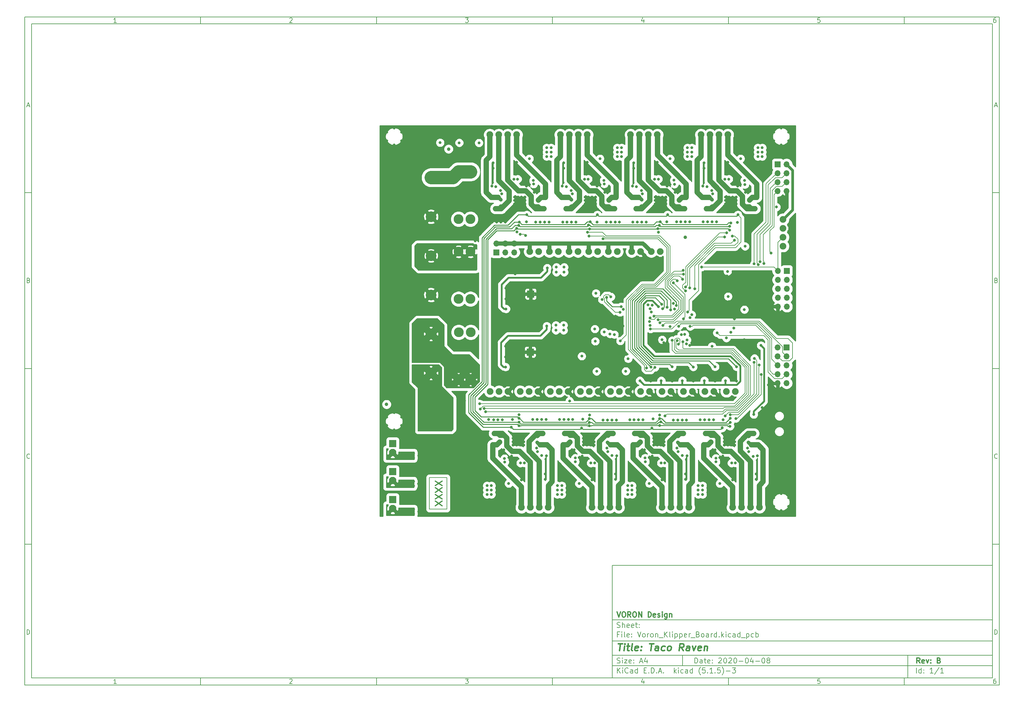
<source format=gbl>
G04 #@! TF.GenerationSoftware,KiCad,Pcbnew,(5.1.5)-3*
G04 #@! TF.CreationDate,2020-04-08T23:35:01-04:00*
G04 #@! TF.ProjectId,Voron_Klipper_Board,566f726f-6e5f-44b6-9c69-707065725f42,B*
G04 #@! TF.SameCoordinates,Original*
G04 #@! TF.FileFunction,Copper,L4,Bot*
G04 #@! TF.FilePolarity,Positive*
%FSLAX46Y46*%
G04 Gerber Fmt 4.6, Leading zero omitted, Abs format (unit mm)*
G04 Created by KiCad (PCBNEW (5.1.5)-3) date 2020-04-08 23:35:01*
%MOMM*%
%LPD*%
G04 APERTURE LIST*
%ADD10C,0.100000*%
%ADD11C,0.150000*%
%ADD12C,0.300000*%
%ADD13C,0.400000*%
%ADD14C,1.905000*%
%ADD15C,1.000000*%
%ADD16C,3.048000*%
%ADD17C,2.780000*%
%ADD18O,1.700000X1.700000*%
%ADD19R,1.700000X1.700000*%
%ADD20R,2.100000X2.100000*%
%ADD21C,0.600000*%
%ADD22C,2.100000*%
%ADD23C,0.800000*%
%ADD24C,0.203200*%
%ADD25C,0.508000*%
%ADD26C,0.762000*%
%ADD27C,1.100000*%
%ADD28C,0.250000*%
%ADD29C,1.524000*%
%ADD30C,0.800000*%
%ADD31C,1.000000*%
%ADD32C,1.016000*%
%ADD33C,0.254000*%
%ADD34C,0.177800*%
%ADD35C,1.143000*%
%ADD36C,3.810000*%
G04 APERTURE END LIST*
D10*
D11*
X177002200Y-166007200D02*
X177002200Y-198007200D01*
X285002200Y-198007200D01*
X285002200Y-166007200D01*
X177002200Y-166007200D01*
D10*
D11*
X10000000Y-10000000D02*
X10000000Y-200007200D01*
X287002200Y-200007200D01*
X287002200Y-10000000D01*
X10000000Y-10000000D01*
D10*
D11*
X12000000Y-12000000D02*
X12000000Y-198007200D01*
X285002200Y-198007200D01*
X285002200Y-12000000D01*
X12000000Y-12000000D01*
D10*
D11*
X60000000Y-12000000D02*
X60000000Y-10000000D01*
D10*
D11*
X110000000Y-12000000D02*
X110000000Y-10000000D01*
D10*
D11*
X160000000Y-12000000D02*
X160000000Y-10000000D01*
D10*
D11*
X210000000Y-12000000D02*
X210000000Y-10000000D01*
D10*
D11*
X260000000Y-12000000D02*
X260000000Y-10000000D01*
D10*
D11*
X36065476Y-11588095D02*
X35322619Y-11588095D01*
X35694047Y-11588095D02*
X35694047Y-10288095D01*
X35570238Y-10473809D01*
X35446428Y-10597619D01*
X35322619Y-10659523D01*
D10*
D11*
X85322619Y-10411904D02*
X85384523Y-10350000D01*
X85508333Y-10288095D01*
X85817857Y-10288095D01*
X85941666Y-10350000D01*
X86003571Y-10411904D01*
X86065476Y-10535714D01*
X86065476Y-10659523D01*
X86003571Y-10845238D01*
X85260714Y-11588095D01*
X86065476Y-11588095D01*
D10*
D11*
X135260714Y-10288095D02*
X136065476Y-10288095D01*
X135632142Y-10783333D01*
X135817857Y-10783333D01*
X135941666Y-10845238D01*
X136003571Y-10907142D01*
X136065476Y-11030952D01*
X136065476Y-11340476D01*
X136003571Y-11464285D01*
X135941666Y-11526190D01*
X135817857Y-11588095D01*
X135446428Y-11588095D01*
X135322619Y-11526190D01*
X135260714Y-11464285D01*
D10*
D11*
X185941666Y-10721428D02*
X185941666Y-11588095D01*
X185632142Y-10226190D02*
X185322619Y-11154761D01*
X186127380Y-11154761D01*
D10*
D11*
X236003571Y-10288095D02*
X235384523Y-10288095D01*
X235322619Y-10907142D01*
X235384523Y-10845238D01*
X235508333Y-10783333D01*
X235817857Y-10783333D01*
X235941666Y-10845238D01*
X236003571Y-10907142D01*
X236065476Y-11030952D01*
X236065476Y-11340476D01*
X236003571Y-11464285D01*
X235941666Y-11526190D01*
X235817857Y-11588095D01*
X235508333Y-11588095D01*
X235384523Y-11526190D01*
X235322619Y-11464285D01*
D10*
D11*
X285941666Y-10288095D02*
X285694047Y-10288095D01*
X285570238Y-10350000D01*
X285508333Y-10411904D01*
X285384523Y-10597619D01*
X285322619Y-10845238D01*
X285322619Y-11340476D01*
X285384523Y-11464285D01*
X285446428Y-11526190D01*
X285570238Y-11588095D01*
X285817857Y-11588095D01*
X285941666Y-11526190D01*
X286003571Y-11464285D01*
X286065476Y-11340476D01*
X286065476Y-11030952D01*
X286003571Y-10907142D01*
X285941666Y-10845238D01*
X285817857Y-10783333D01*
X285570238Y-10783333D01*
X285446428Y-10845238D01*
X285384523Y-10907142D01*
X285322619Y-11030952D01*
D10*
D11*
X60000000Y-198007200D02*
X60000000Y-200007200D01*
D10*
D11*
X110000000Y-198007200D02*
X110000000Y-200007200D01*
D10*
D11*
X160000000Y-198007200D02*
X160000000Y-200007200D01*
D10*
D11*
X210000000Y-198007200D02*
X210000000Y-200007200D01*
D10*
D11*
X260000000Y-198007200D02*
X260000000Y-200007200D01*
D10*
D11*
X36065476Y-199595295D02*
X35322619Y-199595295D01*
X35694047Y-199595295D02*
X35694047Y-198295295D01*
X35570238Y-198481009D01*
X35446428Y-198604819D01*
X35322619Y-198666723D01*
D10*
D11*
X85322619Y-198419104D02*
X85384523Y-198357200D01*
X85508333Y-198295295D01*
X85817857Y-198295295D01*
X85941666Y-198357200D01*
X86003571Y-198419104D01*
X86065476Y-198542914D01*
X86065476Y-198666723D01*
X86003571Y-198852438D01*
X85260714Y-199595295D01*
X86065476Y-199595295D01*
D10*
D11*
X135260714Y-198295295D02*
X136065476Y-198295295D01*
X135632142Y-198790533D01*
X135817857Y-198790533D01*
X135941666Y-198852438D01*
X136003571Y-198914342D01*
X136065476Y-199038152D01*
X136065476Y-199347676D01*
X136003571Y-199471485D01*
X135941666Y-199533390D01*
X135817857Y-199595295D01*
X135446428Y-199595295D01*
X135322619Y-199533390D01*
X135260714Y-199471485D01*
D10*
D11*
X185941666Y-198728628D02*
X185941666Y-199595295D01*
X185632142Y-198233390D02*
X185322619Y-199161961D01*
X186127380Y-199161961D01*
D10*
D11*
X236003571Y-198295295D02*
X235384523Y-198295295D01*
X235322619Y-198914342D01*
X235384523Y-198852438D01*
X235508333Y-198790533D01*
X235817857Y-198790533D01*
X235941666Y-198852438D01*
X236003571Y-198914342D01*
X236065476Y-199038152D01*
X236065476Y-199347676D01*
X236003571Y-199471485D01*
X235941666Y-199533390D01*
X235817857Y-199595295D01*
X235508333Y-199595295D01*
X235384523Y-199533390D01*
X235322619Y-199471485D01*
D10*
D11*
X285941666Y-198295295D02*
X285694047Y-198295295D01*
X285570238Y-198357200D01*
X285508333Y-198419104D01*
X285384523Y-198604819D01*
X285322619Y-198852438D01*
X285322619Y-199347676D01*
X285384523Y-199471485D01*
X285446428Y-199533390D01*
X285570238Y-199595295D01*
X285817857Y-199595295D01*
X285941666Y-199533390D01*
X286003571Y-199471485D01*
X286065476Y-199347676D01*
X286065476Y-199038152D01*
X286003571Y-198914342D01*
X285941666Y-198852438D01*
X285817857Y-198790533D01*
X285570238Y-198790533D01*
X285446428Y-198852438D01*
X285384523Y-198914342D01*
X285322619Y-199038152D01*
D10*
D11*
X10000000Y-60000000D02*
X12000000Y-60000000D01*
D10*
D11*
X10000000Y-110000000D02*
X12000000Y-110000000D01*
D10*
D11*
X10000000Y-160000000D02*
X12000000Y-160000000D01*
D10*
D11*
X10690476Y-35216666D02*
X11309523Y-35216666D01*
X10566666Y-35588095D02*
X11000000Y-34288095D01*
X11433333Y-35588095D01*
D10*
D11*
X11092857Y-84907142D02*
X11278571Y-84969047D01*
X11340476Y-85030952D01*
X11402380Y-85154761D01*
X11402380Y-85340476D01*
X11340476Y-85464285D01*
X11278571Y-85526190D01*
X11154761Y-85588095D01*
X10659523Y-85588095D01*
X10659523Y-84288095D01*
X11092857Y-84288095D01*
X11216666Y-84350000D01*
X11278571Y-84411904D01*
X11340476Y-84535714D01*
X11340476Y-84659523D01*
X11278571Y-84783333D01*
X11216666Y-84845238D01*
X11092857Y-84907142D01*
X10659523Y-84907142D01*
D10*
D11*
X11402380Y-135464285D02*
X11340476Y-135526190D01*
X11154761Y-135588095D01*
X11030952Y-135588095D01*
X10845238Y-135526190D01*
X10721428Y-135402380D01*
X10659523Y-135278571D01*
X10597619Y-135030952D01*
X10597619Y-134845238D01*
X10659523Y-134597619D01*
X10721428Y-134473809D01*
X10845238Y-134350000D01*
X11030952Y-134288095D01*
X11154761Y-134288095D01*
X11340476Y-134350000D01*
X11402380Y-134411904D01*
D10*
D11*
X10659523Y-185588095D02*
X10659523Y-184288095D01*
X10969047Y-184288095D01*
X11154761Y-184350000D01*
X11278571Y-184473809D01*
X11340476Y-184597619D01*
X11402380Y-184845238D01*
X11402380Y-185030952D01*
X11340476Y-185278571D01*
X11278571Y-185402380D01*
X11154761Y-185526190D01*
X10969047Y-185588095D01*
X10659523Y-185588095D01*
D10*
D11*
X287002200Y-60000000D02*
X285002200Y-60000000D01*
D10*
D11*
X287002200Y-110000000D02*
X285002200Y-110000000D01*
D10*
D11*
X287002200Y-160000000D02*
X285002200Y-160000000D01*
D10*
D11*
X285692676Y-35216666D02*
X286311723Y-35216666D01*
X285568866Y-35588095D02*
X286002200Y-34288095D01*
X286435533Y-35588095D01*
D10*
D11*
X286095057Y-84907142D02*
X286280771Y-84969047D01*
X286342676Y-85030952D01*
X286404580Y-85154761D01*
X286404580Y-85340476D01*
X286342676Y-85464285D01*
X286280771Y-85526190D01*
X286156961Y-85588095D01*
X285661723Y-85588095D01*
X285661723Y-84288095D01*
X286095057Y-84288095D01*
X286218866Y-84350000D01*
X286280771Y-84411904D01*
X286342676Y-84535714D01*
X286342676Y-84659523D01*
X286280771Y-84783333D01*
X286218866Y-84845238D01*
X286095057Y-84907142D01*
X285661723Y-84907142D01*
D10*
D11*
X286404580Y-135464285D02*
X286342676Y-135526190D01*
X286156961Y-135588095D01*
X286033152Y-135588095D01*
X285847438Y-135526190D01*
X285723628Y-135402380D01*
X285661723Y-135278571D01*
X285599819Y-135030952D01*
X285599819Y-134845238D01*
X285661723Y-134597619D01*
X285723628Y-134473809D01*
X285847438Y-134350000D01*
X286033152Y-134288095D01*
X286156961Y-134288095D01*
X286342676Y-134350000D01*
X286404580Y-134411904D01*
D10*
D11*
X285661723Y-185588095D02*
X285661723Y-184288095D01*
X285971247Y-184288095D01*
X286156961Y-184350000D01*
X286280771Y-184473809D01*
X286342676Y-184597619D01*
X286404580Y-184845238D01*
X286404580Y-185030952D01*
X286342676Y-185278571D01*
X286280771Y-185402380D01*
X286156961Y-185526190D01*
X285971247Y-185588095D01*
X285661723Y-185588095D01*
D10*
D11*
X200434342Y-193785771D02*
X200434342Y-192285771D01*
X200791485Y-192285771D01*
X201005771Y-192357200D01*
X201148628Y-192500057D01*
X201220057Y-192642914D01*
X201291485Y-192928628D01*
X201291485Y-193142914D01*
X201220057Y-193428628D01*
X201148628Y-193571485D01*
X201005771Y-193714342D01*
X200791485Y-193785771D01*
X200434342Y-193785771D01*
X202577200Y-193785771D02*
X202577200Y-193000057D01*
X202505771Y-192857200D01*
X202362914Y-192785771D01*
X202077200Y-192785771D01*
X201934342Y-192857200D01*
X202577200Y-193714342D02*
X202434342Y-193785771D01*
X202077200Y-193785771D01*
X201934342Y-193714342D01*
X201862914Y-193571485D01*
X201862914Y-193428628D01*
X201934342Y-193285771D01*
X202077200Y-193214342D01*
X202434342Y-193214342D01*
X202577200Y-193142914D01*
X203077200Y-192785771D02*
X203648628Y-192785771D01*
X203291485Y-192285771D02*
X203291485Y-193571485D01*
X203362914Y-193714342D01*
X203505771Y-193785771D01*
X203648628Y-193785771D01*
X204720057Y-193714342D02*
X204577200Y-193785771D01*
X204291485Y-193785771D01*
X204148628Y-193714342D01*
X204077200Y-193571485D01*
X204077200Y-193000057D01*
X204148628Y-192857200D01*
X204291485Y-192785771D01*
X204577200Y-192785771D01*
X204720057Y-192857200D01*
X204791485Y-193000057D01*
X204791485Y-193142914D01*
X204077200Y-193285771D01*
X205434342Y-193642914D02*
X205505771Y-193714342D01*
X205434342Y-193785771D01*
X205362914Y-193714342D01*
X205434342Y-193642914D01*
X205434342Y-193785771D01*
X205434342Y-192857200D02*
X205505771Y-192928628D01*
X205434342Y-193000057D01*
X205362914Y-192928628D01*
X205434342Y-192857200D01*
X205434342Y-193000057D01*
X207220057Y-192428628D02*
X207291485Y-192357200D01*
X207434342Y-192285771D01*
X207791485Y-192285771D01*
X207934342Y-192357200D01*
X208005771Y-192428628D01*
X208077200Y-192571485D01*
X208077200Y-192714342D01*
X208005771Y-192928628D01*
X207148628Y-193785771D01*
X208077200Y-193785771D01*
X209005771Y-192285771D02*
X209148628Y-192285771D01*
X209291485Y-192357200D01*
X209362914Y-192428628D01*
X209434342Y-192571485D01*
X209505771Y-192857200D01*
X209505771Y-193214342D01*
X209434342Y-193500057D01*
X209362914Y-193642914D01*
X209291485Y-193714342D01*
X209148628Y-193785771D01*
X209005771Y-193785771D01*
X208862914Y-193714342D01*
X208791485Y-193642914D01*
X208720057Y-193500057D01*
X208648628Y-193214342D01*
X208648628Y-192857200D01*
X208720057Y-192571485D01*
X208791485Y-192428628D01*
X208862914Y-192357200D01*
X209005771Y-192285771D01*
X210077200Y-192428628D02*
X210148628Y-192357200D01*
X210291485Y-192285771D01*
X210648628Y-192285771D01*
X210791485Y-192357200D01*
X210862914Y-192428628D01*
X210934342Y-192571485D01*
X210934342Y-192714342D01*
X210862914Y-192928628D01*
X210005771Y-193785771D01*
X210934342Y-193785771D01*
X211862914Y-192285771D02*
X212005771Y-192285771D01*
X212148628Y-192357200D01*
X212220057Y-192428628D01*
X212291485Y-192571485D01*
X212362914Y-192857200D01*
X212362914Y-193214342D01*
X212291485Y-193500057D01*
X212220057Y-193642914D01*
X212148628Y-193714342D01*
X212005771Y-193785771D01*
X211862914Y-193785771D01*
X211720057Y-193714342D01*
X211648628Y-193642914D01*
X211577200Y-193500057D01*
X211505771Y-193214342D01*
X211505771Y-192857200D01*
X211577200Y-192571485D01*
X211648628Y-192428628D01*
X211720057Y-192357200D01*
X211862914Y-192285771D01*
X213005771Y-193214342D02*
X214148628Y-193214342D01*
X215148628Y-192285771D02*
X215291485Y-192285771D01*
X215434342Y-192357200D01*
X215505771Y-192428628D01*
X215577200Y-192571485D01*
X215648628Y-192857200D01*
X215648628Y-193214342D01*
X215577200Y-193500057D01*
X215505771Y-193642914D01*
X215434342Y-193714342D01*
X215291485Y-193785771D01*
X215148628Y-193785771D01*
X215005771Y-193714342D01*
X214934342Y-193642914D01*
X214862914Y-193500057D01*
X214791485Y-193214342D01*
X214791485Y-192857200D01*
X214862914Y-192571485D01*
X214934342Y-192428628D01*
X215005771Y-192357200D01*
X215148628Y-192285771D01*
X216934342Y-192785771D02*
X216934342Y-193785771D01*
X216577200Y-192214342D02*
X216220057Y-193285771D01*
X217148628Y-193285771D01*
X217720057Y-193214342D02*
X218862914Y-193214342D01*
X219862914Y-192285771D02*
X220005771Y-192285771D01*
X220148628Y-192357200D01*
X220220057Y-192428628D01*
X220291485Y-192571485D01*
X220362914Y-192857200D01*
X220362914Y-193214342D01*
X220291485Y-193500057D01*
X220220057Y-193642914D01*
X220148628Y-193714342D01*
X220005771Y-193785771D01*
X219862914Y-193785771D01*
X219720057Y-193714342D01*
X219648628Y-193642914D01*
X219577200Y-193500057D01*
X219505771Y-193214342D01*
X219505771Y-192857200D01*
X219577200Y-192571485D01*
X219648628Y-192428628D01*
X219720057Y-192357200D01*
X219862914Y-192285771D01*
X221220057Y-192928628D02*
X221077200Y-192857200D01*
X221005771Y-192785771D01*
X220934342Y-192642914D01*
X220934342Y-192571485D01*
X221005771Y-192428628D01*
X221077200Y-192357200D01*
X221220057Y-192285771D01*
X221505771Y-192285771D01*
X221648628Y-192357200D01*
X221720057Y-192428628D01*
X221791485Y-192571485D01*
X221791485Y-192642914D01*
X221720057Y-192785771D01*
X221648628Y-192857200D01*
X221505771Y-192928628D01*
X221220057Y-192928628D01*
X221077200Y-193000057D01*
X221005771Y-193071485D01*
X220934342Y-193214342D01*
X220934342Y-193500057D01*
X221005771Y-193642914D01*
X221077200Y-193714342D01*
X221220057Y-193785771D01*
X221505771Y-193785771D01*
X221648628Y-193714342D01*
X221720057Y-193642914D01*
X221791485Y-193500057D01*
X221791485Y-193214342D01*
X221720057Y-193071485D01*
X221648628Y-193000057D01*
X221505771Y-192928628D01*
D10*
D11*
X177002200Y-194507200D02*
X285002200Y-194507200D01*
D10*
D11*
X178434342Y-196585771D02*
X178434342Y-195085771D01*
X179291485Y-196585771D02*
X178648628Y-195728628D01*
X179291485Y-195085771D02*
X178434342Y-195942914D01*
X179934342Y-196585771D02*
X179934342Y-195585771D01*
X179934342Y-195085771D02*
X179862914Y-195157200D01*
X179934342Y-195228628D01*
X180005771Y-195157200D01*
X179934342Y-195085771D01*
X179934342Y-195228628D01*
X181505771Y-196442914D02*
X181434342Y-196514342D01*
X181220057Y-196585771D01*
X181077200Y-196585771D01*
X180862914Y-196514342D01*
X180720057Y-196371485D01*
X180648628Y-196228628D01*
X180577200Y-195942914D01*
X180577200Y-195728628D01*
X180648628Y-195442914D01*
X180720057Y-195300057D01*
X180862914Y-195157200D01*
X181077200Y-195085771D01*
X181220057Y-195085771D01*
X181434342Y-195157200D01*
X181505771Y-195228628D01*
X182791485Y-196585771D02*
X182791485Y-195800057D01*
X182720057Y-195657200D01*
X182577200Y-195585771D01*
X182291485Y-195585771D01*
X182148628Y-195657200D01*
X182791485Y-196514342D02*
X182648628Y-196585771D01*
X182291485Y-196585771D01*
X182148628Y-196514342D01*
X182077200Y-196371485D01*
X182077200Y-196228628D01*
X182148628Y-196085771D01*
X182291485Y-196014342D01*
X182648628Y-196014342D01*
X182791485Y-195942914D01*
X184148628Y-196585771D02*
X184148628Y-195085771D01*
X184148628Y-196514342D02*
X184005771Y-196585771D01*
X183720057Y-196585771D01*
X183577200Y-196514342D01*
X183505771Y-196442914D01*
X183434342Y-196300057D01*
X183434342Y-195871485D01*
X183505771Y-195728628D01*
X183577200Y-195657200D01*
X183720057Y-195585771D01*
X184005771Y-195585771D01*
X184148628Y-195657200D01*
X186005771Y-195800057D02*
X186505771Y-195800057D01*
X186720057Y-196585771D02*
X186005771Y-196585771D01*
X186005771Y-195085771D01*
X186720057Y-195085771D01*
X187362914Y-196442914D02*
X187434342Y-196514342D01*
X187362914Y-196585771D01*
X187291485Y-196514342D01*
X187362914Y-196442914D01*
X187362914Y-196585771D01*
X188077200Y-196585771D02*
X188077200Y-195085771D01*
X188434342Y-195085771D01*
X188648628Y-195157200D01*
X188791485Y-195300057D01*
X188862914Y-195442914D01*
X188934342Y-195728628D01*
X188934342Y-195942914D01*
X188862914Y-196228628D01*
X188791485Y-196371485D01*
X188648628Y-196514342D01*
X188434342Y-196585771D01*
X188077200Y-196585771D01*
X189577200Y-196442914D02*
X189648628Y-196514342D01*
X189577200Y-196585771D01*
X189505771Y-196514342D01*
X189577200Y-196442914D01*
X189577200Y-196585771D01*
X190220057Y-196157200D02*
X190934342Y-196157200D01*
X190077200Y-196585771D02*
X190577200Y-195085771D01*
X191077200Y-196585771D01*
X191577200Y-196442914D02*
X191648628Y-196514342D01*
X191577200Y-196585771D01*
X191505771Y-196514342D01*
X191577200Y-196442914D01*
X191577200Y-196585771D01*
X194577200Y-196585771D02*
X194577200Y-195085771D01*
X194720057Y-196014342D02*
X195148628Y-196585771D01*
X195148628Y-195585771D02*
X194577200Y-196157200D01*
X195791485Y-196585771D02*
X195791485Y-195585771D01*
X195791485Y-195085771D02*
X195720057Y-195157200D01*
X195791485Y-195228628D01*
X195862914Y-195157200D01*
X195791485Y-195085771D01*
X195791485Y-195228628D01*
X197148628Y-196514342D02*
X197005771Y-196585771D01*
X196720057Y-196585771D01*
X196577200Y-196514342D01*
X196505771Y-196442914D01*
X196434342Y-196300057D01*
X196434342Y-195871485D01*
X196505771Y-195728628D01*
X196577200Y-195657200D01*
X196720057Y-195585771D01*
X197005771Y-195585771D01*
X197148628Y-195657200D01*
X198434342Y-196585771D02*
X198434342Y-195800057D01*
X198362914Y-195657200D01*
X198220057Y-195585771D01*
X197934342Y-195585771D01*
X197791485Y-195657200D01*
X198434342Y-196514342D02*
X198291485Y-196585771D01*
X197934342Y-196585771D01*
X197791485Y-196514342D01*
X197720057Y-196371485D01*
X197720057Y-196228628D01*
X197791485Y-196085771D01*
X197934342Y-196014342D01*
X198291485Y-196014342D01*
X198434342Y-195942914D01*
X199791485Y-196585771D02*
X199791485Y-195085771D01*
X199791485Y-196514342D02*
X199648628Y-196585771D01*
X199362914Y-196585771D01*
X199220057Y-196514342D01*
X199148628Y-196442914D01*
X199077200Y-196300057D01*
X199077200Y-195871485D01*
X199148628Y-195728628D01*
X199220057Y-195657200D01*
X199362914Y-195585771D01*
X199648628Y-195585771D01*
X199791485Y-195657200D01*
X202077200Y-197157200D02*
X202005771Y-197085771D01*
X201862914Y-196871485D01*
X201791485Y-196728628D01*
X201720057Y-196514342D01*
X201648628Y-196157200D01*
X201648628Y-195871485D01*
X201720057Y-195514342D01*
X201791485Y-195300057D01*
X201862914Y-195157200D01*
X202005771Y-194942914D01*
X202077200Y-194871485D01*
X203362914Y-195085771D02*
X202648628Y-195085771D01*
X202577200Y-195800057D01*
X202648628Y-195728628D01*
X202791485Y-195657200D01*
X203148628Y-195657200D01*
X203291485Y-195728628D01*
X203362914Y-195800057D01*
X203434342Y-195942914D01*
X203434342Y-196300057D01*
X203362914Y-196442914D01*
X203291485Y-196514342D01*
X203148628Y-196585771D01*
X202791485Y-196585771D01*
X202648628Y-196514342D01*
X202577200Y-196442914D01*
X204077200Y-196442914D02*
X204148628Y-196514342D01*
X204077200Y-196585771D01*
X204005771Y-196514342D01*
X204077200Y-196442914D01*
X204077200Y-196585771D01*
X205577200Y-196585771D02*
X204720057Y-196585771D01*
X205148628Y-196585771D02*
X205148628Y-195085771D01*
X205005771Y-195300057D01*
X204862914Y-195442914D01*
X204720057Y-195514342D01*
X206220057Y-196442914D02*
X206291485Y-196514342D01*
X206220057Y-196585771D01*
X206148628Y-196514342D01*
X206220057Y-196442914D01*
X206220057Y-196585771D01*
X207648628Y-195085771D02*
X206934342Y-195085771D01*
X206862914Y-195800057D01*
X206934342Y-195728628D01*
X207077200Y-195657200D01*
X207434342Y-195657200D01*
X207577200Y-195728628D01*
X207648628Y-195800057D01*
X207720057Y-195942914D01*
X207720057Y-196300057D01*
X207648628Y-196442914D01*
X207577200Y-196514342D01*
X207434342Y-196585771D01*
X207077200Y-196585771D01*
X206934342Y-196514342D01*
X206862914Y-196442914D01*
X208220057Y-197157200D02*
X208291485Y-197085771D01*
X208434342Y-196871485D01*
X208505771Y-196728628D01*
X208577200Y-196514342D01*
X208648628Y-196157200D01*
X208648628Y-195871485D01*
X208577200Y-195514342D01*
X208505771Y-195300057D01*
X208434342Y-195157200D01*
X208291485Y-194942914D01*
X208220057Y-194871485D01*
X209362914Y-196014342D02*
X210505771Y-196014342D01*
X211077200Y-195085771D02*
X212005771Y-195085771D01*
X211505771Y-195657200D01*
X211720057Y-195657200D01*
X211862914Y-195728628D01*
X211934342Y-195800057D01*
X212005771Y-195942914D01*
X212005771Y-196300057D01*
X211934342Y-196442914D01*
X211862914Y-196514342D01*
X211720057Y-196585771D01*
X211291485Y-196585771D01*
X211148628Y-196514342D01*
X211077200Y-196442914D01*
D10*
D11*
X177002200Y-191507200D02*
X285002200Y-191507200D01*
D10*
D12*
X264411485Y-193785771D02*
X263911485Y-193071485D01*
X263554342Y-193785771D02*
X263554342Y-192285771D01*
X264125771Y-192285771D01*
X264268628Y-192357200D01*
X264340057Y-192428628D01*
X264411485Y-192571485D01*
X264411485Y-192785771D01*
X264340057Y-192928628D01*
X264268628Y-193000057D01*
X264125771Y-193071485D01*
X263554342Y-193071485D01*
X265625771Y-193714342D02*
X265482914Y-193785771D01*
X265197200Y-193785771D01*
X265054342Y-193714342D01*
X264982914Y-193571485D01*
X264982914Y-193000057D01*
X265054342Y-192857200D01*
X265197200Y-192785771D01*
X265482914Y-192785771D01*
X265625771Y-192857200D01*
X265697200Y-193000057D01*
X265697200Y-193142914D01*
X264982914Y-193285771D01*
X266197200Y-192785771D02*
X266554342Y-193785771D01*
X266911485Y-192785771D01*
X267482914Y-193642914D02*
X267554342Y-193714342D01*
X267482914Y-193785771D01*
X267411485Y-193714342D01*
X267482914Y-193642914D01*
X267482914Y-193785771D01*
X267482914Y-192857200D02*
X267554342Y-192928628D01*
X267482914Y-193000057D01*
X267411485Y-192928628D01*
X267482914Y-192857200D01*
X267482914Y-193000057D01*
X269840057Y-193000057D02*
X270054342Y-193071485D01*
X270125771Y-193142914D01*
X270197200Y-193285771D01*
X270197200Y-193500057D01*
X270125771Y-193642914D01*
X270054342Y-193714342D01*
X269911485Y-193785771D01*
X269340057Y-193785771D01*
X269340057Y-192285771D01*
X269840057Y-192285771D01*
X269982914Y-192357200D01*
X270054342Y-192428628D01*
X270125771Y-192571485D01*
X270125771Y-192714342D01*
X270054342Y-192857200D01*
X269982914Y-192928628D01*
X269840057Y-193000057D01*
X269340057Y-193000057D01*
D10*
D11*
X178362914Y-193714342D02*
X178577200Y-193785771D01*
X178934342Y-193785771D01*
X179077200Y-193714342D01*
X179148628Y-193642914D01*
X179220057Y-193500057D01*
X179220057Y-193357200D01*
X179148628Y-193214342D01*
X179077200Y-193142914D01*
X178934342Y-193071485D01*
X178648628Y-193000057D01*
X178505771Y-192928628D01*
X178434342Y-192857200D01*
X178362914Y-192714342D01*
X178362914Y-192571485D01*
X178434342Y-192428628D01*
X178505771Y-192357200D01*
X178648628Y-192285771D01*
X179005771Y-192285771D01*
X179220057Y-192357200D01*
X179862914Y-193785771D02*
X179862914Y-192785771D01*
X179862914Y-192285771D02*
X179791485Y-192357200D01*
X179862914Y-192428628D01*
X179934342Y-192357200D01*
X179862914Y-192285771D01*
X179862914Y-192428628D01*
X180434342Y-192785771D02*
X181220057Y-192785771D01*
X180434342Y-193785771D01*
X181220057Y-193785771D01*
X182362914Y-193714342D02*
X182220057Y-193785771D01*
X181934342Y-193785771D01*
X181791485Y-193714342D01*
X181720057Y-193571485D01*
X181720057Y-193000057D01*
X181791485Y-192857200D01*
X181934342Y-192785771D01*
X182220057Y-192785771D01*
X182362914Y-192857200D01*
X182434342Y-193000057D01*
X182434342Y-193142914D01*
X181720057Y-193285771D01*
X183077200Y-193642914D02*
X183148628Y-193714342D01*
X183077200Y-193785771D01*
X183005771Y-193714342D01*
X183077200Y-193642914D01*
X183077200Y-193785771D01*
X183077200Y-192857200D02*
X183148628Y-192928628D01*
X183077200Y-193000057D01*
X183005771Y-192928628D01*
X183077200Y-192857200D01*
X183077200Y-193000057D01*
X184862914Y-193357200D02*
X185577200Y-193357200D01*
X184720057Y-193785771D02*
X185220057Y-192285771D01*
X185720057Y-193785771D01*
X186862914Y-192785771D02*
X186862914Y-193785771D01*
X186505771Y-192214342D02*
X186148628Y-193285771D01*
X187077200Y-193285771D01*
D10*
D11*
X263434342Y-196585771D02*
X263434342Y-195085771D01*
X264791485Y-196585771D02*
X264791485Y-195085771D01*
X264791485Y-196514342D02*
X264648628Y-196585771D01*
X264362914Y-196585771D01*
X264220057Y-196514342D01*
X264148628Y-196442914D01*
X264077200Y-196300057D01*
X264077200Y-195871485D01*
X264148628Y-195728628D01*
X264220057Y-195657200D01*
X264362914Y-195585771D01*
X264648628Y-195585771D01*
X264791485Y-195657200D01*
X265505771Y-196442914D02*
X265577200Y-196514342D01*
X265505771Y-196585771D01*
X265434342Y-196514342D01*
X265505771Y-196442914D01*
X265505771Y-196585771D01*
X265505771Y-195657200D02*
X265577200Y-195728628D01*
X265505771Y-195800057D01*
X265434342Y-195728628D01*
X265505771Y-195657200D01*
X265505771Y-195800057D01*
X268148628Y-196585771D02*
X267291485Y-196585771D01*
X267720057Y-196585771D02*
X267720057Y-195085771D01*
X267577200Y-195300057D01*
X267434342Y-195442914D01*
X267291485Y-195514342D01*
X269862914Y-195014342D02*
X268577200Y-196942914D01*
X271148628Y-196585771D02*
X270291485Y-196585771D01*
X270720057Y-196585771D02*
X270720057Y-195085771D01*
X270577200Y-195300057D01*
X270434342Y-195442914D01*
X270291485Y-195514342D01*
D10*
D11*
X177002200Y-187507200D02*
X285002200Y-187507200D01*
D10*
D13*
X178714580Y-188211961D02*
X179857438Y-188211961D01*
X179036009Y-190211961D02*
X179286009Y-188211961D01*
X180274104Y-190211961D02*
X180440771Y-188878628D01*
X180524104Y-188211961D02*
X180416961Y-188307200D01*
X180500295Y-188402438D01*
X180607438Y-188307200D01*
X180524104Y-188211961D01*
X180500295Y-188402438D01*
X181107438Y-188878628D02*
X181869342Y-188878628D01*
X181476485Y-188211961D02*
X181262200Y-189926247D01*
X181333628Y-190116723D01*
X181512200Y-190211961D01*
X181702676Y-190211961D01*
X182655057Y-190211961D02*
X182476485Y-190116723D01*
X182405057Y-189926247D01*
X182619342Y-188211961D01*
X184190771Y-190116723D02*
X183988390Y-190211961D01*
X183607438Y-190211961D01*
X183428866Y-190116723D01*
X183357438Y-189926247D01*
X183452676Y-189164342D01*
X183571723Y-188973866D01*
X183774104Y-188878628D01*
X184155057Y-188878628D01*
X184333628Y-188973866D01*
X184405057Y-189164342D01*
X184381247Y-189354819D01*
X183405057Y-189545295D01*
X185155057Y-190021485D02*
X185238390Y-190116723D01*
X185131247Y-190211961D01*
X185047914Y-190116723D01*
X185155057Y-190021485D01*
X185131247Y-190211961D01*
X185286009Y-188973866D02*
X185369342Y-189069104D01*
X185262200Y-189164342D01*
X185178866Y-189069104D01*
X185286009Y-188973866D01*
X185262200Y-189164342D01*
X187571723Y-188211961D02*
X188714580Y-188211961D01*
X187893152Y-190211961D02*
X188143152Y-188211961D01*
X189988390Y-190211961D02*
X190119342Y-189164342D01*
X190047914Y-188973866D01*
X189869342Y-188878628D01*
X189488390Y-188878628D01*
X189286009Y-188973866D01*
X190000295Y-190116723D02*
X189797914Y-190211961D01*
X189321723Y-190211961D01*
X189143152Y-190116723D01*
X189071723Y-189926247D01*
X189095533Y-189735771D01*
X189214580Y-189545295D01*
X189416961Y-189450057D01*
X189893152Y-189450057D01*
X190095533Y-189354819D01*
X191809819Y-190116723D02*
X191607438Y-190211961D01*
X191226485Y-190211961D01*
X191047914Y-190116723D01*
X190964580Y-190021485D01*
X190893152Y-189831009D01*
X190964580Y-189259580D01*
X191083628Y-189069104D01*
X191190771Y-188973866D01*
X191393152Y-188878628D01*
X191774104Y-188878628D01*
X191952676Y-188973866D01*
X192940771Y-190211961D02*
X192762200Y-190116723D01*
X192678866Y-190021485D01*
X192607438Y-189831009D01*
X192678866Y-189259580D01*
X192797914Y-189069104D01*
X192905057Y-188973866D01*
X193107438Y-188878628D01*
X193393152Y-188878628D01*
X193571723Y-188973866D01*
X193655057Y-189069104D01*
X193726485Y-189259580D01*
X193655057Y-189831009D01*
X193536009Y-190021485D01*
X193428866Y-190116723D01*
X193226485Y-190211961D01*
X192940771Y-190211961D01*
X197131247Y-190211961D02*
X196583628Y-189259580D01*
X195988390Y-190211961D02*
X196238390Y-188211961D01*
X197000295Y-188211961D01*
X197178866Y-188307200D01*
X197262200Y-188402438D01*
X197333628Y-188592914D01*
X197297914Y-188878628D01*
X197178866Y-189069104D01*
X197071723Y-189164342D01*
X196869342Y-189259580D01*
X196107438Y-189259580D01*
X198845533Y-190211961D02*
X198976485Y-189164342D01*
X198905057Y-188973866D01*
X198726485Y-188878628D01*
X198345533Y-188878628D01*
X198143152Y-188973866D01*
X198857438Y-190116723D02*
X198655057Y-190211961D01*
X198178866Y-190211961D01*
X198000295Y-190116723D01*
X197928866Y-189926247D01*
X197952676Y-189735771D01*
X198071723Y-189545295D01*
X198274104Y-189450057D01*
X198750295Y-189450057D01*
X198952676Y-189354819D01*
X199774104Y-188878628D02*
X200083628Y-190211961D01*
X200726485Y-188878628D01*
X202095533Y-190116723D02*
X201893152Y-190211961D01*
X201512200Y-190211961D01*
X201333628Y-190116723D01*
X201262200Y-189926247D01*
X201357438Y-189164342D01*
X201476485Y-188973866D01*
X201678866Y-188878628D01*
X202059819Y-188878628D01*
X202238390Y-188973866D01*
X202309819Y-189164342D01*
X202286009Y-189354819D01*
X201309819Y-189545295D01*
X203202676Y-188878628D02*
X203036009Y-190211961D01*
X203178866Y-189069104D02*
X203286009Y-188973866D01*
X203488390Y-188878628D01*
X203774104Y-188878628D01*
X203952676Y-188973866D01*
X204024104Y-189164342D01*
X203893152Y-190211961D01*
D10*
D11*
X178934342Y-185600057D02*
X178434342Y-185600057D01*
X178434342Y-186385771D02*
X178434342Y-184885771D01*
X179148628Y-184885771D01*
X179720057Y-186385771D02*
X179720057Y-185385771D01*
X179720057Y-184885771D02*
X179648628Y-184957200D01*
X179720057Y-185028628D01*
X179791485Y-184957200D01*
X179720057Y-184885771D01*
X179720057Y-185028628D01*
X180648628Y-186385771D02*
X180505771Y-186314342D01*
X180434342Y-186171485D01*
X180434342Y-184885771D01*
X181791485Y-186314342D02*
X181648628Y-186385771D01*
X181362914Y-186385771D01*
X181220057Y-186314342D01*
X181148628Y-186171485D01*
X181148628Y-185600057D01*
X181220057Y-185457200D01*
X181362914Y-185385771D01*
X181648628Y-185385771D01*
X181791485Y-185457200D01*
X181862914Y-185600057D01*
X181862914Y-185742914D01*
X181148628Y-185885771D01*
X182505771Y-186242914D02*
X182577200Y-186314342D01*
X182505771Y-186385771D01*
X182434342Y-186314342D01*
X182505771Y-186242914D01*
X182505771Y-186385771D01*
X182505771Y-185457200D02*
X182577200Y-185528628D01*
X182505771Y-185600057D01*
X182434342Y-185528628D01*
X182505771Y-185457200D01*
X182505771Y-185600057D01*
X184148628Y-184885771D02*
X184648628Y-186385771D01*
X185148628Y-184885771D01*
X185862914Y-186385771D02*
X185720057Y-186314342D01*
X185648628Y-186242914D01*
X185577200Y-186100057D01*
X185577200Y-185671485D01*
X185648628Y-185528628D01*
X185720057Y-185457200D01*
X185862914Y-185385771D01*
X186077200Y-185385771D01*
X186220057Y-185457200D01*
X186291485Y-185528628D01*
X186362914Y-185671485D01*
X186362914Y-186100057D01*
X186291485Y-186242914D01*
X186220057Y-186314342D01*
X186077200Y-186385771D01*
X185862914Y-186385771D01*
X187005771Y-186385771D02*
X187005771Y-185385771D01*
X187005771Y-185671485D02*
X187077200Y-185528628D01*
X187148628Y-185457200D01*
X187291485Y-185385771D01*
X187434342Y-185385771D01*
X188148628Y-186385771D02*
X188005771Y-186314342D01*
X187934342Y-186242914D01*
X187862914Y-186100057D01*
X187862914Y-185671485D01*
X187934342Y-185528628D01*
X188005771Y-185457200D01*
X188148628Y-185385771D01*
X188362914Y-185385771D01*
X188505771Y-185457200D01*
X188577200Y-185528628D01*
X188648628Y-185671485D01*
X188648628Y-186100057D01*
X188577200Y-186242914D01*
X188505771Y-186314342D01*
X188362914Y-186385771D01*
X188148628Y-186385771D01*
X189291485Y-185385771D02*
X189291485Y-186385771D01*
X189291485Y-185528628D02*
X189362914Y-185457200D01*
X189505771Y-185385771D01*
X189720057Y-185385771D01*
X189862914Y-185457200D01*
X189934342Y-185600057D01*
X189934342Y-186385771D01*
X190291485Y-186528628D02*
X191434342Y-186528628D01*
X191791485Y-186385771D02*
X191791485Y-184885771D01*
X192648628Y-186385771D02*
X192005771Y-185528628D01*
X192648628Y-184885771D02*
X191791485Y-185742914D01*
X193505771Y-186385771D02*
X193362914Y-186314342D01*
X193291485Y-186171485D01*
X193291485Y-184885771D01*
X194077200Y-186385771D02*
X194077200Y-185385771D01*
X194077200Y-184885771D02*
X194005771Y-184957200D01*
X194077200Y-185028628D01*
X194148628Y-184957200D01*
X194077200Y-184885771D01*
X194077200Y-185028628D01*
X194791485Y-185385771D02*
X194791485Y-186885771D01*
X194791485Y-185457200D02*
X194934342Y-185385771D01*
X195220057Y-185385771D01*
X195362914Y-185457200D01*
X195434342Y-185528628D01*
X195505771Y-185671485D01*
X195505771Y-186100057D01*
X195434342Y-186242914D01*
X195362914Y-186314342D01*
X195220057Y-186385771D01*
X194934342Y-186385771D01*
X194791485Y-186314342D01*
X196148628Y-185385771D02*
X196148628Y-186885771D01*
X196148628Y-185457200D02*
X196291485Y-185385771D01*
X196577200Y-185385771D01*
X196720057Y-185457200D01*
X196791485Y-185528628D01*
X196862914Y-185671485D01*
X196862914Y-186100057D01*
X196791485Y-186242914D01*
X196720057Y-186314342D01*
X196577200Y-186385771D01*
X196291485Y-186385771D01*
X196148628Y-186314342D01*
X198077200Y-186314342D02*
X197934342Y-186385771D01*
X197648628Y-186385771D01*
X197505771Y-186314342D01*
X197434342Y-186171485D01*
X197434342Y-185600057D01*
X197505771Y-185457200D01*
X197648628Y-185385771D01*
X197934342Y-185385771D01*
X198077200Y-185457200D01*
X198148628Y-185600057D01*
X198148628Y-185742914D01*
X197434342Y-185885771D01*
X198791485Y-186385771D02*
X198791485Y-185385771D01*
X198791485Y-185671485D02*
X198862914Y-185528628D01*
X198934342Y-185457200D01*
X199077200Y-185385771D01*
X199220057Y-185385771D01*
X199362914Y-186528628D02*
X200505771Y-186528628D01*
X201362914Y-185600057D02*
X201577200Y-185671485D01*
X201648628Y-185742914D01*
X201720057Y-185885771D01*
X201720057Y-186100057D01*
X201648628Y-186242914D01*
X201577200Y-186314342D01*
X201434342Y-186385771D01*
X200862914Y-186385771D01*
X200862914Y-184885771D01*
X201362914Y-184885771D01*
X201505771Y-184957200D01*
X201577200Y-185028628D01*
X201648628Y-185171485D01*
X201648628Y-185314342D01*
X201577200Y-185457200D01*
X201505771Y-185528628D01*
X201362914Y-185600057D01*
X200862914Y-185600057D01*
X202577200Y-186385771D02*
X202434342Y-186314342D01*
X202362914Y-186242914D01*
X202291485Y-186100057D01*
X202291485Y-185671485D01*
X202362914Y-185528628D01*
X202434342Y-185457200D01*
X202577200Y-185385771D01*
X202791485Y-185385771D01*
X202934342Y-185457200D01*
X203005771Y-185528628D01*
X203077200Y-185671485D01*
X203077200Y-186100057D01*
X203005771Y-186242914D01*
X202934342Y-186314342D01*
X202791485Y-186385771D01*
X202577200Y-186385771D01*
X204362914Y-186385771D02*
X204362914Y-185600057D01*
X204291485Y-185457200D01*
X204148628Y-185385771D01*
X203862914Y-185385771D01*
X203720057Y-185457200D01*
X204362914Y-186314342D02*
X204220057Y-186385771D01*
X203862914Y-186385771D01*
X203720057Y-186314342D01*
X203648628Y-186171485D01*
X203648628Y-186028628D01*
X203720057Y-185885771D01*
X203862914Y-185814342D01*
X204220057Y-185814342D01*
X204362914Y-185742914D01*
X205077200Y-186385771D02*
X205077200Y-185385771D01*
X205077200Y-185671485D02*
X205148628Y-185528628D01*
X205220057Y-185457200D01*
X205362914Y-185385771D01*
X205505771Y-185385771D01*
X206648628Y-186385771D02*
X206648628Y-184885771D01*
X206648628Y-186314342D02*
X206505771Y-186385771D01*
X206220057Y-186385771D01*
X206077200Y-186314342D01*
X206005771Y-186242914D01*
X205934342Y-186100057D01*
X205934342Y-185671485D01*
X206005771Y-185528628D01*
X206077200Y-185457200D01*
X206220057Y-185385771D01*
X206505771Y-185385771D01*
X206648628Y-185457200D01*
X207362914Y-186242914D02*
X207434342Y-186314342D01*
X207362914Y-186385771D01*
X207291485Y-186314342D01*
X207362914Y-186242914D01*
X207362914Y-186385771D01*
X208077200Y-186385771D02*
X208077200Y-184885771D01*
X208220057Y-185814342D02*
X208648628Y-186385771D01*
X208648628Y-185385771D02*
X208077200Y-185957200D01*
X209291485Y-186385771D02*
X209291485Y-185385771D01*
X209291485Y-184885771D02*
X209220057Y-184957200D01*
X209291485Y-185028628D01*
X209362914Y-184957200D01*
X209291485Y-184885771D01*
X209291485Y-185028628D01*
X210648628Y-186314342D02*
X210505771Y-186385771D01*
X210220057Y-186385771D01*
X210077200Y-186314342D01*
X210005771Y-186242914D01*
X209934342Y-186100057D01*
X209934342Y-185671485D01*
X210005771Y-185528628D01*
X210077200Y-185457200D01*
X210220057Y-185385771D01*
X210505771Y-185385771D01*
X210648628Y-185457200D01*
X211934342Y-186385771D02*
X211934342Y-185600057D01*
X211862914Y-185457200D01*
X211720057Y-185385771D01*
X211434342Y-185385771D01*
X211291485Y-185457200D01*
X211934342Y-186314342D02*
X211791485Y-186385771D01*
X211434342Y-186385771D01*
X211291485Y-186314342D01*
X211220057Y-186171485D01*
X211220057Y-186028628D01*
X211291485Y-185885771D01*
X211434342Y-185814342D01*
X211791485Y-185814342D01*
X211934342Y-185742914D01*
X213291485Y-186385771D02*
X213291485Y-184885771D01*
X213291485Y-186314342D02*
X213148628Y-186385771D01*
X212862914Y-186385771D01*
X212720057Y-186314342D01*
X212648628Y-186242914D01*
X212577200Y-186100057D01*
X212577200Y-185671485D01*
X212648628Y-185528628D01*
X212720057Y-185457200D01*
X212862914Y-185385771D01*
X213148628Y-185385771D01*
X213291485Y-185457200D01*
X213648628Y-186528628D02*
X214791485Y-186528628D01*
X215148628Y-185385771D02*
X215148628Y-186885771D01*
X215148628Y-185457200D02*
X215291485Y-185385771D01*
X215577200Y-185385771D01*
X215720057Y-185457200D01*
X215791485Y-185528628D01*
X215862914Y-185671485D01*
X215862914Y-186100057D01*
X215791485Y-186242914D01*
X215720057Y-186314342D01*
X215577200Y-186385771D01*
X215291485Y-186385771D01*
X215148628Y-186314342D01*
X217148628Y-186314342D02*
X217005771Y-186385771D01*
X216720057Y-186385771D01*
X216577200Y-186314342D01*
X216505771Y-186242914D01*
X216434342Y-186100057D01*
X216434342Y-185671485D01*
X216505771Y-185528628D01*
X216577200Y-185457200D01*
X216720057Y-185385771D01*
X217005771Y-185385771D01*
X217148628Y-185457200D01*
X217791485Y-186385771D02*
X217791485Y-184885771D01*
X217791485Y-185457200D02*
X217934342Y-185385771D01*
X218220057Y-185385771D01*
X218362914Y-185457200D01*
X218434342Y-185528628D01*
X218505771Y-185671485D01*
X218505771Y-186100057D01*
X218434342Y-186242914D01*
X218362914Y-186314342D01*
X218220057Y-186385771D01*
X217934342Y-186385771D01*
X217791485Y-186314342D01*
D10*
D11*
X177002200Y-181507200D02*
X285002200Y-181507200D01*
D10*
D11*
X178362914Y-183614342D02*
X178577200Y-183685771D01*
X178934342Y-183685771D01*
X179077200Y-183614342D01*
X179148628Y-183542914D01*
X179220057Y-183400057D01*
X179220057Y-183257200D01*
X179148628Y-183114342D01*
X179077200Y-183042914D01*
X178934342Y-182971485D01*
X178648628Y-182900057D01*
X178505771Y-182828628D01*
X178434342Y-182757200D01*
X178362914Y-182614342D01*
X178362914Y-182471485D01*
X178434342Y-182328628D01*
X178505771Y-182257200D01*
X178648628Y-182185771D01*
X179005771Y-182185771D01*
X179220057Y-182257200D01*
X179862914Y-183685771D02*
X179862914Y-182185771D01*
X180505771Y-183685771D02*
X180505771Y-182900057D01*
X180434342Y-182757200D01*
X180291485Y-182685771D01*
X180077200Y-182685771D01*
X179934342Y-182757200D01*
X179862914Y-182828628D01*
X181791485Y-183614342D02*
X181648628Y-183685771D01*
X181362914Y-183685771D01*
X181220057Y-183614342D01*
X181148628Y-183471485D01*
X181148628Y-182900057D01*
X181220057Y-182757200D01*
X181362914Y-182685771D01*
X181648628Y-182685771D01*
X181791485Y-182757200D01*
X181862914Y-182900057D01*
X181862914Y-183042914D01*
X181148628Y-183185771D01*
X183077200Y-183614342D02*
X182934342Y-183685771D01*
X182648628Y-183685771D01*
X182505771Y-183614342D01*
X182434342Y-183471485D01*
X182434342Y-182900057D01*
X182505771Y-182757200D01*
X182648628Y-182685771D01*
X182934342Y-182685771D01*
X183077200Y-182757200D01*
X183148628Y-182900057D01*
X183148628Y-183042914D01*
X182434342Y-183185771D01*
X183577200Y-182685771D02*
X184148628Y-182685771D01*
X183791485Y-182185771D02*
X183791485Y-183471485D01*
X183862914Y-183614342D01*
X184005771Y-183685771D01*
X184148628Y-183685771D01*
X184648628Y-183542914D02*
X184720057Y-183614342D01*
X184648628Y-183685771D01*
X184577200Y-183614342D01*
X184648628Y-183542914D01*
X184648628Y-183685771D01*
X184648628Y-182757200D02*
X184720057Y-182828628D01*
X184648628Y-182900057D01*
X184577200Y-182828628D01*
X184648628Y-182757200D01*
X184648628Y-182900057D01*
D10*
D12*
X178340057Y-179185771D02*
X178840057Y-180685771D01*
X179340057Y-179185771D01*
X180125771Y-179185771D02*
X180411485Y-179185771D01*
X180554342Y-179257200D01*
X180697200Y-179400057D01*
X180768628Y-179685771D01*
X180768628Y-180185771D01*
X180697200Y-180471485D01*
X180554342Y-180614342D01*
X180411485Y-180685771D01*
X180125771Y-180685771D01*
X179982914Y-180614342D01*
X179840057Y-180471485D01*
X179768628Y-180185771D01*
X179768628Y-179685771D01*
X179840057Y-179400057D01*
X179982914Y-179257200D01*
X180125771Y-179185771D01*
X182268628Y-180685771D02*
X181768628Y-179971485D01*
X181411485Y-180685771D02*
X181411485Y-179185771D01*
X181982914Y-179185771D01*
X182125771Y-179257200D01*
X182197200Y-179328628D01*
X182268628Y-179471485D01*
X182268628Y-179685771D01*
X182197200Y-179828628D01*
X182125771Y-179900057D01*
X181982914Y-179971485D01*
X181411485Y-179971485D01*
X183197200Y-179185771D02*
X183482914Y-179185771D01*
X183625771Y-179257200D01*
X183768628Y-179400057D01*
X183840057Y-179685771D01*
X183840057Y-180185771D01*
X183768628Y-180471485D01*
X183625771Y-180614342D01*
X183482914Y-180685771D01*
X183197200Y-180685771D01*
X183054342Y-180614342D01*
X182911485Y-180471485D01*
X182840057Y-180185771D01*
X182840057Y-179685771D01*
X182911485Y-179400057D01*
X183054342Y-179257200D01*
X183197200Y-179185771D01*
X184482914Y-180685771D02*
X184482914Y-179185771D01*
X185340057Y-180685771D01*
X185340057Y-179185771D01*
X187197200Y-180685771D02*
X187197200Y-179185771D01*
X187554342Y-179185771D01*
X187768628Y-179257200D01*
X187911485Y-179400057D01*
X187982914Y-179542914D01*
X188054342Y-179828628D01*
X188054342Y-180042914D01*
X187982914Y-180328628D01*
X187911485Y-180471485D01*
X187768628Y-180614342D01*
X187554342Y-180685771D01*
X187197200Y-180685771D01*
X189268628Y-180614342D02*
X189125771Y-180685771D01*
X188840057Y-180685771D01*
X188697200Y-180614342D01*
X188625771Y-180471485D01*
X188625771Y-179900057D01*
X188697200Y-179757200D01*
X188840057Y-179685771D01*
X189125771Y-179685771D01*
X189268628Y-179757200D01*
X189340057Y-179900057D01*
X189340057Y-180042914D01*
X188625771Y-180185771D01*
X189911485Y-180614342D02*
X190054342Y-180685771D01*
X190340057Y-180685771D01*
X190482914Y-180614342D01*
X190554342Y-180471485D01*
X190554342Y-180400057D01*
X190482914Y-180257200D01*
X190340057Y-180185771D01*
X190125771Y-180185771D01*
X189982914Y-180114342D01*
X189911485Y-179971485D01*
X189911485Y-179900057D01*
X189982914Y-179757200D01*
X190125771Y-179685771D01*
X190340057Y-179685771D01*
X190482914Y-179757200D01*
X191197200Y-180685771D02*
X191197200Y-179685771D01*
X191197200Y-179185771D02*
X191125771Y-179257200D01*
X191197200Y-179328628D01*
X191268628Y-179257200D01*
X191197200Y-179185771D01*
X191197200Y-179328628D01*
X192554342Y-179685771D02*
X192554342Y-180900057D01*
X192482914Y-181042914D01*
X192411485Y-181114342D01*
X192268628Y-181185771D01*
X192054342Y-181185771D01*
X191911485Y-181114342D01*
X192554342Y-180614342D02*
X192411485Y-180685771D01*
X192125771Y-180685771D01*
X191982914Y-180614342D01*
X191911485Y-180542914D01*
X191840057Y-180400057D01*
X191840057Y-179971485D01*
X191911485Y-179828628D01*
X191982914Y-179757200D01*
X192125771Y-179685771D01*
X192411485Y-179685771D01*
X192554342Y-179757200D01*
X193268628Y-179685771D02*
X193268628Y-180685771D01*
X193268628Y-179828628D02*
X193340057Y-179757200D01*
X193482914Y-179685771D01*
X193697200Y-179685771D01*
X193840057Y-179757200D01*
X193911485Y-179900057D01*
X193911485Y-180685771D01*
D10*
D11*
X197002200Y-191507200D02*
X197002200Y-194507200D01*
D10*
D11*
X261002200Y-191507200D02*
X261002200Y-198007200D01*
D12*
X126654761Y-141976190D02*
X128654761Y-143309523D01*
X126654761Y-143309523D02*
X128654761Y-141976190D01*
X126654761Y-143880952D02*
X128654761Y-145214285D01*
X126654761Y-145214285D02*
X128654761Y-143880952D01*
X126654761Y-145785714D02*
X128654761Y-147119047D01*
X126654761Y-147119047D02*
X128654761Y-145785714D01*
X126654761Y-147690476D02*
X128654761Y-149023809D01*
X126654761Y-149023809D02*
X128654761Y-147690476D01*
D14*
X156072000Y-76740000D03*
X153532000Y-76740000D03*
X158810000Y-149500000D03*
X156270000Y-149500000D03*
X153730000Y-149500000D03*
X151190000Y-149500000D03*
X190610000Y-76740000D03*
X188070000Y-76740000D03*
X185028000Y-76740000D03*
X182488000Y-76740000D03*
X178424000Y-76740000D03*
X175884000Y-76740000D03*
X172836000Y-76740000D03*
X170296000Y-76740000D03*
X167248000Y-76740000D03*
X164708000Y-76740000D03*
X161660000Y-76740000D03*
X159120000Y-76740000D03*
X191130000Y-116500000D03*
X193670000Y-116500000D03*
X197230000Y-116500000D03*
X199770000Y-116500000D03*
X203340000Y-116500000D03*
X205880000Y-116500000D03*
X209430000Y-116500000D03*
X211970000Y-116500000D03*
X185030000Y-116500000D03*
X187570000Y-116500000D03*
X181540000Y-116500000D03*
X176460000Y-116500000D03*
X179000000Y-116500000D03*
X172990000Y-116500000D03*
X167910000Y-116500000D03*
X170450000Y-116500000D03*
X164440000Y-116500000D03*
X159360000Y-116500000D03*
X161900000Y-116500000D03*
X155890000Y-116500000D03*
X150810000Y-116500000D03*
X153350000Y-116500000D03*
X147340000Y-116500000D03*
X142260000Y-116500000D03*
X144800000Y-116500000D03*
X142190000Y-43500000D03*
X144730000Y-43500000D03*
X147270000Y-43500000D03*
X149810000Y-43500000D03*
X162240000Y-43500000D03*
X164780000Y-43500000D03*
X167320000Y-43500000D03*
X169860000Y-43500000D03*
X182190000Y-43500000D03*
X184730000Y-43500000D03*
X187270000Y-43500000D03*
X189810000Y-43500000D03*
X202190000Y-43500000D03*
X204730000Y-43500000D03*
X207270000Y-43500000D03*
X209810000Y-43500000D03*
X225525000Y-67570000D03*
X225525000Y-70110000D03*
X225525000Y-72650000D03*
X225525000Y-75190000D03*
X218810000Y-149500000D03*
X216270000Y-149500000D03*
X213730000Y-149500000D03*
X211190000Y-149500000D03*
X198750000Y-149500000D03*
X196210000Y-149500000D03*
X193670000Y-149500000D03*
X191130000Y-149500000D03*
X178810000Y-149500000D03*
X176270000Y-149500000D03*
X173730000Y-149500000D03*
X171190000Y-149500000D03*
D15*
X130475000Y-47575000D03*
X112850000Y-120175000D03*
X197750000Y-72650000D03*
D16*
X125500000Y-111313000D03*
X125500000Y-100187800D03*
X125500000Y-89062600D03*
X125500000Y-77937400D03*
X125500000Y-66812200D03*
X125500000Y-55687000D03*
D17*
X133350000Y-113156000D03*
X136750000Y-113156000D03*
X133350000Y-99694000D03*
X136750000Y-99694000D03*
D18*
X224046000Y-92387500D03*
X226586000Y-92387500D03*
X224046000Y-89847500D03*
X226586000Y-89847500D03*
X224046000Y-87307500D03*
X226586000Y-87307500D03*
X224046000Y-84767500D03*
X226586000Y-84767500D03*
X224046000Y-82227500D03*
D19*
X226586000Y-82227500D03*
D18*
X224010000Y-114160000D03*
X226550000Y-114160000D03*
X224010000Y-111620000D03*
X226550000Y-111620000D03*
X224010000Y-109080000D03*
X226550000Y-109080000D03*
X224010000Y-106540000D03*
X226550000Y-106540000D03*
X224010000Y-104000000D03*
D19*
X226550000Y-104000000D03*
D20*
X153670000Y-105330000D03*
D21*
X154420000Y-106080000D03*
X152920000Y-106080000D03*
X154420000Y-104580000D03*
X152920000Y-104580000D03*
X153670000Y-105330000D03*
D18*
X149130000Y-74410000D03*
X149130000Y-76950000D03*
X146590000Y-74410000D03*
X146590000Y-76950000D03*
X144050000Y-74410000D03*
D19*
X144050000Y-76950000D03*
D22*
X114580000Y-133900000D03*
D20*
X114580000Y-131360000D03*
D22*
X114580000Y-149806000D03*
D20*
X114580000Y-147266000D03*
D17*
X133300000Y-67500000D03*
X136700000Y-67500000D03*
X133300000Y-54038000D03*
X136700000Y-54038000D03*
X133300000Y-90231000D03*
X136700000Y-90231000D03*
X133300000Y-76769000D03*
X136700000Y-76769000D03*
D20*
X153810000Y-88820000D03*
D21*
X154560000Y-89570000D03*
X153060000Y-89570000D03*
X154560000Y-88070000D03*
X153060000Y-88070000D03*
X153810000Y-88820000D03*
D18*
X226525000Y-59520000D03*
X223985000Y-59520000D03*
X226525000Y-56980000D03*
X223985000Y-56980000D03*
X226525000Y-54440000D03*
X223985000Y-54440000D03*
X226525000Y-51900000D03*
D19*
X223985000Y-51900000D03*
D22*
X114580000Y-141853000D03*
D20*
X114580000Y-139313000D03*
D23*
X156834200Y-94036000D03*
X156834200Y-95306000D03*
X225000000Y-145575000D03*
X222899022Y-146788000D03*
X222899022Y-149214000D03*
X225000000Y-150427000D03*
X227100978Y-149214000D03*
X227100978Y-146788000D03*
X134100000Y-131500000D03*
X136525000Y-45800000D03*
X130975000Y-45800000D03*
X125200000Y-45800000D03*
X146660006Y-106670000D03*
X151960000Y-102145000D03*
X146660000Y-103620000D03*
X154910000Y-102145000D03*
X157860000Y-102145000D03*
X152100000Y-85635000D03*
X155050000Y-85635000D03*
X158000000Y-85635000D03*
X169850000Y-52800000D03*
X142850000Y-68350000D03*
X145350000Y-68350000D03*
X216166666Y-124600000D03*
X217933332Y-124600000D03*
X208400000Y-134875000D03*
X205750000Y-124550000D03*
X203250000Y-124550000D03*
X211200000Y-140200000D03*
X217900000Y-140000000D03*
X202000000Y-124550000D03*
X217900000Y-141500000D03*
X211200000Y-141650000D03*
X204500000Y-124550000D03*
X171200000Y-141650000D03*
X161300000Y-151550000D03*
X177900000Y-140000000D03*
X177900000Y-141500000D03*
X167550000Y-150300000D03*
X171200000Y-140200000D03*
X168800000Y-150300000D03*
X168400000Y-134875000D03*
X162550000Y-151550000D03*
X162550000Y-150300000D03*
X161300000Y-150300000D03*
X165400000Y-133900000D03*
X168800000Y-151550000D03*
X167550000Y-149050000D03*
X167575000Y-135300000D03*
X168800000Y-149050000D03*
X161300000Y-149050000D03*
X166175000Y-133150000D03*
X167550000Y-151550000D03*
X168800000Y-147800000D03*
X162550000Y-149050000D03*
X188350000Y-134875000D03*
X181950000Y-124550000D03*
X197850000Y-140000000D03*
X183200000Y-124550000D03*
X191150000Y-141650000D03*
X184450000Y-124550000D03*
X191150000Y-140200000D03*
X197850000Y-141500000D03*
X185700000Y-124550000D03*
X181250000Y-150300000D03*
X187500000Y-149050000D03*
X182500000Y-149050000D03*
X181250000Y-149050000D03*
X187500000Y-151550000D03*
X181250000Y-151550000D03*
X182500000Y-151550000D03*
X187500000Y-150300000D03*
X182500000Y-150300000D03*
X186125000Y-133150000D03*
X185350000Y-133900000D03*
X187525000Y-135300000D03*
X201300000Y-151550000D03*
X207550000Y-150300000D03*
X208800000Y-150300000D03*
X202550000Y-151550000D03*
X202550000Y-150300000D03*
X201300000Y-150300000D03*
X207550000Y-149050000D03*
X202550000Y-149050000D03*
X208800000Y-149050000D03*
X208800000Y-147800000D03*
X201300000Y-149050000D03*
X208800000Y-151550000D03*
X207550000Y-151550000D03*
X207575000Y-135300000D03*
X145750000Y-124550000D03*
X143250000Y-124550000D03*
X151200000Y-140200000D03*
X157900000Y-140000000D03*
X148400000Y-134875000D03*
X147550000Y-150300000D03*
X151200000Y-141650000D03*
X144500000Y-124550000D03*
X141300000Y-150300000D03*
X148800000Y-147800000D03*
X141300000Y-149050000D03*
X147550000Y-151550000D03*
X148800000Y-151550000D03*
X148800000Y-149050000D03*
X142550000Y-150300000D03*
X157900000Y-141500000D03*
X142550000Y-149050000D03*
X142550000Y-151550000D03*
X147550000Y-149050000D03*
X141300000Y-151550000D03*
X148800000Y-150300000D03*
X147575000Y-135300000D03*
X145400000Y-133900000D03*
X146175000Y-133150000D03*
X206175000Y-133150000D03*
X205400000Y-133900000D03*
X211800000Y-129850000D03*
X210800000Y-129850000D03*
X211800000Y-131750000D03*
X210800000Y-128900000D03*
X211800000Y-128900000D03*
X210800000Y-131750000D03*
X210800000Y-130800000D03*
X218250000Y-134850000D03*
X171800000Y-128900000D03*
X169800000Y-131750000D03*
X168800000Y-128900000D03*
X170800000Y-129850000D03*
X170800000Y-131750000D03*
X178250000Y-134850000D03*
X168800000Y-131750000D03*
X169800000Y-128900000D03*
X168800000Y-130800000D03*
X168800000Y-129850000D03*
X169800000Y-130800000D03*
X169800000Y-131750000D03*
X171800000Y-129850000D03*
X170800000Y-130800000D03*
X169800000Y-129850000D03*
X171800000Y-131750000D03*
X171800000Y-130800000D03*
X170800000Y-128900000D03*
X169800000Y-131750000D03*
X208800000Y-131750000D03*
X209800000Y-129850000D03*
X209800000Y-130800000D03*
X209800000Y-128900000D03*
X209800000Y-131750000D03*
X208800000Y-130800000D03*
X209800000Y-131750000D03*
X209800000Y-131750000D03*
X208800000Y-129850000D03*
X208800000Y-128900000D03*
X211800000Y-130800000D03*
X190750000Y-128900000D03*
X191750000Y-128900000D03*
X190750000Y-131750000D03*
X191750000Y-131750000D03*
X198200000Y-134850000D03*
X188750000Y-131750000D03*
X189750000Y-129850000D03*
X190750000Y-129850000D03*
X189750000Y-130800000D03*
X189750000Y-128900000D03*
X190750000Y-130800000D03*
X189750000Y-131750000D03*
X191750000Y-129850000D03*
X189750000Y-131750000D03*
X188750000Y-129850000D03*
X188750000Y-130800000D03*
X189750000Y-131750000D03*
X191750000Y-130800000D03*
X188750000Y-128900000D03*
X150800000Y-131750000D03*
X151800000Y-129850000D03*
X151800000Y-131750000D03*
X158250000Y-134850000D03*
X151800000Y-128900000D03*
X150800000Y-129850000D03*
X150800000Y-128900000D03*
X150800000Y-130800000D03*
X149800000Y-128900000D03*
X149800000Y-131750000D03*
X149800000Y-131750000D03*
X151800000Y-130800000D03*
X149800000Y-131750000D03*
X148800000Y-130800000D03*
X149800000Y-129850000D03*
X148800000Y-129850000D03*
X148800000Y-131750000D03*
X149800000Y-130800000D03*
X148800000Y-128900000D03*
X172650000Y-58125000D03*
X169250000Y-63150000D03*
X170250000Y-63150000D03*
X169250000Y-61250000D03*
X170250000Y-64100000D03*
X169250000Y-64100000D03*
X170250000Y-61250000D03*
X170250000Y-62200000D03*
X162800000Y-58150000D03*
X163150000Y-53000000D03*
X163150000Y-51500000D03*
X169850000Y-51350000D03*
X172250000Y-61250000D03*
X171250000Y-63150000D03*
X171250000Y-62200000D03*
X171250000Y-64100000D03*
X171250000Y-61250000D03*
X172250000Y-62200000D03*
X171250000Y-61250000D03*
X171250000Y-61250000D03*
X172250000Y-63150000D03*
X172250000Y-64100000D03*
X169250000Y-62200000D03*
X179750000Y-41450000D03*
X173500000Y-42700000D03*
X172250000Y-42700000D03*
X178500000Y-41450000D03*
X178500000Y-42700000D03*
X179750000Y-42700000D03*
X173500000Y-43950000D03*
X178500000Y-43950000D03*
X172250000Y-43950000D03*
X172250000Y-45200000D03*
X179750000Y-43950000D03*
X172250000Y-41450000D03*
X173500000Y-41450000D03*
X173475000Y-57700000D03*
X174875000Y-59850000D03*
X175650000Y-59100000D03*
X182850000Y-68350000D03*
X185350000Y-68350000D03*
X192600000Y-58125000D03*
X189200000Y-63150000D03*
X190200000Y-63150000D03*
X189200000Y-61250000D03*
X190200000Y-64100000D03*
X189200000Y-64100000D03*
X190200000Y-61250000D03*
X190200000Y-62200000D03*
X182750000Y-58150000D03*
X189800000Y-52800000D03*
X183100000Y-53000000D03*
X183100000Y-51500000D03*
X189800000Y-51350000D03*
X192200000Y-61250000D03*
X191200000Y-63150000D03*
X191200000Y-62200000D03*
X191200000Y-64100000D03*
X191200000Y-61250000D03*
X192200000Y-62200000D03*
X191200000Y-61250000D03*
X191200000Y-61250000D03*
X192200000Y-63150000D03*
X192200000Y-64100000D03*
X189200000Y-62200000D03*
X199700000Y-41450000D03*
X193450000Y-42700000D03*
X192200000Y-42700000D03*
X198450000Y-41450000D03*
X198450000Y-42700000D03*
X199700000Y-42700000D03*
X193450000Y-43950000D03*
X198450000Y-43950000D03*
X192200000Y-43950000D03*
X192200000Y-45200000D03*
X199700000Y-43950000D03*
X192200000Y-41450000D03*
X193450000Y-41450000D03*
X193425000Y-57700000D03*
X194825000Y-59850000D03*
X195600000Y-59100000D03*
X212600000Y-58125000D03*
X209200000Y-63150000D03*
X210200000Y-63150000D03*
X209200000Y-61250000D03*
X210200000Y-64100000D03*
X209200000Y-64100000D03*
X210200000Y-61250000D03*
X210200000Y-62200000D03*
X202750000Y-58150000D03*
X215250000Y-68450000D03*
X217750000Y-68450000D03*
X209800000Y-52800000D03*
X203100000Y-53000000D03*
X219000000Y-68450000D03*
X203100000Y-51500000D03*
X209800000Y-51350000D03*
X216500000Y-68450000D03*
X212200000Y-61250000D03*
X211200000Y-63150000D03*
X211200000Y-62200000D03*
X211200000Y-64100000D03*
X211200000Y-61250000D03*
X212200000Y-62200000D03*
X211200000Y-61250000D03*
X211200000Y-61250000D03*
X212200000Y-63150000D03*
X212200000Y-64100000D03*
X209200000Y-62200000D03*
X219700000Y-41450000D03*
X213450000Y-42700000D03*
X212200000Y-42700000D03*
X218450000Y-41450000D03*
X218450000Y-42700000D03*
X219700000Y-42700000D03*
X213450000Y-43950000D03*
X218450000Y-43950000D03*
X212200000Y-43950000D03*
X212200000Y-45200000D03*
X219700000Y-43950000D03*
X212200000Y-41450000D03*
X213450000Y-41450000D03*
X213425000Y-57700000D03*
X214825000Y-59850000D03*
X215600000Y-59100000D03*
X149200000Y-62200000D03*
X152200000Y-64100000D03*
X152200000Y-63150000D03*
X152200000Y-62200000D03*
X152200000Y-61250000D03*
X151200000Y-64100000D03*
X151200000Y-63150000D03*
X151200000Y-62200000D03*
X151200000Y-61250000D03*
X150200000Y-64100000D03*
X150200000Y-63150000D03*
X150200000Y-62200000D03*
X150200000Y-61250000D03*
X149200000Y-64100000D03*
X149200000Y-63150000D03*
X149200000Y-61250000D03*
X152600000Y-58125000D03*
X153425000Y-57700000D03*
X155600000Y-59100000D03*
X154825000Y-59850000D03*
X142750000Y-58150000D03*
X151200000Y-61250000D03*
X151200000Y-61250000D03*
X143100000Y-51500000D03*
X149800000Y-51350000D03*
X152200000Y-41450000D03*
X153450000Y-41450000D03*
X158450000Y-41450000D03*
X159700000Y-41450000D03*
X152200000Y-42700000D03*
X153450000Y-42700000D03*
X158450000Y-42700000D03*
X159700000Y-42700000D03*
X152200000Y-43950000D03*
X153450000Y-43950000D03*
X158450000Y-43950000D03*
X159700000Y-43950000D03*
X152200000Y-45200000D03*
X188750000Y-149050000D03*
X188750000Y-151550000D03*
X188750000Y-150300000D03*
X186600000Y-68350000D03*
X184100000Y-68350000D03*
X143100000Y-53000000D03*
X149800000Y-52800000D03*
X146600000Y-68350000D03*
X144100000Y-68350000D03*
X146800000Y-87110000D03*
X146800006Y-90160000D03*
X188100000Y-93900000D03*
X194300000Y-91500000D03*
X199000000Y-103400000D03*
X209600002Y-83649998D03*
X180000000Y-97875000D03*
X119550000Y-45850000D03*
X137050000Y-49350000D03*
X180157078Y-93135525D03*
X135900000Y-96250000D03*
X134100000Y-96250018D03*
X187550000Y-102750000D03*
X188300000Y-91950000D03*
X181600000Y-88000000D03*
X143400000Y-96400000D03*
X145100000Y-96400000D03*
X147250000Y-96950000D03*
X148900000Y-96950000D03*
X149350000Y-83125000D03*
X148750000Y-80750000D03*
X187900000Y-113550000D03*
X194000000Y-113550000D03*
X200000000Y-113550000D03*
X206200000Y-113550000D03*
X212300000Y-113550000D03*
X188750000Y-147800000D03*
X150500000Y-104950000D03*
X172050000Y-100250000D03*
X181075000Y-105950000D03*
X177875000Y-95091179D03*
X150600000Y-88425000D03*
X141840389Y-124461476D03*
X191653366Y-102645164D03*
X172275000Y-103750000D03*
X187575002Y-96675000D03*
X206600000Y-68295190D03*
X210706792Y-99679650D03*
X211675000Y-95850000D03*
X214525000Y-101800000D03*
X218050000Y-104875000D03*
X210175000Y-90925000D03*
X134950000Y-119149996D03*
X214564292Y-124822288D03*
X219613179Y-121063179D03*
X189725000Y-82000000D03*
X179325000Y-82000000D03*
X174125000Y-82000000D03*
X168750000Y-81999994D03*
X184525000Y-82000000D03*
X195600000Y-124623738D03*
X196850000Y-124623738D03*
X198100000Y-124623738D03*
X194350000Y-124623738D03*
X178150000Y-124623738D03*
X174400000Y-124623738D03*
X175650000Y-124623738D03*
X176900000Y-124623738D03*
X138000000Y-73675000D03*
X199099122Y-95558578D03*
X135370000Y-131500000D03*
X134100000Y-132770000D03*
X135370000Y-132770000D03*
X134100000Y-134040000D03*
X135370000Y-134040000D03*
X134100000Y-135310000D03*
X135370000Y-135310000D03*
X134100000Y-139450000D03*
X134100000Y-143260000D03*
X135370000Y-141990000D03*
X135370000Y-143260000D03*
X134100000Y-140720000D03*
X134100000Y-141990000D03*
X135370000Y-139450000D03*
X135370000Y-140720000D03*
X134100000Y-149940000D03*
X135370000Y-147400000D03*
X135370000Y-148670000D03*
X135370000Y-151210000D03*
X134100000Y-151210000D03*
X135370000Y-149940000D03*
X134100000Y-148670000D03*
X134100000Y-147400000D03*
X134100000Y-123400000D03*
X134100000Y-127210000D03*
X135370000Y-125940000D03*
X135370000Y-127210000D03*
X134100000Y-124670000D03*
X134100000Y-125940000D03*
X135370000Y-123400000D03*
X135370000Y-124670000D03*
X221308568Y-114672153D03*
X158150000Y-124520190D03*
X163250000Y-124520190D03*
X162000000Y-124520190D03*
X154400000Y-124520190D03*
X164500000Y-124520190D03*
X156900000Y-124520190D03*
X155650000Y-124520190D03*
X165750000Y-124520190D03*
X164150000Y-68320190D03*
X162900000Y-68320190D03*
X156500000Y-68320190D03*
X155250000Y-68320190D03*
X157750000Y-68320190D03*
X159000000Y-68320190D03*
X165400000Y-68320190D03*
X166650000Y-68320190D03*
X179050000Y-68370190D03*
X175300000Y-68370190D03*
X176550000Y-68370190D03*
X177800000Y-68370190D03*
X199000000Y-68295190D03*
X197750000Y-68295190D03*
X196500000Y-68295190D03*
X205350000Y-68295190D03*
X204100000Y-68295190D03*
X195250000Y-68295190D03*
X202850000Y-68295190D03*
X115000000Y-122575000D03*
X112899022Y-123788000D03*
X112899022Y-126214000D03*
X117100978Y-126214000D03*
X115000000Y-127427000D03*
X117100978Y-123788000D03*
X115000000Y-41575000D03*
X112899022Y-42788000D03*
X112899022Y-45214000D03*
X117100978Y-45214000D03*
X115000000Y-46427000D03*
X117100978Y-42788000D03*
X225000000Y-41575000D03*
X222899022Y-42788000D03*
X222899022Y-45214000D03*
X227100978Y-45214000D03*
X225000000Y-46427000D03*
X227100978Y-42788000D03*
X156694200Y-111816000D03*
X156694200Y-110546000D03*
X157837200Y-109911000D03*
X150598200Y-109276000D03*
X158000000Y-93378200D03*
X150738200Y-92766000D03*
X210900000Y-136875000D03*
X217025000Y-134975000D03*
X170900000Y-136875000D03*
X176925000Y-134725000D03*
X171975000Y-136850000D03*
X211975000Y-136850000D03*
X190850000Y-136875000D03*
X196875000Y-134725000D03*
X191925000Y-136850000D03*
X150900000Y-136875000D03*
X156925000Y-134750000D03*
X151975000Y-136850000D03*
X170150000Y-56125000D03*
X190100000Y-56125000D03*
X183875000Y-58275000D03*
X189025000Y-56150000D03*
X210100000Y-56125000D03*
X203875000Y-58275000D03*
X209025000Y-56150000D03*
X149025000Y-56150000D03*
X150100000Y-56125000D03*
X143875000Y-58275000D03*
X161100000Y-81160000D03*
X163300000Y-81160000D03*
X161100000Y-82610000D03*
X163300000Y-82610000D03*
X133500000Y-45800000D03*
X169075000Y-56150000D03*
X163925000Y-58275000D03*
X214725000Y-75250000D03*
X146800000Y-93050000D03*
X158500000Y-81400000D03*
X214525000Y-93225000D03*
X143775000Y-64525000D03*
X144700000Y-64425000D03*
X145375000Y-63800000D03*
X143425000Y-61325000D03*
X144525000Y-61325000D03*
X145350000Y-62025000D03*
X156000000Y-63750000D03*
X156650000Y-64400000D03*
X157575000Y-64525000D03*
X158000000Y-61325000D03*
X156950000Y-61325000D03*
X156025000Y-62050000D03*
X172750000Y-66249988D03*
X212700000Y-66249988D03*
X192700000Y-66249988D03*
X154625000Y-57525000D03*
X174700000Y-57500000D03*
X152700000Y-66249988D03*
X168266161Y-126908823D03*
X208211767Y-126896971D03*
X188218573Y-126909114D03*
X214675002Y-57675000D03*
X194650000Y-57575000D03*
X206425000Y-135500000D03*
X186325000Y-135424996D03*
X166450000Y-135450000D03*
X146375000Y-135575000D03*
X148300000Y-126725000D03*
X198400000Y-93900000D03*
X174725000Y-99625000D03*
X170475000Y-126297191D03*
X150475000Y-126272191D03*
X190575000Y-68275002D03*
X210675000Y-68575000D03*
X170758741Y-68292165D03*
X150577390Y-68334996D03*
X190429410Y-126200000D03*
X210460421Y-126415911D03*
X210475000Y-125300000D03*
X170475000Y-125300000D03*
X150475000Y-125275000D03*
X190341756Y-69326183D03*
X176325000Y-100150000D03*
X170250000Y-69174998D03*
X210363016Y-69548660D03*
X150376313Y-69291910D03*
X190775000Y-125200000D03*
X210503212Y-124174878D03*
X150503719Y-124146281D03*
X177582017Y-100341584D03*
X190448318Y-124236858D03*
X170498318Y-124236858D03*
X170550000Y-70275000D03*
X189899996Y-70225000D03*
X210324998Y-70650000D03*
X149811381Y-70090013D03*
X150790000Y-71840000D03*
X152317221Y-72150000D03*
X212550000Y-68400000D03*
X166450000Y-136500000D03*
X186400000Y-136500000D03*
X174600000Y-56500000D03*
X214550000Y-56500000D03*
X154550000Y-56500000D03*
X187700000Y-93000000D03*
X174095000Y-90395000D03*
X172350000Y-88600000D03*
X152600000Y-68300000D03*
X139100000Y-45825000D03*
X194700000Y-93100000D03*
X209770002Y-82379998D03*
X191150000Y-101800000D03*
X209900000Y-89500000D03*
X188575000Y-124325000D03*
X181500000Y-107200000D03*
X208496495Y-124605608D03*
X168625000Y-124375000D03*
X187735164Y-97774545D03*
X205325000Y-103675000D03*
X211500000Y-98454812D03*
X148650006Y-124450000D03*
X164850000Y-119225000D03*
X194537883Y-56445473D03*
X187125000Y-91875000D03*
X206450723Y-136527474D03*
X146456202Y-136574434D03*
X199555997Y-94694066D03*
X209415361Y-101329410D03*
X172650000Y-68370190D03*
X192475002Y-68295190D03*
X223629000Y-64064000D03*
X161400000Y-145800000D03*
X162650000Y-145800000D03*
X161400000Y-143300000D03*
X161400000Y-144550000D03*
X162650000Y-144550000D03*
X162650000Y-143300000D03*
X175450000Y-132650000D03*
X175750000Y-133600000D03*
X201400000Y-144550000D03*
X182600000Y-143300000D03*
X181350000Y-143300000D03*
X201400000Y-145800000D03*
X182600000Y-144550000D03*
X181350000Y-145800000D03*
X202650000Y-143300000D03*
X202650000Y-145800000D03*
X201400000Y-143300000D03*
X202650000Y-144550000D03*
X181350000Y-144550000D03*
X182600000Y-145800000D03*
X195400000Y-132650000D03*
X195700000Y-133600000D03*
X215750000Y-133600000D03*
X215450000Y-132650000D03*
X142650000Y-144550000D03*
X141400000Y-145800000D03*
X141400000Y-143300000D03*
X142650000Y-143300000D03*
X155750000Y-133600000D03*
X155450000Y-132650000D03*
X142650000Y-145800000D03*
X141400000Y-144550000D03*
X179650000Y-48450000D03*
X179650000Y-47200000D03*
X178400000Y-49700000D03*
X178400000Y-47200000D03*
X179650000Y-49700000D03*
X178400000Y-48450000D03*
X165300000Y-59400000D03*
X165600000Y-60350000D03*
X199600000Y-48450000D03*
X199600000Y-47200000D03*
X198350000Y-49700000D03*
X198350000Y-47200000D03*
X199600000Y-49700000D03*
X198350000Y-48450000D03*
X185250000Y-59400000D03*
X185550000Y-60350000D03*
X219600000Y-48450000D03*
X219600000Y-47200000D03*
X218350000Y-49700000D03*
X219600000Y-49700000D03*
X205250000Y-59400000D03*
X205550000Y-60350000D03*
X158350000Y-48450000D03*
X159600000Y-48450000D03*
X158350000Y-49700000D03*
X218350000Y-47200000D03*
X218350000Y-48450000D03*
X158350000Y-47200000D03*
X159600000Y-49700000D03*
X159600000Y-47200000D03*
X145550000Y-60350000D03*
X145250000Y-59400000D03*
X126975000Y-105000000D03*
X128245000Y-105000000D03*
X129515000Y-105000000D03*
X126975000Y-106270000D03*
X128245000Y-106270000D03*
X129515000Y-106270000D03*
X126975000Y-107540000D03*
X128245000Y-107540000D03*
X129515000Y-107540000D03*
X146660000Y-109560000D03*
X158360000Y-97910000D03*
X160960000Y-99120000D03*
X160960000Y-97670000D03*
X163160000Y-97670000D03*
X163160000Y-99120000D03*
X128050000Y-45750000D03*
X219233290Y-103425000D03*
X217200000Y-123050000D03*
X187980357Y-109577010D03*
X195203505Y-92094392D03*
X194000000Y-109500000D03*
X193550284Y-93324858D03*
X200000000Y-109550000D03*
X192594464Y-92602768D03*
X206200000Y-109500000D03*
X191300000Y-92975000D03*
X212300012Y-109500000D03*
X191025000Y-91700000D03*
X172025000Y-98750000D03*
X193375000Y-98040780D03*
X198050000Y-103000000D03*
X172150000Y-102250000D03*
X198234981Y-101882330D03*
X168325000Y-106475000D03*
X196625000Y-100400000D03*
X172550000Y-110800000D03*
X197594005Y-100269054D03*
X180825000Y-110750000D03*
X184825000Y-113455000D03*
X190912000Y-113455000D03*
X196900000Y-113455000D03*
X203159487Y-113455000D03*
X190100000Y-92400000D03*
X209200000Y-113455000D03*
X191373148Y-97730849D03*
X195900000Y-97950000D03*
X174330000Y-73121946D03*
X179260300Y-102150532D03*
X197000000Y-84600000D03*
X190000000Y-96100000D03*
X199000000Y-87100000D03*
X211700000Y-73500000D03*
X200400000Y-87300000D03*
X211073290Y-72300000D03*
X194361641Y-85659876D03*
X197198041Y-95863379D03*
X189109998Y-109680000D03*
X170400000Y-72320000D03*
X164750000Y-64425000D03*
X163825000Y-64525000D03*
X165425000Y-63800000D03*
X164575000Y-61325000D03*
X165400000Y-62025000D03*
X163475000Y-61325000D03*
X178050000Y-61325000D03*
X177000000Y-61325000D03*
X176075000Y-62050000D03*
X176700000Y-64400000D03*
X177625000Y-64525000D03*
X176050000Y-63750000D03*
X184700000Y-64425000D03*
X183775000Y-64525000D03*
X185375000Y-63800000D03*
X204700000Y-64425000D03*
X203775000Y-64525000D03*
X205375000Y-63800000D03*
X184525000Y-61325000D03*
X185350000Y-62025000D03*
X183425000Y-61325000D03*
X204525000Y-61325000D03*
X205350000Y-62025000D03*
X203425000Y-61325000D03*
X198000000Y-61325000D03*
X196950000Y-61325000D03*
X196025000Y-62050000D03*
X218000000Y-61325000D03*
X216950000Y-61325000D03*
X216025000Y-62050000D03*
X196650000Y-64400000D03*
X197575000Y-64525000D03*
X196000000Y-63750000D03*
X216650000Y-64400000D03*
X217575000Y-64525000D03*
X216000000Y-63750000D03*
X127770000Y-119915000D03*
X129040000Y-118645000D03*
X130310000Y-119915000D03*
X127770000Y-118645000D03*
X126500000Y-119915000D03*
X129040000Y-119915000D03*
X130310000Y-118645000D03*
X126500000Y-118645000D03*
X116700000Y-142100000D03*
X117970000Y-142100000D03*
X119240000Y-142100000D03*
X120510000Y-142100000D03*
X116700000Y-143370000D03*
X117970000Y-143370000D03*
X119240000Y-143370000D03*
X120510000Y-143370000D03*
X116700000Y-134120000D03*
X117970000Y-134120000D03*
X119240000Y-134120000D03*
X120510000Y-134120000D03*
X116700000Y-135390000D03*
X117970000Y-135390000D03*
X119240000Y-135390000D03*
X120510000Y-135390000D03*
X116700000Y-150050000D03*
X117970000Y-150050000D03*
X119240000Y-150050000D03*
X120510000Y-150050000D03*
X116700000Y-151320000D03*
X117970000Y-151320000D03*
X119240000Y-151320000D03*
X120510000Y-151320000D03*
X153450000Y-50300000D03*
X149850000Y-71120782D03*
X173500000Y-50300000D03*
X186755624Y-109851610D03*
X169925000Y-71200000D03*
X147550000Y-142700000D03*
X150525000Y-123150000D03*
X167550000Y-142725000D03*
X170525000Y-123259410D03*
X209075000Y-123475000D03*
X217400000Y-107100000D03*
X212105416Y-124194584D03*
X219297479Y-111700000D03*
X192000000Y-123500000D03*
X217300002Y-108250000D03*
X156300000Y-128575000D03*
X157225000Y-128475000D03*
X155625000Y-129200000D03*
X175625000Y-129200000D03*
X177225000Y-128475000D03*
X176300000Y-128575000D03*
X156475000Y-131675000D03*
X155650000Y-130975000D03*
X157575000Y-131675000D03*
X177575000Y-131675000D03*
X176475000Y-131675000D03*
X175650000Y-130975000D03*
X144050000Y-131675000D03*
X144975000Y-130950000D03*
X143000000Y-131675000D03*
X164975000Y-130950000D03*
X163000000Y-131675000D03*
X164050000Y-131675000D03*
X144350000Y-128600000D03*
X143425000Y-128475000D03*
X145000000Y-129250000D03*
X164350000Y-128600000D03*
X163425000Y-128475000D03*
X165000000Y-129250000D03*
X197175000Y-128475000D03*
X196250000Y-128575000D03*
X195575000Y-129200000D03*
X195600000Y-130975000D03*
X197525000Y-131675000D03*
X196425000Y-131675000D03*
X184000000Y-131675000D03*
X184925000Y-130950000D03*
X182950000Y-131675000D03*
X184950000Y-129250000D03*
X184300000Y-128600000D03*
X183375000Y-128475000D03*
X193450000Y-50300000D03*
X190140000Y-71270000D03*
X190500000Y-97000000D03*
X195425000Y-85000000D03*
X213450000Y-50300000D03*
X197807212Y-87900000D03*
X209538604Y-71370189D03*
X187500000Y-142675000D03*
X190475000Y-123259410D03*
X210525000Y-123150000D03*
X207550000Y-142700000D03*
X218750000Y-108975000D03*
X215525000Y-129250000D03*
X215525000Y-129250000D03*
X215525000Y-129250000D03*
X217250000Y-128400000D03*
X216300000Y-128575000D03*
X216475000Y-131675000D03*
X215650000Y-130975000D03*
X217575000Y-131675000D03*
X203000000Y-131675000D03*
X204050000Y-131675000D03*
X204975000Y-130950000D03*
X204350000Y-128600000D03*
X203425000Y-128475000D03*
X205000000Y-129250000D03*
X208900000Y-72600000D03*
X197830416Y-86830416D03*
X179500000Y-92400000D03*
X175400000Y-89800000D03*
X176600000Y-89600000D03*
X179200000Y-94025004D03*
X194025000Y-102000000D03*
X139300000Y-120025000D03*
X195450000Y-102020000D03*
X140572984Y-121392371D03*
X195800000Y-103100000D03*
X139459236Y-121509367D03*
X206750000Y-99850000D03*
X188800000Y-95075000D03*
X197100000Y-82050000D03*
X197200000Y-83175000D03*
X202350000Y-81150000D03*
X187700000Y-95600000D03*
X197050000Y-102430000D03*
X141028896Y-122257392D03*
X220050000Y-80125000D03*
X219000000Y-79575000D03*
X218500000Y-80470590D03*
X217325000Y-80225000D03*
X222150000Y-77150000D03*
X199100000Y-98029410D03*
X187850000Y-98745590D03*
D24*
X125000000Y-150000000D02*
X125000000Y-141000000D01*
X130000000Y-150000000D02*
X125000000Y-150000000D01*
X125000000Y-141000000D02*
X130000000Y-141000000D01*
X130000000Y-141000000D02*
X130000000Y-150000000D01*
D25*
X146234315Y-93050000D02*
X145550000Y-92365685D01*
X146800000Y-93050000D02*
X146234315Y-93050000D01*
X145550000Y-92365685D02*
X145550000Y-86100000D01*
X145550000Y-86100000D02*
X147500000Y-84150000D01*
X147500000Y-84150000D02*
X156750000Y-84150000D01*
X156750000Y-84150000D02*
X158500000Y-82400000D01*
X158500000Y-82400000D02*
X158500000Y-81400000D01*
D26*
X228250000Y-64845000D02*
X225525000Y-67570000D01*
X226525000Y-51900000D02*
X228250000Y-53625000D01*
X228250000Y-53625000D02*
X228250000Y-64845000D01*
D27*
X145325000Y-63800000D02*
X144700000Y-64425000D01*
D28*
X145375000Y-63800000D02*
X145325000Y-63800000D01*
D27*
X143875000Y-64425000D02*
X143775000Y-64525000D01*
X144700000Y-64425000D02*
X143875000Y-64425000D01*
D29*
X144730000Y-56586724D02*
X144730000Y-44847038D01*
X144730000Y-44847038D02*
X144730000Y-43500000D01*
X147650000Y-62250000D02*
X147650000Y-59506724D01*
X147650000Y-59506724D02*
X144730000Y-56586724D01*
X145375000Y-64525000D02*
X147650000Y-62250000D01*
X143775000Y-64525000D02*
X145375000Y-64525000D01*
D30*
X143425000Y-61325000D02*
X144525000Y-61325000D01*
D31*
X144650000Y-61325000D02*
X145350000Y-62025000D01*
D28*
X144525000Y-61325000D02*
X144650000Y-61325000D01*
D29*
X142190000Y-49740000D02*
X142190000Y-43500000D01*
X141150000Y-50780000D02*
X142190000Y-49740000D01*
X141150000Y-59900000D02*
X141150000Y-50780000D01*
X144525000Y-61325000D02*
X142575000Y-61325000D01*
X142575000Y-61325000D02*
X141150000Y-59900000D01*
D28*
X156775000Y-64525000D02*
X156650000Y-64400000D01*
D29*
X157009315Y-64525000D02*
X157575000Y-64525000D01*
X153975000Y-63275000D02*
X155225000Y-64525000D01*
X155225000Y-64525000D02*
X157009315Y-64525000D01*
D32*
X156650000Y-64400000D02*
X156000000Y-63750000D01*
X154450000Y-63750000D02*
X153975000Y-63275000D01*
X156000000Y-63750000D02*
X154450000Y-63750000D01*
D29*
X153950000Y-63250000D02*
X153975000Y-63275000D01*
X153950000Y-61000000D02*
X153950000Y-63250000D01*
X152425000Y-59475000D02*
X153950000Y-61000000D01*
X150350000Y-59475000D02*
X152425000Y-59475000D01*
X147270000Y-43500000D02*
X147270000Y-56395000D01*
X147270000Y-56395000D02*
X150350000Y-59475000D01*
D28*
X156950000Y-61325000D02*
X156750000Y-61325000D01*
D29*
X158000000Y-61325000D02*
X156950000Y-61325000D01*
X156750000Y-61325000D02*
X156025000Y-62050000D01*
X158000000Y-57525000D02*
X158000000Y-61325000D01*
X149810000Y-43500000D02*
X149810000Y-49335000D01*
X149810000Y-49335000D02*
X158000000Y-57525000D01*
D33*
X192300001Y-66649987D02*
X192700000Y-66249988D01*
X173149999Y-66649987D02*
X192300001Y-66649987D01*
X172750000Y-66249988D02*
X173149999Y-66649987D01*
X212300001Y-66649987D02*
X212700000Y-66249988D01*
X193099999Y-66649987D02*
X212300001Y-66649987D01*
X192700000Y-66249988D02*
X193099999Y-66649987D01*
X153099999Y-66649987D02*
X172350001Y-66649987D01*
X172350001Y-66649987D02*
X172750000Y-66249988D01*
X152700000Y-66249988D02*
X153099999Y-66649987D01*
X188218573Y-126909114D02*
X187818574Y-127309113D01*
X187818574Y-127309113D02*
X168666451Y-127309113D01*
X168666451Y-127309113D02*
X168666160Y-127308822D01*
X168666160Y-127308822D02*
X168266161Y-126908823D01*
X188618572Y-127309113D02*
X207799625Y-127309113D01*
X207799625Y-127309113D02*
X207811768Y-127296970D01*
X207811768Y-127296970D02*
X208211767Y-126896971D01*
X188218573Y-126909114D02*
X188618572Y-127309113D01*
X167866162Y-127308822D02*
X148883822Y-127308822D01*
X148699999Y-127124999D02*
X148300000Y-126725000D01*
X148883822Y-127308822D02*
X148699999Y-127124999D01*
X168266161Y-126908823D02*
X167866162Y-127308822D01*
X140325000Y-126725000D02*
X147734315Y-126725000D01*
X147734315Y-126725000D02*
X148300000Y-126725000D01*
X136175000Y-122575000D02*
X140325000Y-126725000D01*
X150325012Y-66249988D02*
X147375000Y-69200000D01*
X147375000Y-69200000D02*
X143550000Y-69200000D01*
X136175000Y-117500000D02*
X136175000Y-122575000D01*
X143550000Y-69200000D02*
X139950000Y-72800000D01*
X139950000Y-72800000D02*
X139950000Y-113725000D01*
X152700000Y-66249988D02*
X150325012Y-66249988D01*
X139950000Y-113725000D02*
X136175000Y-117500000D01*
D24*
X198799999Y-93500001D02*
X198400000Y-93900000D01*
X198799999Y-90500001D02*
X198799999Y-93500001D01*
X201500000Y-87800000D02*
X198799999Y-90500001D01*
X212700000Y-66249988D02*
X213600000Y-67149988D01*
X213600000Y-67149988D02*
X213600000Y-74025000D01*
X213600000Y-74025000D02*
X212000000Y-75625000D01*
X212000000Y-75625000D02*
X206300000Y-75625000D01*
X206300000Y-75625000D02*
X201500000Y-80425000D01*
X201500000Y-80425000D02*
X201500000Y-87800000D01*
D33*
X171145706Y-126192170D02*
X209670995Y-126192170D01*
X170475000Y-126297191D02*
X171040685Y-126297191D01*
X171040685Y-126297191D02*
X171145706Y-126192170D01*
X209670995Y-126192170D02*
X209894736Y-126415911D01*
X209894736Y-126415911D02*
X210460421Y-126415911D01*
X151112876Y-126200000D02*
X151040685Y-126272191D01*
X169812124Y-126200000D02*
X151112876Y-126200000D01*
X151040685Y-126272191D02*
X150475000Y-126272191D01*
X170475000Y-126297191D02*
X169909315Y-126297191D01*
X169909315Y-126297191D02*
X169812124Y-126200000D01*
X149215004Y-68334996D02*
X150011705Y-68334996D01*
X143725000Y-69750000D02*
X147800000Y-69750000D01*
X140475000Y-73000000D02*
X143725000Y-69750000D01*
X150475000Y-126272191D02*
X150075001Y-125872192D01*
X140272192Y-125872192D02*
X136775000Y-122375000D01*
X150075001Y-125872192D02*
X140272192Y-125872192D01*
X136775000Y-122375000D02*
X136775000Y-117675000D01*
X150011705Y-68334996D02*
X150577390Y-68334996D01*
X147800000Y-69750000D02*
X149215004Y-68334996D01*
X136775000Y-117675000D02*
X140475000Y-113975000D01*
X140475000Y-113975000D02*
X140475000Y-73000000D01*
X150977389Y-68734995D02*
X150577390Y-68334996D01*
X151267394Y-69025000D02*
X150977389Y-68734995D01*
X169125000Y-69025000D02*
X151267394Y-69025000D01*
X170758741Y-68292165D02*
X169857835Y-68292165D01*
X169857835Y-68292165D02*
X169125000Y-69025000D01*
X171158740Y-68692164D02*
X170758741Y-68292165D01*
X171541576Y-69075000D02*
X171158740Y-68692164D01*
X188725000Y-69075000D02*
X171541576Y-69075000D01*
X189525000Y-68275000D02*
X188725000Y-69075000D01*
X190831102Y-68459554D02*
X190646548Y-68275000D01*
X190646548Y-68275000D02*
X189525000Y-68275000D01*
X210590656Y-68550000D02*
X210781102Y-68359554D01*
X210025000Y-68550000D02*
X210590656Y-68550000D01*
X209575000Y-69000000D02*
X210025000Y-68550000D01*
X190700000Y-68300000D02*
X191400000Y-69000000D01*
X191400000Y-69000000D02*
X209575000Y-69000000D01*
X209989641Y-125760359D02*
X210425000Y-125325000D01*
X191610359Y-125760359D02*
X209989641Y-125760359D01*
X190425000Y-125300000D02*
X191150000Y-125300000D01*
X191150000Y-125300000D02*
X191610359Y-125760359D01*
X189664641Y-125760359D02*
X190100000Y-125325000D01*
X190100000Y-125325000D02*
X190450000Y-125325000D01*
X171635359Y-125760359D02*
X189664641Y-125760359D01*
X170450000Y-125300000D02*
X171175000Y-125300000D01*
X171175000Y-125300000D02*
X171635359Y-125760359D01*
X170075001Y-125699999D02*
X170475000Y-125300000D01*
X170050000Y-125725000D02*
X170075001Y-125699999D01*
X150475000Y-125275000D02*
X150925000Y-125725000D01*
X150925000Y-125725000D02*
X170050000Y-125725000D01*
X149810628Y-69291910D02*
X150376313Y-69291910D01*
X149358090Y-69291910D02*
X149810628Y-69291910D01*
X148400000Y-70250000D02*
X149358090Y-69291910D01*
X144028234Y-70250000D02*
X148400000Y-70250000D01*
X140475000Y-125275000D02*
X137375000Y-122175000D01*
X150475000Y-125275000D02*
X140475000Y-125275000D01*
X137375000Y-122175000D02*
X137375000Y-117925000D01*
X137375000Y-117925000D02*
X141050000Y-114250000D01*
X141050000Y-114250000D02*
X141050000Y-73228234D01*
X141050000Y-73228234D02*
X144028234Y-70250000D01*
X150709403Y-69625000D02*
X150376313Y-69291910D01*
X170250000Y-69174998D02*
X169799998Y-69625000D01*
X169799998Y-69625000D02*
X150709403Y-69625000D01*
X170400002Y-69174998D02*
X170250000Y-69174998D01*
X190341756Y-69326183D02*
X189473817Y-69326183D01*
X189143178Y-69656822D02*
X170956822Y-69656822D01*
X189473817Y-69326183D02*
X189143178Y-69656822D01*
X170956822Y-69656822D02*
X170450000Y-69150000D01*
X170450000Y-69150000D02*
X170425000Y-69150000D01*
X170425000Y-69150000D02*
X170400002Y-69174998D01*
X210286676Y-69625000D02*
X210363016Y-69548660D01*
X190341756Y-69326183D02*
X190640573Y-69625000D01*
X190640573Y-69625000D02*
X210286676Y-69625000D01*
X189849996Y-70275000D02*
X189899996Y-70225000D01*
X170550000Y-70275000D02*
X189849996Y-70275000D01*
X189899996Y-70225000D02*
X209899998Y-70225000D01*
X209899998Y-70225000D02*
X209924999Y-70250001D01*
X209924999Y-70250001D02*
X210324998Y-70650000D01*
X170550000Y-70275000D02*
X149996368Y-70275000D01*
X149996368Y-70275000D02*
X149811381Y-70090013D01*
X191077543Y-124236858D02*
X191014003Y-124236858D01*
X191014003Y-124236858D02*
X190448318Y-124236858D01*
X192169233Y-125328548D02*
X191077543Y-124236858D01*
X210449796Y-124207710D02*
X209328958Y-125328548D01*
X209328958Y-125328548D02*
X192169233Y-125328548D01*
X190499592Y-124215420D02*
X189386464Y-125328548D01*
X189386464Y-125328548D02*
X172211319Y-125328548D01*
X171064003Y-124236858D02*
X170498318Y-124236858D01*
X172211319Y-125328548D02*
X171119629Y-124236858D01*
X171119629Y-124236858D02*
X171064003Y-124236858D01*
X170098319Y-124636857D02*
X170498318Y-124236858D01*
X169510176Y-125225000D02*
X170098319Y-124636857D01*
X151700000Y-125225000D02*
X169510176Y-125225000D01*
X150503719Y-124146281D02*
X150621281Y-124146281D01*
X150621281Y-124146281D02*
X151700000Y-125225000D01*
X149411382Y-70490012D02*
X149811381Y-70090013D01*
X149051394Y-70850000D02*
X149411382Y-70490012D01*
X144125000Y-70850000D02*
X149051394Y-70850000D01*
X141625000Y-73350000D02*
X144125000Y-70850000D01*
X150052637Y-123695199D02*
X139755871Y-123695199D01*
X139755871Y-123695199D02*
X137975000Y-121914328D01*
X137975000Y-121914328D02*
X137975000Y-118150000D01*
X150503719Y-124146281D02*
X150052637Y-123695199D01*
X137975000Y-118150000D02*
X141625000Y-114500000D01*
X141625000Y-114500000D02*
X141625000Y-73350000D01*
D34*
X152007221Y-71840000D02*
X152317221Y-72150000D01*
X150790000Y-71840000D02*
X152007221Y-71840000D01*
D35*
X149130000Y-74410000D02*
X146590000Y-74410000D01*
X146590000Y-74410000D02*
X144050000Y-74410000D01*
X185740000Y-74410000D02*
X188070000Y-76740000D01*
X149130000Y-74410000D02*
X185740000Y-74410000D01*
X153532000Y-76740000D02*
X153532000Y-74410000D01*
X159120000Y-76740000D02*
X159120000Y-74410000D01*
X164708000Y-76740000D02*
X164708000Y-74410000D01*
X170296000Y-76740000D02*
X170296000Y-74410000D01*
X175884000Y-76740000D02*
X175884000Y-74410000D01*
X182488000Y-76740000D02*
X182488000Y-74410000D01*
D25*
X147360000Y-100660000D02*
X156610000Y-100660000D01*
X145410000Y-102610000D02*
X147360000Y-100660000D01*
X156610000Y-100660000D02*
X158360000Y-98910000D01*
X158360000Y-98910000D02*
X158360000Y-97910000D01*
X145410000Y-108875685D02*
X145410000Y-102610000D01*
X146660000Y-109560000D02*
X146094315Y-109560000D01*
X146094315Y-109560000D02*
X145410000Y-108875685D01*
X219633289Y-103824999D02*
X219233290Y-103425000D01*
X220129289Y-104320999D02*
X219633289Y-103824999D01*
X220129289Y-119305026D02*
X220129289Y-104320999D01*
X217200000Y-122234315D02*
X220129289Y-119305026D01*
X217200000Y-123050000D02*
X217200000Y-122234315D01*
D33*
X195203505Y-91528707D02*
X195203505Y-92094392D01*
X182700000Y-104296653D02*
X182700000Y-90700000D01*
X187980357Y-109577010D02*
X182700000Y-104296653D01*
X186090000Y-87310000D02*
X191350000Y-87310000D01*
X191350000Y-87310000D02*
X195203505Y-91163505D01*
X182700000Y-90700000D02*
X186090000Y-87310000D01*
X195203505Y-91163505D02*
X195203505Y-91528707D01*
X193550284Y-92759173D02*
X193550284Y-93324858D01*
X193550284Y-90510284D02*
X193550284Y-92759173D01*
X194000000Y-109500000D02*
X193325000Y-108825000D01*
X190910000Y-87870000D02*
X193550284Y-90510284D01*
X193325000Y-108825000D02*
X187925000Y-108825000D01*
X187925000Y-108825000D02*
X183300000Y-104200000D01*
X183300000Y-104200000D02*
X183300000Y-90900000D01*
X183300000Y-90900000D02*
X186330000Y-87870000D01*
X186330000Y-87870000D02*
X190910000Y-87870000D01*
X183900000Y-91100000D02*
X186470000Y-88530000D01*
X186470000Y-88530000D02*
X190600000Y-88530000D01*
X190600000Y-88530000D02*
X192594464Y-90524464D01*
X188198988Y-108298988D02*
X183900000Y-104000000D01*
X200000000Y-109550000D02*
X198748988Y-108298988D01*
X192594464Y-90524464D02*
X192594464Y-92037083D01*
X183900000Y-104000000D02*
X183900000Y-91100000D01*
X198748988Y-108298988D02*
X188198988Y-108298988D01*
X192594464Y-92037083D02*
X192594464Y-92602768D01*
X191699999Y-92575001D02*
X191300000Y-92975000D01*
X191749999Y-92525001D02*
X191699999Y-92575001D01*
X191749999Y-90699999D02*
X191749999Y-92525001D01*
X190290000Y-89240000D02*
X191749999Y-90699999D01*
X204475000Y-107775000D02*
X188475000Y-107775000D01*
X188475000Y-107775000D02*
X184500000Y-103800000D01*
X184500000Y-103800000D02*
X184500000Y-91200000D01*
X184500000Y-91200000D02*
X186460000Y-89240000D01*
X206200000Y-109500000D02*
X204475000Y-107775000D01*
X186460000Y-89240000D02*
X190290000Y-89240000D01*
X190625001Y-91300001D02*
X191025000Y-91700000D01*
X210025012Y-107225000D02*
X188725000Y-107225000D01*
X212300012Y-109500000D02*
X210025012Y-107225000D01*
X188725000Y-107225000D02*
X185100000Y-103600000D01*
X185100000Y-103600000D02*
X185100000Y-91300000D01*
X185100000Y-91300000D02*
X186500000Y-89900000D01*
X189225000Y-89900000D02*
X190625001Y-91300001D01*
X186500000Y-89900000D02*
X189225000Y-89900000D01*
D25*
X190912000Y-113455000D02*
X190912000Y-114700000D01*
X196900000Y-113455000D02*
X196900000Y-114700000D01*
X203159487Y-113455000D02*
X203159487Y-114700000D01*
X209200000Y-113455000D02*
X209200000Y-114700000D01*
X213400000Y-109290000D02*
X213400000Y-113643474D01*
X212343474Y-114700000D02*
X186070000Y-114700000D01*
X210610000Y-106500000D02*
X213400000Y-109290000D01*
X186070000Y-114700000D02*
X184825000Y-113455000D01*
X188430000Y-90730000D02*
X186900000Y-90730000D01*
X185900000Y-91730000D02*
X185900000Y-103400000D01*
X189000000Y-106500000D02*
X210610000Y-106500000D01*
X185900000Y-103400000D02*
X189000000Y-106500000D01*
X213400000Y-113643474D02*
X212343474Y-114700000D01*
X190100000Y-92400000D02*
X188430000Y-90730000D01*
X186900000Y-90730000D02*
X185900000Y-91730000D01*
D24*
X194776999Y-97073001D02*
X195281811Y-96568189D01*
X192030996Y-97073001D02*
X194776999Y-97073001D01*
X191373148Y-97730849D02*
X192030996Y-97073001D01*
X218715019Y-96568189D02*
X218658811Y-96568189D01*
X223614830Y-101468000D02*
X218715019Y-96568189D01*
X226967000Y-101468000D02*
X223614830Y-101468000D01*
X228237000Y-106929000D02*
X228237000Y-102738000D01*
X225288000Y-107818000D02*
X227348000Y-107818000D01*
X227348000Y-107818000D02*
X228237000Y-106929000D01*
X224010000Y-106540000D02*
X225288000Y-107818000D01*
X228237000Y-102738000D02*
X226967000Y-101468000D01*
X195281811Y-96568189D02*
X218658811Y-96568189D01*
X196299999Y-97550001D02*
X195900000Y-97950000D01*
X222250000Y-107320000D02*
X222250000Y-101450000D01*
X224010000Y-109080000D02*
X222250000Y-107320000D01*
X222250000Y-101450000D02*
X218150000Y-97350000D01*
X218150000Y-97350000D02*
X196500000Y-97350000D01*
X196500000Y-97350000D02*
X196299999Y-97550001D01*
D34*
X181000000Y-90475000D02*
X181000000Y-100410832D01*
X189931946Y-73121946D02*
X192440000Y-75630000D01*
X174330000Y-73121946D02*
X189931946Y-73121946D01*
X181000000Y-100410832D02*
X179660299Y-101750533D01*
X192440000Y-75630000D02*
X192440000Y-82585000D01*
X179660299Y-101750533D02*
X179260300Y-102150532D01*
X192440000Y-82585000D02*
X188975000Y-86050000D01*
X188975000Y-86050000D02*
X185425000Y-86050000D01*
X185425000Y-86050000D02*
X181000000Y-90475000D01*
D24*
X194250000Y-96100000D02*
X196800000Y-93550000D01*
X196600001Y-84200001D02*
X197000000Y-84600000D01*
X190000000Y-96100000D02*
X194250000Y-96100000D01*
X196800000Y-93550000D02*
X196800000Y-90125000D01*
X196800000Y-90125000D02*
X192981011Y-86306011D01*
X192981011Y-86306011D02*
X192981011Y-85218989D01*
X196056011Y-83656011D02*
X196600001Y-84200001D01*
X194543989Y-83656011D02*
X196056011Y-83656011D01*
X192981011Y-85218989D02*
X194543989Y-83656011D01*
X210800000Y-74400000D02*
X211700000Y-73500000D01*
X206050000Y-74400000D02*
X210800000Y-74400000D01*
X199000000Y-87100000D02*
X199000000Y-81450000D01*
X199000000Y-81450000D02*
X206050000Y-74400000D01*
X211825000Y-72300000D02*
X211073290Y-72300000D01*
X200400000Y-80825000D02*
X206225000Y-75000000D01*
X200400000Y-87300000D02*
X200400000Y-80825000D01*
X211800000Y-75000000D02*
X212700000Y-74100000D01*
X212700000Y-74100000D02*
X212700000Y-73175000D01*
X206225000Y-75000000D02*
X211800000Y-75000000D01*
X212700000Y-73175000D02*
X211825000Y-72300000D01*
X194300000Y-85600000D02*
X194300000Y-85600000D01*
X197670599Y-88968834D02*
X197670599Y-95390821D01*
X194361641Y-85659876D02*
X197670599Y-88968834D01*
X197670599Y-95390821D02*
X197598040Y-95463380D01*
X197598040Y-95463380D02*
X197198041Y-95863379D01*
D34*
X188059998Y-110730000D02*
X188709999Y-110079999D01*
X186550000Y-110730000D02*
X188059998Y-110730000D01*
X188709999Y-110079999D02*
X189109998Y-109680000D01*
X181532189Y-104582189D02*
X186088914Y-109138914D01*
X181532189Y-90587811D02*
X181532189Y-104582189D01*
X185645000Y-86475000D02*
X181532189Y-90587811D01*
X189200000Y-86475000D02*
X185645000Y-86475000D01*
X174511973Y-72320000D02*
X174871973Y-72680000D01*
X186088914Y-110268914D02*
X186550000Y-110730000D01*
X170400000Y-72320000D02*
X174511973Y-72320000D01*
X174871973Y-72680000D02*
X190230000Y-72680000D01*
X190230000Y-72680000D02*
X192930000Y-75380000D01*
X186088914Y-109138914D02*
X186088914Y-110268914D01*
X192930000Y-75380000D02*
X192930000Y-82745000D01*
X192930000Y-82745000D02*
X189200000Y-86475000D01*
D27*
X165370000Y-63800000D02*
X164745000Y-64425000D01*
D29*
X164775000Y-44847038D02*
X164775000Y-43500000D01*
X165420000Y-64525000D02*
X167695000Y-62250000D01*
X167695000Y-59506724D02*
X164775000Y-56586724D01*
X163820000Y-64525000D02*
X165420000Y-64525000D01*
X167695000Y-62250000D02*
X167695000Y-59506724D01*
X164775000Y-56586724D02*
X164775000Y-44847038D01*
D28*
X165425000Y-63800000D02*
X165375000Y-63800000D01*
D31*
X164700000Y-61325000D02*
X165400000Y-62025000D01*
D29*
X162240000Y-49740000D02*
X162240000Y-43500000D01*
X161200000Y-50780000D02*
X162240000Y-49740000D01*
X161200000Y-59900000D02*
X161200000Y-50780000D01*
X164575000Y-61325000D02*
X162625000Y-61325000D01*
X162625000Y-61325000D02*
X161200000Y-59900000D01*
D28*
X164575000Y-61325000D02*
X164700000Y-61325000D01*
D29*
X176815000Y-61325000D02*
X176090000Y-62050000D01*
X169875000Y-49335000D02*
X178065000Y-57525000D01*
X178065000Y-57525000D02*
X178065000Y-61325000D01*
X169875000Y-43500000D02*
X169875000Y-49335000D01*
X178065000Y-61325000D02*
X177015000Y-61325000D01*
D28*
X177000000Y-61325000D02*
X176800000Y-61325000D01*
D32*
X176700000Y-64400000D02*
X176050000Y-63750000D01*
D29*
X167320000Y-43500000D02*
X167320000Y-56395000D01*
X170400000Y-59475000D02*
X172475000Y-59475000D01*
X172475000Y-59475000D02*
X174000000Y-61000000D01*
X167320000Y-56395000D02*
X170400000Y-59475000D01*
X174000000Y-61000000D02*
X174000000Y-63250000D01*
X177059315Y-64525000D02*
X177625000Y-64525000D01*
X174025000Y-63275000D02*
X175275000Y-64525000D01*
X175275000Y-64525000D02*
X177059315Y-64525000D01*
D32*
X176050000Y-63750000D02*
X174500000Y-63750000D01*
D28*
X176825000Y-64525000D02*
X176700000Y-64400000D01*
D27*
X185320000Y-63800000D02*
X184695000Y-64425000D01*
D29*
X184725000Y-44847038D02*
X184725000Y-43500000D01*
X185370000Y-64525000D02*
X187645000Y-62250000D01*
X187645000Y-59506724D02*
X184725000Y-56586724D01*
X183770000Y-64525000D02*
X185370000Y-64525000D01*
X187645000Y-62250000D02*
X187645000Y-59506724D01*
X184725000Y-56586724D02*
X184725000Y-44847038D01*
D28*
X185375000Y-63800000D02*
X185325000Y-63800000D01*
D27*
X205320000Y-63800000D02*
X204695000Y-64425000D01*
D29*
X204725000Y-44847038D02*
X204725000Y-43500000D01*
X205370000Y-64525000D02*
X207645000Y-62250000D01*
X207645000Y-59506724D02*
X204725000Y-56586724D01*
X203770000Y-64525000D02*
X205370000Y-64525000D01*
X207645000Y-62250000D02*
X207645000Y-59506724D01*
X204725000Y-56586724D02*
X204725000Y-44847038D01*
D28*
X205375000Y-63800000D02*
X205325000Y-63800000D01*
D31*
X184650000Y-61300000D02*
X185350000Y-62000000D01*
D29*
X182190000Y-49715000D02*
X182190000Y-43475000D01*
X181150000Y-50755000D02*
X182190000Y-49715000D01*
X181150000Y-59875000D02*
X181150000Y-50755000D01*
X184525000Y-61300000D02*
X182575000Y-61300000D01*
X182575000Y-61300000D02*
X181150000Y-59875000D01*
D28*
X184525000Y-61325000D02*
X184650000Y-61325000D01*
D31*
X204650000Y-61300000D02*
X205350000Y-62000000D01*
D29*
X202190000Y-49715000D02*
X202190000Y-43475000D01*
X201150000Y-50755000D02*
X202190000Y-49715000D01*
X201150000Y-59875000D02*
X201150000Y-50755000D01*
X204525000Y-61300000D02*
X202575000Y-61300000D01*
X202575000Y-61300000D02*
X201150000Y-59875000D01*
D28*
X204525000Y-61325000D02*
X204650000Y-61325000D01*
D29*
X196765000Y-61325000D02*
X196040000Y-62050000D01*
X189825000Y-49335000D02*
X198015000Y-57525000D01*
X198015000Y-57525000D02*
X198015000Y-61325000D01*
X189825000Y-43500000D02*
X189825000Y-49335000D01*
X198015000Y-61325000D02*
X196965000Y-61325000D01*
D28*
X196950000Y-61325000D02*
X196750000Y-61325000D01*
D29*
X216765000Y-61325000D02*
X216040000Y-62050000D01*
X209825000Y-49335000D02*
X218015000Y-57525000D01*
X218015000Y-57525000D02*
X218015000Y-61325000D01*
X209825000Y-43500000D02*
X209825000Y-49335000D01*
X218015000Y-61325000D02*
X216965000Y-61325000D01*
D28*
X216950000Y-61325000D02*
X216750000Y-61325000D01*
D29*
X190350000Y-59475000D02*
X192425000Y-59475000D01*
D32*
X196650000Y-64400000D02*
X196000000Y-63750000D01*
D29*
X193975000Y-63275000D02*
X195225000Y-64525000D01*
X197009315Y-64525000D02*
X197575000Y-64525000D01*
X187270000Y-43500000D02*
X187270000Y-56395000D01*
X193950000Y-61000000D02*
X193950000Y-63250000D01*
X195225000Y-64525000D02*
X197009315Y-64525000D01*
X187270000Y-56395000D02*
X190350000Y-59475000D01*
X192425000Y-59475000D02*
X193950000Y-61000000D01*
D32*
X196000000Y-63750000D02*
X194450000Y-63750000D01*
D28*
X196775000Y-64525000D02*
X196650000Y-64400000D01*
D32*
X216650000Y-64400000D02*
X216000000Y-63750000D01*
D29*
X207270000Y-43500000D02*
X207270000Y-56395000D01*
X210350000Y-59475000D02*
X212425000Y-59475000D01*
X212425000Y-59475000D02*
X213950000Y-61000000D01*
X207270000Y-56395000D02*
X210350000Y-59475000D01*
X213950000Y-61000000D02*
X213950000Y-63250000D01*
X217009315Y-64525000D02*
X217575000Y-64525000D01*
X213975000Y-63275000D02*
X215225000Y-64525000D01*
X215225000Y-64525000D02*
X217009315Y-64525000D01*
D32*
X216000000Y-63750000D02*
X214450000Y-63750000D01*
D28*
X216775000Y-64525000D02*
X216650000Y-64400000D01*
D36*
X131651000Y-55687000D02*
X133300000Y-54038000D01*
X125500000Y-55687000D02*
X131651000Y-55687000D01*
X133300000Y-54038000D02*
X136700000Y-54038000D01*
D34*
X175240000Y-72250000D02*
X174190000Y-71200000D01*
X190550000Y-72250000D02*
X175240000Y-72250000D01*
X174190000Y-71200000D02*
X170490685Y-71200000D01*
X193425000Y-75125000D02*
X190550000Y-72250000D01*
X193425000Y-82900000D02*
X193425000Y-75125000D01*
X186755624Y-109851610D02*
X186755624Y-109189939D01*
X182110000Y-104544315D02*
X182110000Y-90620000D01*
X182110000Y-90620000D02*
X185850000Y-86880000D01*
X186755624Y-109189939D02*
X182110000Y-104544315D01*
X185850000Y-86880000D02*
X189445000Y-86880000D01*
X170490685Y-71200000D02*
X169925000Y-71200000D01*
X189445000Y-86880000D02*
X193425000Y-82900000D01*
D24*
X209474999Y-123075001D02*
X209075000Y-123475000D01*
X210250000Y-122450000D02*
X210100000Y-122450000D01*
X210100000Y-122450000D02*
X209474999Y-123075001D01*
X218038901Y-107738901D02*
X217400000Y-107100000D01*
X218038901Y-117186099D02*
X218038901Y-107738901D01*
X210250000Y-122450000D02*
X212775000Y-122450000D01*
X212775000Y-122450000D02*
X218038901Y-117186099D01*
D34*
X219297479Y-112265685D02*
X219297479Y-111700000D01*
X219297479Y-117352521D02*
X219297479Y-112265685D01*
X212105416Y-124194584D02*
X212455416Y-124194584D01*
X212455416Y-124194584D02*
X219297479Y-117352521D01*
D24*
X209375000Y-121975000D02*
X210200000Y-121975000D01*
X208350000Y-123000000D02*
X209375000Y-121975000D01*
X192000000Y-123500000D02*
X192500000Y-123000000D01*
X192500000Y-123000000D02*
X208350000Y-123000000D01*
X217300002Y-108815685D02*
X217300002Y-108250000D01*
D34*
X217300000Y-114525000D02*
X217300002Y-114524998D01*
D24*
X217300002Y-114524998D02*
X217300002Y-108815685D01*
X217300000Y-117225000D02*
X217300000Y-114575000D01*
X210200000Y-121975000D02*
X212550000Y-121975000D01*
X212550000Y-121975000D02*
X217300000Y-117225000D01*
D27*
X155680000Y-129200000D02*
X156305000Y-128575000D01*
D29*
X156275000Y-148152962D02*
X156275000Y-149500000D01*
X155630000Y-128475000D02*
X153355000Y-130750000D01*
X153355000Y-133493276D02*
X156275000Y-136413276D01*
X157230000Y-128475000D02*
X155630000Y-128475000D01*
X153355000Y-130750000D02*
X153355000Y-133493276D01*
X156275000Y-136413276D02*
X156275000Y-148152962D01*
D28*
X155625000Y-129200000D02*
X155675000Y-129200000D01*
D27*
X175680000Y-129175000D02*
X176305000Y-128550000D01*
D29*
X176275000Y-148127962D02*
X176275000Y-149475000D01*
X175630000Y-128450000D02*
X173355000Y-130725000D01*
X173355000Y-133468276D02*
X176275000Y-136388276D01*
X177230000Y-128450000D02*
X175630000Y-128450000D01*
X173355000Y-130725000D02*
X173355000Y-133468276D01*
X176275000Y-136388276D02*
X176275000Y-148127962D01*
D28*
X175625000Y-129200000D02*
X175675000Y-129200000D01*
D31*
X156365000Y-131675000D02*
X155665000Y-130975000D01*
D29*
X158825000Y-143260000D02*
X158825000Y-149500000D01*
X159865000Y-142220000D02*
X158825000Y-143260000D01*
X159865000Y-133100000D02*
X159865000Y-142220000D01*
X156490000Y-131675000D02*
X158440000Y-131675000D01*
X158440000Y-131675000D02*
X159865000Y-133100000D01*
D28*
X156475000Y-131675000D02*
X156350000Y-131675000D01*
D31*
X176340000Y-131675000D02*
X175640000Y-130975000D01*
D29*
X178800000Y-143260000D02*
X178800000Y-149500000D01*
X179840000Y-142220000D02*
X178800000Y-143260000D01*
X179840000Y-133100000D02*
X179840000Y-142220000D01*
X176465000Y-131675000D02*
X178415000Y-131675000D01*
X178415000Y-131675000D02*
X179840000Y-133100000D01*
D28*
X176475000Y-131675000D02*
X176350000Y-131675000D01*
D29*
X144260000Y-131675000D02*
X144985000Y-130950000D01*
X151200000Y-143665000D02*
X143010000Y-135475000D01*
X143010000Y-135475000D02*
X143010000Y-131675000D01*
X151200000Y-149500000D02*
X151200000Y-143665000D01*
X143010000Y-131675000D02*
X144060000Y-131675000D01*
D28*
X144050000Y-131675000D02*
X144250000Y-131675000D01*
D29*
X164260000Y-131675000D02*
X164985000Y-130950000D01*
X171200000Y-143665000D02*
X163010000Y-135475000D01*
X163010000Y-135475000D02*
X163010000Y-131675000D01*
X171200000Y-149500000D02*
X171200000Y-143665000D01*
X163010000Y-131675000D02*
X164060000Y-131675000D01*
D28*
X164050000Y-131675000D02*
X164250000Y-131675000D01*
D32*
X144345000Y-128600000D02*
X144995000Y-129250000D01*
D29*
X153725000Y-149500000D02*
X153725000Y-136605000D01*
X150645000Y-133525000D02*
X148570000Y-133525000D01*
X148570000Y-133525000D02*
X147045000Y-132000000D01*
X153725000Y-136605000D02*
X150645000Y-133525000D01*
X147045000Y-132000000D02*
X147045000Y-129750000D01*
X143985685Y-128475000D02*
X143420000Y-128475000D01*
X147020000Y-129725000D02*
X145770000Y-128475000D01*
X145770000Y-128475000D02*
X143985685Y-128475000D01*
D32*
X144995000Y-129250000D02*
X146545000Y-129250000D01*
D28*
X144225000Y-128475000D02*
X144350000Y-128600000D01*
D32*
X164345000Y-128600000D02*
X164995000Y-129250000D01*
D29*
X173725000Y-149500000D02*
X173725000Y-136605000D01*
X170645000Y-133525000D02*
X168570000Y-133525000D01*
X168570000Y-133525000D02*
X167045000Y-132000000D01*
X173725000Y-136605000D02*
X170645000Y-133525000D01*
X167045000Y-132000000D02*
X167045000Y-129750000D01*
X163985685Y-128475000D02*
X163420000Y-128475000D01*
X167020000Y-129725000D02*
X165770000Y-128475000D01*
X165770000Y-128475000D02*
X163985685Y-128475000D01*
D32*
X164995000Y-129250000D02*
X166545000Y-129250000D01*
D28*
X164225000Y-128475000D02*
X164350000Y-128600000D01*
D27*
X195630000Y-129200000D02*
X196255000Y-128575000D01*
D29*
X196225000Y-148152962D02*
X196225000Y-149500000D01*
X195580000Y-128475000D02*
X193305000Y-130750000D01*
X193305000Y-133493276D02*
X196225000Y-136413276D01*
X197180000Y-128475000D02*
X195580000Y-128475000D01*
X193305000Y-130750000D02*
X193305000Y-133493276D01*
X196225000Y-136413276D02*
X196225000Y-148152962D01*
D28*
X195575000Y-129200000D02*
X195625000Y-129200000D01*
D31*
X196290000Y-131675000D02*
X195590000Y-130975000D01*
D29*
X198750000Y-143260000D02*
X198750000Y-149500000D01*
X199790000Y-142220000D02*
X198750000Y-143260000D01*
X199790000Y-133100000D02*
X199790000Y-142220000D01*
X196415000Y-131675000D02*
X198365000Y-131675000D01*
X198365000Y-131675000D02*
X199790000Y-133100000D01*
D28*
X196425000Y-131675000D02*
X196300000Y-131675000D01*
D29*
X184185000Y-131675000D02*
X184910000Y-130950000D01*
X191125000Y-143665000D02*
X182935000Y-135475000D01*
X182935000Y-135475000D02*
X182935000Y-131675000D01*
X191125000Y-149500000D02*
X191125000Y-143665000D01*
X182935000Y-131675000D02*
X183985000Y-131675000D01*
D28*
X184000000Y-131675000D02*
X184200000Y-131675000D01*
D32*
X184295000Y-128600000D02*
X184945000Y-129250000D01*
D29*
X193675000Y-149500000D02*
X193675000Y-136605000D01*
X190595000Y-133525000D02*
X188520000Y-133525000D01*
X188520000Y-133525000D02*
X186995000Y-132000000D01*
X193675000Y-136605000D02*
X190595000Y-133525000D01*
X186995000Y-132000000D02*
X186995000Y-129750000D01*
X183935685Y-128475000D02*
X183370000Y-128475000D01*
X186970000Y-129725000D02*
X185720000Y-128475000D01*
X185720000Y-128475000D02*
X183935685Y-128475000D01*
D32*
X184945000Y-129250000D02*
X186495000Y-129250000D01*
D28*
X184175000Y-128475000D02*
X184300000Y-128600000D01*
D24*
X195025001Y-84600001D02*
X195425000Y-85000000D01*
X194274999Y-84600001D02*
X195025001Y-84600001D01*
X193475000Y-85400000D02*
X194274999Y-84600001D01*
X190899999Y-96600001D02*
X194449999Y-96600001D01*
X190500000Y-97000000D02*
X190899999Y-96600001D01*
X194449999Y-96600001D02*
X197250000Y-93800000D01*
X197250000Y-93800000D02*
X197250000Y-89725000D01*
X197250000Y-89725000D02*
X193475000Y-85950000D01*
X193475000Y-85950000D02*
X193475000Y-85400000D01*
X208972919Y-71370189D02*
X209538604Y-71370189D01*
X197000000Y-87092788D02*
X197000000Y-86300000D01*
X197807212Y-87900000D02*
X197000000Y-87092788D01*
X197000000Y-86300000D02*
X197879402Y-85420598D01*
X197879402Y-85420598D02*
X197879402Y-81020598D01*
X197879402Y-81020598D02*
X207529811Y-71370189D01*
X207529811Y-71370189D02*
X208972919Y-71370189D01*
X218750000Y-109540685D02*
X218750000Y-108975000D01*
X218618077Y-109672608D02*
X218750000Y-109540685D01*
X218618077Y-117306923D02*
X218618077Y-109672608D01*
X210525000Y-123150000D02*
X212775000Y-123150000D01*
X212775000Y-123150000D02*
X218618077Y-117306923D01*
D27*
X215680000Y-129200000D02*
X216305000Y-128575000D01*
D29*
X216275000Y-148152962D02*
X216275000Y-149500000D01*
X215630000Y-128475000D02*
X213355000Y-130750000D01*
X213355000Y-133493276D02*
X216275000Y-136413276D01*
X217230000Y-128475000D02*
X215630000Y-128475000D01*
X213355000Y-130750000D02*
X213355000Y-133493276D01*
X216275000Y-136413276D02*
X216275000Y-148152962D01*
D31*
X216365000Y-131675000D02*
X215665000Y-130975000D01*
D29*
X218825000Y-143260000D02*
X218825000Y-149500000D01*
X219865000Y-142220000D02*
X218825000Y-143260000D01*
X219865000Y-133100000D02*
X219865000Y-142220000D01*
X216490000Y-131675000D02*
X218440000Y-131675000D01*
X218440000Y-131675000D02*
X219865000Y-133100000D01*
D28*
X216475000Y-131675000D02*
X216350000Y-131675000D01*
D29*
X204260000Y-131675000D02*
X204985000Y-130950000D01*
X211200000Y-143665000D02*
X203010000Y-135475000D01*
X203010000Y-135475000D02*
X203010000Y-131675000D01*
X211200000Y-149500000D02*
X211200000Y-143665000D01*
X203010000Y-131675000D02*
X204060000Y-131675000D01*
D28*
X204050000Y-131675000D02*
X204250000Y-131675000D01*
D32*
X204370000Y-128600000D02*
X205020000Y-129250000D01*
D29*
X213750000Y-149500000D02*
X213750000Y-136605000D01*
X210670000Y-133525000D02*
X208595000Y-133525000D01*
X208595000Y-133525000D02*
X207070000Y-132000000D01*
X213750000Y-136605000D02*
X210670000Y-133525000D01*
X207070000Y-132000000D02*
X207070000Y-129750000D01*
X204010685Y-128475000D02*
X203445000Y-128475000D01*
X207045000Y-129725000D02*
X205795000Y-128475000D01*
X205795000Y-128475000D02*
X204010685Y-128475000D01*
D32*
X205020000Y-129250000D02*
X206570000Y-129250000D01*
D28*
X213730000Y-136705000D02*
X213730000Y-136580000D01*
X204225000Y-128475000D02*
X204350000Y-128600000D01*
D24*
X198230415Y-86430417D02*
X197830416Y-86830416D01*
X198400000Y-86260832D02*
X198230415Y-86430417D01*
X198400000Y-81275000D02*
X198400000Y-86260832D01*
X208900000Y-72600000D02*
X207075000Y-72600000D01*
X207075000Y-72600000D02*
X198400000Y-81275000D01*
D33*
X179500000Y-92400000D02*
X177000000Y-92400000D01*
X177000000Y-92400000D02*
X175400000Y-90800000D01*
X175400000Y-90800000D02*
X175400000Y-89800000D01*
D34*
X174800000Y-90100000D02*
X174800000Y-91020000D01*
X175990000Y-88990000D02*
X175030000Y-88990000D01*
X174570000Y-89870000D02*
X174800000Y-90100000D01*
X177805004Y-94025004D02*
X178634315Y-94025004D01*
X178634315Y-94025004D02*
X179200000Y-94025004D01*
X174800000Y-91020000D02*
X177805004Y-94025004D01*
X174570000Y-89450000D02*
X174570000Y-89870000D01*
X175030000Y-88990000D02*
X174570000Y-89450000D01*
X176600000Y-89600000D02*
X175990000Y-88990000D01*
D24*
X194025000Y-104800000D02*
X194025000Y-102000000D01*
X139300000Y-120025000D02*
X211675000Y-120025000D01*
X214775000Y-116925000D02*
X214775000Y-109700000D01*
X214775000Y-109700000D02*
X210800000Y-105725000D01*
X211675000Y-120025000D02*
X214775000Y-116925000D01*
X210800000Y-105725000D02*
X194950000Y-105725000D01*
X194950000Y-105725000D02*
X194025000Y-104800000D01*
X195120599Y-104070599D02*
X195850000Y-104800000D01*
X211175000Y-104800000D02*
X215775000Y-109400000D01*
X215775000Y-109400000D02*
X215775000Y-117350000D01*
X212093989Y-121031011D02*
X208868989Y-121031011D01*
X208507629Y-121392371D02*
X141138669Y-121392371D01*
X208868989Y-121031011D02*
X208507629Y-121392371D01*
X195450000Y-102020000D02*
X195120599Y-102349401D01*
X195120599Y-102349401D02*
X195120599Y-104070599D01*
X195850000Y-104800000D02*
X211175000Y-104800000D01*
X215775000Y-117350000D02*
X212093989Y-121031011D01*
X141138669Y-121392371D02*
X140572984Y-121392371D01*
X215275000Y-117150000D02*
X211775000Y-120650000D01*
X215275000Y-109550000D02*
X215275000Y-117150000D01*
X210975000Y-105250000D02*
X215275000Y-109550000D01*
X195350000Y-105250000D02*
X210975000Y-105250000D01*
X194704401Y-104604401D02*
X195350000Y-105250000D01*
X194704401Y-101795599D02*
X194704401Y-104604401D01*
X140318603Y-120650000D02*
X139859235Y-121109368D01*
X195159401Y-101340599D02*
X194704401Y-101795599D01*
X139859235Y-121109368D02*
X139459236Y-121509367D01*
X195800000Y-103100000D02*
X196199999Y-102700001D01*
X211775000Y-120650000D02*
X140318603Y-120650000D01*
X196199999Y-101674999D02*
X195865599Y-101340599D01*
X195865599Y-101340599D02*
X195159401Y-101340599D01*
X196199999Y-102700001D02*
X196199999Y-101674999D01*
X225272000Y-112898000D02*
X226550000Y-111620000D01*
X223157000Y-112898000D02*
X225272000Y-112898000D01*
X207550000Y-100650000D02*
X220050000Y-100650000D01*
X206750000Y-99850000D02*
X207550000Y-100650000D01*
X220050000Y-100650000D02*
X221250000Y-101850000D01*
X221250000Y-101850000D02*
X221250000Y-110991000D01*
X221250000Y-110991000D02*
X223157000Y-112898000D01*
X195900000Y-82325000D02*
X196050000Y-82325000D01*
X195900000Y-82325000D02*
X196825000Y-82325000D01*
X196825000Y-82325000D02*
X197100000Y-82050000D01*
X194575000Y-82325000D02*
X195900000Y-82325000D01*
X188925000Y-94950000D02*
X194025000Y-94950000D01*
X188800000Y-95075000D02*
X188925000Y-94950000D01*
X192050000Y-84850000D02*
X194575000Y-82325000D01*
X194025000Y-94950000D02*
X195893989Y-93081011D01*
X195893989Y-90943989D02*
X192050000Y-87100000D01*
X195893989Y-93081011D02*
X195893989Y-90943989D01*
X192050000Y-87100000D02*
X192050000Y-84850000D01*
X188099999Y-95999999D02*
X187700000Y-95600000D01*
X189525000Y-95400000D02*
X188925001Y-95999999D01*
X194250000Y-95400000D02*
X189525000Y-95400000D01*
X194375000Y-83175000D02*
X192525000Y-85025000D01*
X188925001Y-95999999D02*
X188099999Y-95999999D01*
X197200000Y-83175000D02*
X194375000Y-83175000D01*
X192525000Y-85025000D02*
X192525000Y-86700000D01*
X192525000Y-86700000D02*
X196375000Y-90550000D01*
X196375000Y-90550000D02*
X196375000Y-93275000D01*
X196375000Y-93275000D02*
X194250000Y-95400000D01*
X222968500Y-81150000D02*
X224046000Y-82227500D01*
X202350000Y-81150000D02*
X222968500Y-81150000D01*
X224046000Y-74129000D02*
X225525000Y-72650000D01*
X224046000Y-82227500D02*
X224046000Y-74129000D01*
X141601973Y-122250000D02*
X141594581Y-122257392D01*
X208400000Y-122250000D02*
X141601973Y-122250000D01*
X209125000Y-121525000D02*
X208400000Y-122250000D01*
X212300000Y-121525000D02*
X209125000Y-121525000D01*
X197050000Y-104150000D02*
X197275000Y-104375000D01*
X197050000Y-102430000D02*
X197050000Y-104150000D01*
X197275000Y-104375000D02*
X211425000Y-104375000D01*
X211425000Y-104375000D02*
X216275000Y-109225000D01*
X216275000Y-109225000D02*
X216275000Y-117550000D01*
X141594581Y-122257392D02*
X141028896Y-122257392D01*
X216275000Y-117550000D02*
X212300000Y-121525000D01*
X225280000Y-58225000D02*
X226525000Y-56980000D01*
X223608486Y-58225000D02*
X225280000Y-58225000D01*
X220050000Y-79559315D02*
X219875000Y-79384315D01*
X220050000Y-80125000D02*
X220050000Y-79559315D01*
X219875000Y-79384315D02*
X219875000Y-71925000D01*
X219875000Y-71925000D02*
X222450000Y-69350000D01*
X222450000Y-69350000D02*
X222450000Y-59383486D01*
X222450000Y-59383486D02*
X223608486Y-58225000D01*
X223940000Y-57025000D02*
X223985000Y-56980000D01*
X223600000Y-57025000D02*
X223940000Y-57025000D01*
X221875000Y-58750000D02*
X223600000Y-57025000D01*
X221875000Y-69025000D02*
X221875000Y-58750000D01*
X219000000Y-79575000D02*
X219000000Y-71900000D01*
X219000000Y-71900000D02*
X221875000Y-69025000D01*
X218100001Y-80070591D02*
X218500000Y-80470590D01*
X225240000Y-55725000D02*
X223350000Y-55725000D01*
X226525000Y-54440000D02*
X225240000Y-55725000D01*
X223350000Y-55725000D02*
X221275000Y-57800000D01*
X221275000Y-57800000D02*
X221275000Y-68675000D01*
X221275000Y-68675000D02*
X218100001Y-71849999D01*
X218100001Y-71849999D02*
X218100001Y-80070591D01*
X223710000Y-54440000D02*
X223985000Y-54440000D01*
X220700000Y-57450000D02*
X223710000Y-54440000D01*
X220700000Y-68375000D02*
X220700000Y-57450000D01*
X217325000Y-80225000D02*
X217325000Y-71750000D01*
X217325000Y-71750000D02*
X220700000Y-68375000D01*
X222975000Y-60530000D02*
X223985000Y-59520000D01*
X222975000Y-69675000D02*
X222975000Y-60530000D01*
X221800000Y-70850000D02*
X222975000Y-69675000D01*
X222150000Y-77150000D02*
X221800000Y-76800000D01*
X221800000Y-76800000D02*
X221800000Y-70850000D01*
X199665685Y-98029410D02*
X199100000Y-98029410D01*
X199964084Y-97731011D02*
X199665685Y-98029410D01*
X217831011Y-97731011D02*
X199964084Y-97731011D01*
X221750000Y-101650000D02*
X217831011Y-97731011D01*
X222807919Y-111620000D02*
X222776000Y-111588081D01*
X222776000Y-111588081D02*
X222736081Y-111588081D01*
X224010000Y-111620000D02*
X222807919Y-111620000D01*
X222736081Y-111588081D02*
X221750000Y-110602000D01*
X221750000Y-110602000D02*
X221750000Y-101650000D01*
X225445999Y-105435999D02*
X225700001Y-105690001D01*
X225700001Y-105690001D02*
X226550000Y-106540000D01*
X187850000Y-98745590D02*
X193950000Y-98745590D01*
X193950000Y-98745590D02*
X195745590Y-96950000D01*
X195745590Y-96950000D02*
X218593922Y-96950000D01*
X225445999Y-103802077D02*
X225445999Y-105435999D01*
X218593922Y-96950000D02*
X225445999Y-103802077D01*
D33*
G36*
X113113786Y-148878604D02*
G01*
X113259584Y-149024402D01*
X113021395Y-149144549D01*
X112922300Y-149461328D01*
X112886910Y-149791352D01*
X112916584Y-150121939D01*
X113010183Y-150440384D01*
X113021395Y-150467451D01*
X113259586Y-150587599D01*
X114041185Y-149806000D01*
X114027043Y-149791858D01*
X114565858Y-149253043D01*
X114580000Y-149267185D01*
X114594143Y-149253043D01*
X115132958Y-149791858D01*
X115118815Y-149806000D01*
X115900414Y-150587599D01*
X116138605Y-150467451D01*
X116237700Y-150150672D01*
X116273090Y-149820648D01*
X116255708Y-149627000D01*
X120663000Y-149627000D01*
X120663000Y-151723000D01*
X112827000Y-151723000D01*
X112827000Y-151126414D01*
X113798401Y-151126414D01*
X113918549Y-151364605D01*
X114235328Y-151463700D01*
X114565352Y-151499090D01*
X114895939Y-151469416D01*
X115214384Y-151375817D01*
X115241451Y-151364605D01*
X115361599Y-151126414D01*
X114580000Y-150344815D01*
X113798401Y-151126414D01*
X112827000Y-151126414D01*
X112827000Y-148677000D01*
X113315390Y-148677000D01*
X113113786Y-148878604D01*
G37*
X113113786Y-148878604D02*
X113259584Y-149024402D01*
X113021395Y-149144549D01*
X112922300Y-149461328D01*
X112886910Y-149791352D01*
X112916584Y-150121939D01*
X113010183Y-150440384D01*
X113021395Y-150467451D01*
X113259586Y-150587599D01*
X114041185Y-149806000D01*
X114027043Y-149791858D01*
X114565858Y-149253043D01*
X114580000Y-149267185D01*
X114594143Y-149253043D01*
X115132958Y-149791858D01*
X115118815Y-149806000D01*
X115900414Y-150587599D01*
X116138605Y-150467451D01*
X116237700Y-150150672D01*
X116273090Y-149820648D01*
X116255708Y-149627000D01*
X120663000Y-149627000D01*
X120663000Y-151723000D01*
X112827000Y-151723000D01*
X112827000Y-151126414D01*
X113798401Y-151126414D01*
X113918549Y-151364605D01*
X114235328Y-151463700D01*
X114565352Y-151499090D01*
X114895939Y-151469416D01*
X115214384Y-151375817D01*
X115241451Y-151364605D01*
X115361599Y-151126414D01*
X114580000Y-150344815D01*
X113798401Y-151126414D01*
X112827000Y-151126414D01*
X112827000Y-148677000D01*
X113315390Y-148677000D01*
X113113786Y-148878604D01*
G36*
X113113786Y-140925604D02*
G01*
X113259584Y-141071402D01*
X113021395Y-141191549D01*
X112922300Y-141508328D01*
X112886910Y-141838352D01*
X112916584Y-142168939D01*
X113010183Y-142487384D01*
X113021395Y-142514451D01*
X113259586Y-142634599D01*
X114041185Y-141853000D01*
X114027043Y-141838858D01*
X114565858Y-141300043D01*
X114580000Y-141314185D01*
X114594143Y-141300043D01*
X115132958Y-141838858D01*
X115118815Y-141853000D01*
X115900414Y-142634599D01*
X116138605Y-142514451D01*
X116237700Y-142197672D01*
X116273090Y-141867648D01*
X116255977Y-141677000D01*
X120613000Y-141677000D01*
X120613000Y-143773000D01*
X112777000Y-143773000D01*
X112777000Y-143173414D01*
X113798401Y-143173414D01*
X113918549Y-143411605D01*
X114235328Y-143510700D01*
X114565352Y-143546090D01*
X114895939Y-143516416D01*
X115214384Y-143422817D01*
X115241451Y-143411605D01*
X115361599Y-143173414D01*
X114580000Y-142391815D01*
X113798401Y-143173414D01*
X112777000Y-143173414D01*
X112777000Y-140727000D01*
X113312390Y-140727000D01*
X113113786Y-140925604D01*
G37*
X113113786Y-140925604D02*
X113259584Y-141071402D01*
X113021395Y-141191549D01*
X112922300Y-141508328D01*
X112886910Y-141838352D01*
X112916584Y-142168939D01*
X113010183Y-142487384D01*
X113021395Y-142514451D01*
X113259586Y-142634599D01*
X114041185Y-141853000D01*
X114027043Y-141838858D01*
X114565858Y-141300043D01*
X114580000Y-141314185D01*
X114594143Y-141300043D01*
X115132958Y-141838858D01*
X115118815Y-141853000D01*
X115900414Y-142634599D01*
X116138605Y-142514451D01*
X116237700Y-142197672D01*
X116273090Y-141867648D01*
X116255977Y-141677000D01*
X120613000Y-141677000D01*
X120613000Y-143773000D01*
X112777000Y-143773000D01*
X112777000Y-143173414D01*
X113798401Y-143173414D01*
X113918549Y-143411605D01*
X114235328Y-143510700D01*
X114565352Y-143546090D01*
X114895939Y-143516416D01*
X115214384Y-143422817D01*
X115241451Y-143411605D01*
X115361599Y-143173414D01*
X114580000Y-142391815D01*
X113798401Y-143173414D01*
X112777000Y-143173414D01*
X112777000Y-140727000D01*
X113312390Y-140727000D01*
X113113786Y-140925604D01*
G36*
X113113786Y-132972604D02*
G01*
X113259584Y-133118402D01*
X113021395Y-133238549D01*
X112922300Y-133555328D01*
X112886910Y-133885352D01*
X112916584Y-134215939D01*
X113010183Y-134534384D01*
X113021395Y-134561451D01*
X113259586Y-134681599D01*
X114041185Y-133900000D01*
X114027043Y-133885858D01*
X114565858Y-133347043D01*
X114580000Y-133361185D01*
X114594143Y-133347043D01*
X115132958Y-133885858D01*
X115118815Y-133900000D01*
X115900414Y-134681599D01*
X116138605Y-134561451D01*
X116237700Y-134244672D01*
X116273090Y-133914648D01*
X116256246Y-133727000D01*
X120663000Y-133727000D01*
X120663000Y-135823000D01*
X112827000Y-135823000D01*
X112827000Y-135220414D01*
X113798401Y-135220414D01*
X113918549Y-135458605D01*
X114235328Y-135557700D01*
X114565352Y-135593090D01*
X114895939Y-135563416D01*
X115214384Y-135469817D01*
X115241451Y-135458605D01*
X115361599Y-135220414D01*
X114580000Y-134438815D01*
X113798401Y-135220414D01*
X112827000Y-135220414D01*
X112827000Y-132777000D01*
X113309390Y-132777000D01*
X113113786Y-132972604D01*
G37*
X113113786Y-132972604D02*
X113259584Y-133118402D01*
X113021395Y-133238549D01*
X112922300Y-133555328D01*
X112886910Y-133885352D01*
X112916584Y-134215939D01*
X113010183Y-134534384D01*
X113021395Y-134561451D01*
X113259586Y-134681599D01*
X114041185Y-133900000D01*
X114027043Y-133885858D01*
X114565858Y-133347043D01*
X114580000Y-133361185D01*
X114594143Y-133347043D01*
X115132958Y-133885858D01*
X115118815Y-133900000D01*
X115900414Y-134681599D01*
X116138605Y-134561451D01*
X116237700Y-134244672D01*
X116273090Y-133914648D01*
X116256246Y-133727000D01*
X120663000Y-133727000D01*
X120663000Y-135823000D01*
X112827000Y-135823000D01*
X112827000Y-135220414D01*
X113798401Y-135220414D01*
X113918549Y-135458605D01*
X114235328Y-135557700D01*
X114565352Y-135593090D01*
X114895939Y-135563416D01*
X115214384Y-135469817D01*
X115241451Y-135458605D01*
X115361599Y-135220414D01*
X114580000Y-134438815D01*
X113798401Y-135220414D01*
X112827000Y-135220414D01*
X112827000Y-132777000D01*
X113309390Y-132777000D01*
X113113786Y-132972604D01*
D11*
G36*
X129200000Y-97681066D02*
G01*
X129200000Y-103600000D01*
X129201441Y-103614632D01*
X129205709Y-103628701D01*
X129212640Y-103641668D01*
X129221967Y-103653033D01*
X131546967Y-105978033D01*
X131558332Y-105987360D01*
X131571299Y-105994291D01*
X131585368Y-105998559D01*
X131600000Y-106000000D01*
X136368934Y-106000000D01*
X139350000Y-108981066D01*
X139350000Y-113770629D01*
X137620630Y-115500000D01*
X132174821Y-115500000D01*
X129929857Y-115505371D01*
X129361298Y-114936812D01*
X132899963Y-114936812D01*
X133085602Y-115120837D01*
X133474003Y-115134665D01*
X133614398Y-115120837D01*
X133800037Y-114936812D01*
X136299963Y-114936812D01*
X136485602Y-115120837D01*
X136874003Y-115134665D01*
X137014398Y-115120837D01*
X137200037Y-114936812D01*
X136750000Y-114486775D01*
X136299963Y-114936812D01*
X133800037Y-114936812D01*
X133350000Y-114486775D01*
X132899963Y-114936812D01*
X129361298Y-114936812D01*
X129208000Y-114783514D01*
X129208000Y-113280003D01*
X131371335Y-113280003D01*
X131385163Y-113420398D01*
X131569188Y-113606037D01*
X132019225Y-113156000D01*
X134680775Y-113156000D01*
X134772485Y-113247710D01*
X134771335Y-113280003D01*
X134785163Y-113420398D01*
X134969188Y-113606037D01*
X135050000Y-113525225D01*
X135130812Y-113606037D01*
X135314837Y-113420398D01*
X135320744Y-113254481D01*
X135419225Y-113156000D01*
X138080775Y-113156000D01*
X138530812Y-113606037D01*
X138714837Y-113420398D01*
X138728665Y-113031997D01*
X138714837Y-112891602D01*
X138530812Y-112705963D01*
X138080775Y-113156000D01*
X135419225Y-113156000D01*
X135327515Y-113064290D01*
X135328665Y-113031997D01*
X135314837Y-112891602D01*
X135130812Y-112705963D01*
X135050000Y-112786775D01*
X134969188Y-112705963D01*
X134785163Y-112891602D01*
X134779256Y-113057519D01*
X134680775Y-113156000D01*
X132019225Y-113156000D01*
X131569188Y-112705963D01*
X131385163Y-112891602D01*
X131371335Y-113280003D01*
X129208000Y-113280003D01*
X129208000Y-111375188D01*
X132899963Y-111375188D01*
X133350000Y-111825225D01*
X133800037Y-111375188D01*
X136299963Y-111375188D01*
X136750000Y-111825225D01*
X137200037Y-111375188D01*
X137014398Y-111191163D01*
X136625997Y-111177335D01*
X136485602Y-111191163D01*
X136299963Y-111375188D01*
X133800037Y-111375188D01*
X133614398Y-111191163D01*
X133225997Y-111177335D01*
X133085602Y-111191163D01*
X132899963Y-111375188D01*
X129208000Y-111375188D01*
X129208000Y-109725000D01*
X129196798Y-109611262D01*
X129163622Y-109501896D01*
X129109747Y-109401103D01*
X129037243Y-109312757D01*
X128187243Y-108462757D01*
X128098897Y-108390253D01*
X127998104Y-108336378D01*
X127888738Y-108303202D01*
X127775000Y-108292000D01*
X120100000Y-108292000D01*
X120100000Y-102078159D01*
X124940415Y-102078159D01*
X125146500Y-102275275D01*
X125560539Y-102304129D01*
X125853500Y-102275275D01*
X126059585Y-102078159D01*
X125500000Y-101518575D01*
X124940415Y-102078159D01*
X120100000Y-102078159D01*
X120100000Y-100248339D01*
X123383671Y-100248339D01*
X123412525Y-100541300D01*
X123609641Y-100747385D01*
X124169225Y-100187800D01*
X126830775Y-100187800D01*
X127390359Y-100747385D01*
X127587475Y-100541300D01*
X127616329Y-100127261D01*
X127587475Y-99834300D01*
X127390359Y-99628215D01*
X126830775Y-100187800D01*
X124169225Y-100187800D01*
X123609641Y-99628215D01*
X123412525Y-99834300D01*
X123383671Y-100248339D01*
X120100000Y-100248339D01*
X120100000Y-98297441D01*
X124940415Y-98297441D01*
X125500000Y-98857025D01*
X126059585Y-98297441D01*
X125853500Y-98100325D01*
X125439461Y-98071471D01*
X125146500Y-98100325D01*
X124940415Y-98297441D01*
X120100000Y-98297441D01*
X120100000Y-97206066D01*
X121506066Y-95800000D01*
X127318934Y-95800000D01*
X129200000Y-97681066D01*
G37*
X129200000Y-97681066D02*
X129200000Y-103600000D01*
X129201441Y-103614632D01*
X129205709Y-103628701D01*
X129212640Y-103641668D01*
X129221967Y-103653033D01*
X131546967Y-105978033D01*
X131558332Y-105987360D01*
X131571299Y-105994291D01*
X131585368Y-105998559D01*
X131600000Y-106000000D01*
X136368934Y-106000000D01*
X139350000Y-108981066D01*
X139350000Y-113770629D01*
X137620630Y-115500000D01*
X132174821Y-115500000D01*
X129929857Y-115505371D01*
X129361298Y-114936812D01*
X132899963Y-114936812D01*
X133085602Y-115120837D01*
X133474003Y-115134665D01*
X133614398Y-115120837D01*
X133800037Y-114936812D01*
X136299963Y-114936812D01*
X136485602Y-115120837D01*
X136874003Y-115134665D01*
X137014398Y-115120837D01*
X137200037Y-114936812D01*
X136750000Y-114486775D01*
X136299963Y-114936812D01*
X133800037Y-114936812D01*
X133350000Y-114486775D01*
X132899963Y-114936812D01*
X129361298Y-114936812D01*
X129208000Y-114783514D01*
X129208000Y-113280003D01*
X131371335Y-113280003D01*
X131385163Y-113420398D01*
X131569188Y-113606037D01*
X132019225Y-113156000D01*
X134680775Y-113156000D01*
X134772485Y-113247710D01*
X134771335Y-113280003D01*
X134785163Y-113420398D01*
X134969188Y-113606037D01*
X135050000Y-113525225D01*
X135130812Y-113606037D01*
X135314837Y-113420398D01*
X135320744Y-113254481D01*
X135419225Y-113156000D01*
X138080775Y-113156000D01*
X138530812Y-113606037D01*
X138714837Y-113420398D01*
X138728665Y-113031997D01*
X138714837Y-112891602D01*
X138530812Y-112705963D01*
X138080775Y-113156000D01*
X135419225Y-113156000D01*
X135327515Y-113064290D01*
X135328665Y-113031997D01*
X135314837Y-112891602D01*
X135130812Y-112705963D01*
X135050000Y-112786775D01*
X134969188Y-112705963D01*
X134785163Y-112891602D01*
X134779256Y-113057519D01*
X134680775Y-113156000D01*
X132019225Y-113156000D01*
X131569188Y-112705963D01*
X131385163Y-112891602D01*
X131371335Y-113280003D01*
X129208000Y-113280003D01*
X129208000Y-111375188D01*
X132899963Y-111375188D01*
X133350000Y-111825225D01*
X133800037Y-111375188D01*
X136299963Y-111375188D01*
X136750000Y-111825225D01*
X137200037Y-111375188D01*
X137014398Y-111191163D01*
X136625997Y-111177335D01*
X136485602Y-111191163D01*
X136299963Y-111375188D01*
X133800037Y-111375188D01*
X133614398Y-111191163D01*
X133225997Y-111177335D01*
X133085602Y-111191163D01*
X132899963Y-111375188D01*
X129208000Y-111375188D01*
X129208000Y-109725000D01*
X129196798Y-109611262D01*
X129163622Y-109501896D01*
X129109747Y-109401103D01*
X129037243Y-109312757D01*
X128187243Y-108462757D01*
X128098897Y-108390253D01*
X127998104Y-108336378D01*
X127888738Y-108303202D01*
X127775000Y-108292000D01*
X120100000Y-108292000D01*
X120100000Y-102078159D01*
X124940415Y-102078159D01*
X125146500Y-102275275D01*
X125560539Y-102304129D01*
X125853500Y-102275275D01*
X126059585Y-102078159D01*
X125500000Y-101518575D01*
X124940415Y-102078159D01*
X120100000Y-102078159D01*
X120100000Y-100248339D01*
X123383671Y-100248339D01*
X123412525Y-100541300D01*
X123609641Y-100747385D01*
X124169225Y-100187800D01*
X126830775Y-100187800D01*
X127390359Y-100747385D01*
X127587475Y-100541300D01*
X127616329Y-100127261D01*
X127587475Y-99834300D01*
X127390359Y-99628215D01*
X126830775Y-100187800D01*
X124169225Y-100187800D01*
X123609641Y-99628215D01*
X123412525Y-99834300D01*
X123383671Y-100248339D01*
X120100000Y-100248339D01*
X120100000Y-98297441D01*
X124940415Y-98297441D01*
X125500000Y-98857025D01*
X126059585Y-98297441D01*
X125853500Y-98100325D01*
X125439461Y-98071471D01*
X125146500Y-98100325D01*
X124940415Y-98297441D01*
X120100000Y-98297441D01*
X120100000Y-97206066D01*
X121506066Y-95800000D01*
X127318934Y-95800000D01*
X129200000Y-97681066D01*
G36*
X128550000Y-109756066D02*
G01*
X128550000Y-115025000D01*
X128551441Y-115039632D01*
X128555709Y-115053701D01*
X128562640Y-115066668D01*
X128571967Y-115078033D01*
X131800000Y-118306066D01*
X131800000Y-127318934D01*
X131368934Y-127750000D01*
X121775000Y-127750000D01*
X121775000Y-115575000D01*
X121773559Y-115560368D01*
X121769291Y-115546299D01*
X121762360Y-115533332D01*
X121753033Y-115521967D01*
X120100000Y-113868934D01*
X120100000Y-113203359D01*
X124940415Y-113203359D01*
X125146500Y-113400475D01*
X125560539Y-113429329D01*
X125853500Y-113400475D01*
X126059585Y-113203359D01*
X125500000Y-112643775D01*
X124940415Y-113203359D01*
X120100000Y-113203359D01*
X120100000Y-111373539D01*
X123383671Y-111373539D01*
X123412525Y-111666500D01*
X123609641Y-111872585D01*
X124169225Y-111313000D01*
X126830775Y-111313000D01*
X127390359Y-111872585D01*
X127587475Y-111666500D01*
X127616329Y-111252461D01*
X127587475Y-110959500D01*
X127390359Y-110753415D01*
X126830775Y-111313000D01*
X124169225Y-111313000D01*
X123609641Y-110753415D01*
X123412525Y-110959500D01*
X123383671Y-111373539D01*
X120100000Y-111373539D01*
X120100000Y-109422641D01*
X124940415Y-109422641D01*
X125500000Y-109982225D01*
X126059585Y-109422641D01*
X125853500Y-109225525D01*
X125439461Y-109196671D01*
X125146500Y-109225525D01*
X124940415Y-109422641D01*
X120100000Y-109422641D01*
X120100000Y-108950000D01*
X127743934Y-108950000D01*
X128550000Y-109756066D01*
G37*
X128550000Y-109756066D02*
X128550000Y-115025000D01*
X128551441Y-115039632D01*
X128555709Y-115053701D01*
X128562640Y-115066668D01*
X128571967Y-115078033D01*
X131800000Y-118306066D01*
X131800000Y-127318934D01*
X131368934Y-127750000D01*
X121775000Y-127750000D01*
X121775000Y-115575000D01*
X121773559Y-115560368D01*
X121769291Y-115546299D01*
X121762360Y-115533332D01*
X121753033Y-115521967D01*
X120100000Y-113868934D01*
X120100000Y-113203359D01*
X124940415Y-113203359D01*
X125146500Y-113400475D01*
X125560539Y-113429329D01*
X125853500Y-113400475D01*
X126059585Y-113203359D01*
X125500000Y-112643775D01*
X124940415Y-113203359D01*
X120100000Y-113203359D01*
X120100000Y-111373539D01*
X123383671Y-111373539D01*
X123412525Y-111666500D01*
X123609641Y-111872585D01*
X124169225Y-111313000D01*
X126830775Y-111313000D01*
X127390359Y-111872585D01*
X127587475Y-111666500D01*
X127616329Y-111252461D01*
X127587475Y-110959500D01*
X127390359Y-110753415D01*
X126830775Y-111313000D01*
X124169225Y-111313000D01*
X123609641Y-110753415D01*
X123412525Y-110959500D01*
X123383671Y-111373539D01*
X120100000Y-111373539D01*
X120100000Y-109422641D01*
X124940415Y-109422641D01*
X125500000Y-109982225D01*
X126059585Y-109422641D01*
X125853500Y-109225525D01*
X125439461Y-109196671D01*
X125146500Y-109225525D01*
X124940415Y-109422641D01*
X120100000Y-109422641D01*
X120100000Y-108950000D01*
X127743934Y-108950000D01*
X128550000Y-109756066D01*
D33*
G36*
X229036000Y-52614949D02*
G01*
X228264000Y-51842950D01*
X228264000Y-51728723D01*
X228197171Y-51392752D01*
X228066082Y-51076275D01*
X227875769Y-50791452D01*
X227633548Y-50549231D01*
X227348725Y-50358918D01*
X227032248Y-50227829D01*
X226696277Y-50161000D01*
X226353723Y-50161000D01*
X226017752Y-50227829D01*
X225701275Y-50358918D01*
X225518254Y-50481209D01*
X225466659Y-50418341D01*
X225331291Y-50307247D01*
X225176851Y-50224697D01*
X225009274Y-50173864D01*
X224835000Y-50156699D01*
X223135000Y-50156699D01*
X222960726Y-50173864D01*
X222793149Y-50224697D01*
X222638709Y-50307247D01*
X222503341Y-50418341D01*
X222392247Y-50553709D01*
X222309697Y-50708149D01*
X222258864Y-50875726D01*
X222241699Y-51050000D01*
X222241699Y-52750000D01*
X222258864Y-52924274D01*
X222309697Y-53091851D01*
X222392247Y-53246291D01*
X222503341Y-53381659D01*
X222566209Y-53433254D01*
X222443918Y-53616275D01*
X222312829Y-53932752D01*
X222246000Y-54268723D01*
X222246000Y-54503080D01*
X220033951Y-56715130D01*
X219996152Y-56746151D01*
X219965131Y-56783950D01*
X219965129Y-56783952D01*
X219872361Y-56896990D01*
X219801338Y-57029867D01*
X219780378Y-57069080D01*
X219723734Y-57255808D01*
X219713381Y-57360921D01*
X219704608Y-57450000D01*
X219709401Y-57498664D01*
X219709400Y-67964680D01*
X216658951Y-71015130D01*
X216621152Y-71046151D01*
X216590131Y-71083950D01*
X216590129Y-71083952D01*
X216497361Y-71196990D01*
X216422327Y-71337370D01*
X216405378Y-71369080D01*
X216348734Y-71555808D01*
X216346747Y-71575987D01*
X216329608Y-71750000D01*
X216334401Y-71798664D01*
X216334400Y-79392678D01*
X216323768Y-79403310D01*
X216182703Y-79614430D01*
X216085535Y-79849013D01*
X216036000Y-80098045D01*
X216036000Y-80159400D01*
X203182322Y-80159400D01*
X203174421Y-80151499D01*
X206710320Y-76615600D01*
X211951346Y-76615600D01*
X212000000Y-76620392D01*
X212048654Y-76615600D01*
X212048665Y-76615600D01*
X212194192Y-76601267D01*
X212380920Y-76544623D01*
X212553011Y-76452639D01*
X212703849Y-76328849D01*
X212734874Y-76291045D01*
X213471333Y-75554587D01*
X213485535Y-75625987D01*
X213582703Y-75860570D01*
X213723768Y-76071690D01*
X213903310Y-76251232D01*
X214114430Y-76392297D01*
X214349013Y-76489465D01*
X214598045Y-76539000D01*
X214851955Y-76539000D01*
X215100987Y-76489465D01*
X215335570Y-76392297D01*
X215546690Y-76251232D01*
X215726232Y-76071690D01*
X215867297Y-75860570D01*
X215964465Y-75625987D01*
X216014000Y-75376955D01*
X216014000Y-75123045D01*
X215964465Y-74874013D01*
X215867297Y-74639430D01*
X215726232Y-74428310D01*
X215546690Y-74248768D01*
X215335570Y-74107703D01*
X215100987Y-74010535D01*
X214851955Y-73961000D01*
X214598045Y-73961000D01*
X214590600Y-73962481D01*
X214590600Y-67198642D01*
X214595392Y-67149987D01*
X214590600Y-67101333D01*
X214590600Y-67101323D01*
X214576267Y-66955796D01*
X214519623Y-66769068D01*
X214427639Y-66596977D01*
X214303849Y-66446139D01*
X214266050Y-66415118D01*
X213989000Y-66138068D01*
X213989000Y-66123033D01*
X213939465Y-65874001D01*
X213842297Y-65639418D01*
X213701232Y-65428298D01*
X213521690Y-65248756D01*
X213310570Y-65107691D01*
X213075987Y-65010523D01*
X212826955Y-64960988D01*
X212573045Y-64960988D01*
X212324013Y-65010523D01*
X212089430Y-65107691D01*
X211878310Y-65248756D01*
X211698768Y-65428298D01*
X211561332Y-65633987D01*
X206595879Y-65633987D01*
X208755086Y-63474781D01*
X208818082Y-63423082D01*
X209024398Y-63171684D01*
X209177705Y-62884867D01*
X209272111Y-62573653D01*
X209296000Y-62331104D01*
X209296000Y-62331101D01*
X209303988Y-62250000D01*
X209296000Y-62168899D01*
X209296000Y-60745810D01*
X209428316Y-60854398D01*
X209715132Y-61007705D01*
X209722975Y-61010084D01*
X210026347Y-61102111D01*
X210268896Y-61126000D01*
X210268899Y-61126000D01*
X210350000Y-61133988D01*
X210431101Y-61126000D01*
X211741134Y-61126000D01*
X212299000Y-61683866D01*
X212299001Y-63331104D01*
X212322890Y-63573653D01*
X212417296Y-63884867D01*
X212570603Y-64171684D01*
X212776919Y-64423082D01*
X212839916Y-64474782D01*
X214000217Y-65635084D01*
X214051918Y-65698082D01*
X214303316Y-65904398D01*
X214590133Y-66057705D01*
X214901347Y-66152111D01*
X215143896Y-66176000D01*
X215143899Y-66176000D01*
X215225000Y-66183988D01*
X215306101Y-66176000D01*
X217656104Y-66176000D01*
X217898653Y-66152111D01*
X218209867Y-66057705D01*
X218496684Y-65904398D01*
X218748082Y-65698082D01*
X218954398Y-65446684D01*
X219107705Y-65159867D01*
X219202111Y-64848653D01*
X219233988Y-64525000D01*
X219202111Y-64201347D01*
X219107705Y-63890133D01*
X218954398Y-63603316D01*
X218748082Y-63351918D01*
X218496684Y-63145602D01*
X218209867Y-62992295D01*
X218141432Y-62971536D01*
X218155866Y-62970114D01*
X218338653Y-62952111D01*
X218649867Y-62857705D01*
X218936684Y-62704398D01*
X219188082Y-62498082D01*
X219394398Y-62246684D01*
X219547705Y-61959867D01*
X219642111Y-61648653D01*
X219673988Y-61325000D01*
X219666000Y-61243896D01*
X219666000Y-57606100D01*
X219673988Y-57524999D01*
X219663055Y-57414000D01*
X219642111Y-57201347D01*
X219547705Y-56890133D01*
X219465089Y-56735570D01*
X219394398Y-56603315D01*
X219239782Y-56414915D01*
X219188082Y-56351918D01*
X219125086Y-56300219D01*
X214184414Y-51359548D01*
X214271690Y-51301232D01*
X214451232Y-51121690D01*
X214592297Y-50910570D01*
X214689465Y-50675987D01*
X214739000Y-50426955D01*
X214739000Y-50173045D01*
X214689465Y-49924013D01*
X214592297Y-49689430D01*
X214451232Y-49478310D01*
X214271690Y-49298768D01*
X214060570Y-49157703D01*
X213825987Y-49060535D01*
X213576955Y-49011000D01*
X213323045Y-49011000D01*
X213074013Y-49060535D01*
X212839430Y-49157703D01*
X212628310Y-49298768D01*
X212448768Y-49478310D01*
X212390452Y-49565586D01*
X211476000Y-48651134D01*
X211476000Y-47073045D01*
X217061000Y-47073045D01*
X217061000Y-47326955D01*
X217110535Y-47575987D01*
X217207703Y-47810570D01*
X217217345Y-47825000D01*
X217207703Y-47839430D01*
X217110535Y-48074013D01*
X217061000Y-48323045D01*
X217061000Y-48576955D01*
X217110535Y-48825987D01*
X217207703Y-49060570D01*
X217217345Y-49075000D01*
X217207703Y-49089430D01*
X217110535Y-49324013D01*
X217061000Y-49573045D01*
X217061000Y-49826955D01*
X217110535Y-50075987D01*
X217207703Y-50310570D01*
X217348768Y-50521690D01*
X217528310Y-50701232D01*
X217739430Y-50842297D01*
X217974013Y-50939465D01*
X218223045Y-50989000D01*
X218476955Y-50989000D01*
X218725987Y-50939465D01*
X218960570Y-50842297D01*
X218975000Y-50832655D01*
X218989430Y-50842297D01*
X219224013Y-50939465D01*
X219473045Y-50989000D01*
X219726955Y-50989000D01*
X219975987Y-50939465D01*
X220210570Y-50842297D01*
X220421690Y-50701232D01*
X220601232Y-50521690D01*
X220742297Y-50310570D01*
X220839465Y-50075987D01*
X220889000Y-49826955D01*
X220889000Y-49573045D01*
X220839465Y-49324013D01*
X220742297Y-49089430D01*
X220732655Y-49075000D01*
X220742297Y-49060570D01*
X220839465Y-48825987D01*
X220889000Y-48576955D01*
X220889000Y-48323045D01*
X220839465Y-48074013D01*
X220742297Y-47839430D01*
X220732655Y-47825000D01*
X220742297Y-47810570D01*
X220839465Y-47575987D01*
X220889000Y-47326955D01*
X220889000Y-47073045D01*
X220839465Y-46824013D01*
X220742297Y-46589430D01*
X220601232Y-46378310D01*
X220421690Y-46198768D01*
X220210570Y-46057703D01*
X219975987Y-45960535D01*
X219726955Y-45911000D01*
X219473045Y-45911000D01*
X219224013Y-45960535D01*
X218989430Y-46057703D01*
X218975000Y-46067345D01*
X218960570Y-46057703D01*
X218725987Y-45960535D01*
X218476955Y-45911000D01*
X218223045Y-45911000D01*
X217974013Y-45960535D01*
X217739430Y-46057703D01*
X217528310Y-46198768D01*
X217348768Y-46378310D01*
X217207703Y-46589430D01*
X217110535Y-46824013D01*
X217061000Y-47073045D01*
X211476000Y-47073045D01*
X211476000Y-44289991D01*
X211580732Y-44037146D01*
X211636883Y-43754855D01*
X222511000Y-43754855D01*
X222511000Y-44245145D01*
X222606651Y-44726014D01*
X222794277Y-45178984D01*
X223066668Y-45586645D01*
X223413355Y-45933332D01*
X223821016Y-46205723D01*
X224273986Y-46393349D01*
X224754855Y-46489000D01*
X225245145Y-46489000D01*
X225726014Y-46393349D01*
X226178984Y-46205723D01*
X226586645Y-45933332D01*
X226933332Y-45586645D01*
X227205723Y-45178984D01*
X227393349Y-44726014D01*
X227489000Y-44245145D01*
X227489000Y-43754855D01*
X227393349Y-43273986D01*
X227205723Y-42821016D01*
X226933332Y-42413355D01*
X226586645Y-42066668D01*
X226178984Y-41794277D01*
X225726014Y-41606651D01*
X225245145Y-41511000D01*
X224754855Y-41511000D01*
X224273986Y-41606651D01*
X223821016Y-41794277D01*
X223413355Y-42066668D01*
X223066668Y-42413355D01*
X222794277Y-42821016D01*
X222606651Y-43273986D01*
X222511000Y-43754855D01*
X211636883Y-43754855D01*
X211651500Y-43681372D01*
X211651500Y-43318628D01*
X211580732Y-42962854D01*
X211441916Y-42627723D01*
X211240386Y-42326112D01*
X210983888Y-42069614D01*
X210682277Y-41868084D01*
X210347146Y-41729268D01*
X209991372Y-41658500D01*
X209628628Y-41658500D01*
X209272854Y-41729268D01*
X208937723Y-41868084D01*
X208636112Y-42069614D01*
X208540000Y-42165726D01*
X208443888Y-42069614D01*
X208142277Y-41868084D01*
X207807146Y-41729268D01*
X207451372Y-41658500D01*
X207088628Y-41658500D01*
X206732854Y-41729268D01*
X206397723Y-41868084D01*
X206096112Y-42069614D01*
X206000000Y-42165726D01*
X205903888Y-42069614D01*
X205602277Y-41868084D01*
X205267146Y-41729268D01*
X204911372Y-41658500D01*
X204548628Y-41658500D01*
X204192854Y-41729268D01*
X203857723Y-41868084D01*
X203556112Y-42069614D01*
X203460000Y-42165726D01*
X203363888Y-42069614D01*
X203062277Y-41868084D01*
X202727146Y-41729268D01*
X202371372Y-41658500D01*
X202008628Y-41658500D01*
X201652854Y-41729268D01*
X201317723Y-41868084D01*
X201016112Y-42069614D01*
X200759614Y-42326112D01*
X200558084Y-42627723D01*
X200419268Y-42962854D01*
X200348500Y-43318628D01*
X200348500Y-43681372D01*
X200419268Y-44037146D01*
X200539001Y-44326206D01*
X200539001Y-46316079D01*
X200421690Y-46198768D01*
X200210570Y-46057703D01*
X199975987Y-45960535D01*
X199726955Y-45911000D01*
X199473045Y-45911000D01*
X199224013Y-45960535D01*
X198989430Y-46057703D01*
X198975000Y-46067345D01*
X198960570Y-46057703D01*
X198725987Y-45960535D01*
X198476955Y-45911000D01*
X198223045Y-45911000D01*
X197974013Y-45960535D01*
X197739430Y-46057703D01*
X197528310Y-46198768D01*
X197348768Y-46378310D01*
X197207703Y-46589430D01*
X197110535Y-46824013D01*
X197061000Y-47073045D01*
X197061000Y-47326955D01*
X197110535Y-47575987D01*
X197207703Y-47810570D01*
X197217345Y-47825000D01*
X197207703Y-47839430D01*
X197110535Y-48074013D01*
X197061000Y-48323045D01*
X197061000Y-48576955D01*
X197110535Y-48825987D01*
X197207703Y-49060570D01*
X197217345Y-49075000D01*
X197207703Y-49089430D01*
X197110535Y-49324013D01*
X197061000Y-49573045D01*
X197061000Y-49826955D01*
X197110535Y-50075987D01*
X197207703Y-50310570D01*
X197348768Y-50521690D01*
X197528310Y-50701232D01*
X197739430Y-50842297D01*
X197974013Y-50939465D01*
X198223045Y-50989000D01*
X198476955Y-50989000D01*
X198725987Y-50939465D01*
X198960570Y-50842297D01*
X198975000Y-50832655D01*
X198989430Y-50842297D01*
X199224013Y-50939465D01*
X199473045Y-50989000D01*
X199499001Y-50989000D01*
X199499000Y-56799013D01*
X199465089Y-56735570D01*
X199394398Y-56603315D01*
X199239782Y-56414915D01*
X199188082Y-56351918D01*
X199125086Y-56300219D01*
X194184414Y-51359548D01*
X194271690Y-51301232D01*
X194451232Y-51121690D01*
X194592297Y-50910570D01*
X194689465Y-50675987D01*
X194739000Y-50426955D01*
X194739000Y-50173045D01*
X194689465Y-49924013D01*
X194592297Y-49689430D01*
X194451232Y-49478310D01*
X194271690Y-49298768D01*
X194060570Y-49157703D01*
X193825987Y-49060535D01*
X193576955Y-49011000D01*
X193323045Y-49011000D01*
X193074013Y-49060535D01*
X192839430Y-49157703D01*
X192628310Y-49298768D01*
X192448768Y-49478310D01*
X192390452Y-49565586D01*
X191476000Y-48651134D01*
X191476000Y-44289991D01*
X191580732Y-44037146D01*
X191651500Y-43681372D01*
X191651500Y-43318628D01*
X191580732Y-42962854D01*
X191441916Y-42627723D01*
X191240386Y-42326112D01*
X190983888Y-42069614D01*
X190682277Y-41868084D01*
X190347146Y-41729268D01*
X189991372Y-41658500D01*
X189628628Y-41658500D01*
X189272854Y-41729268D01*
X188937723Y-41868084D01*
X188636112Y-42069614D01*
X188540000Y-42165726D01*
X188443888Y-42069614D01*
X188142277Y-41868084D01*
X187807146Y-41729268D01*
X187451372Y-41658500D01*
X187088628Y-41658500D01*
X186732854Y-41729268D01*
X186397723Y-41868084D01*
X186096112Y-42069614D01*
X186000000Y-42165726D01*
X185903888Y-42069614D01*
X185602277Y-41868084D01*
X185267146Y-41729268D01*
X184911372Y-41658500D01*
X184548628Y-41658500D01*
X184192854Y-41729268D01*
X183857723Y-41868084D01*
X183556112Y-42069614D01*
X183460000Y-42165726D01*
X183363888Y-42069614D01*
X183062277Y-41868084D01*
X182727146Y-41729268D01*
X182371372Y-41658500D01*
X182008628Y-41658500D01*
X181652854Y-41729268D01*
X181317723Y-41868084D01*
X181016112Y-42069614D01*
X180759614Y-42326112D01*
X180558084Y-42627723D01*
X180419268Y-42962854D01*
X180348500Y-43318628D01*
X180348500Y-43681372D01*
X180419268Y-44037146D01*
X180539001Y-44326206D01*
X180539001Y-46266079D01*
X180471690Y-46198768D01*
X180260570Y-46057703D01*
X180025987Y-45960535D01*
X179776955Y-45911000D01*
X179523045Y-45911000D01*
X179274013Y-45960535D01*
X179039430Y-46057703D01*
X179025000Y-46067345D01*
X179010570Y-46057703D01*
X178775987Y-45960535D01*
X178526955Y-45911000D01*
X178273045Y-45911000D01*
X178024013Y-45960535D01*
X177789430Y-46057703D01*
X177578310Y-46198768D01*
X177398768Y-46378310D01*
X177257703Y-46589430D01*
X177160535Y-46824013D01*
X177111000Y-47073045D01*
X177111000Y-47326955D01*
X177160535Y-47575987D01*
X177257703Y-47810570D01*
X177267345Y-47825000D01*
X177257703Y-47839430D01*
X177160535Y-48074013D01*
X177111000Y-48323045D01*
X177111000Y-48576955D01*
X177160535Y-48825987D01*
X177257703Y-49060570D01*
X177267345Y-49075000D01*
X177257703Y-49089430D01*
X177160535Y-49324013D01*
X177111000Y-49573045D01*
X177111000Y-49826955D01*
X177160535Y-50075987D01*
X177257703Y-50310570D01*
X177398768Y-50521690D01*
X177578310Y-50701232D01*
X177789430Y-50842297D01*
X178024013Y-50939465D01*
X178273045Y-50989000D01*
X178526955Y-50989000D01*
X178775987Y-50939465D01*
X179010570Y-50842297D01*
X179025000Y-50832655D01*
X179039430Y-50842297D01*
X179274013Y-50939465D01*
X179499001Y-50984217D01*
X179499000Y-56705469D01*
X179444398Y-56603315D01*
X179289782Y-56414915D01*
X179238082Y-56351918D01*
X179175086Y-56300219D01*
X174234414Y-51359548D01*
X174321690Y-51301232D01*
X174501232Y-51121690D01*
X174642297Y-50910570D01*
X174739465Y-50675987D01*
X174789000Y-50426955D01*
X174789000Y-50173045D01*
X174739465Y-49924013D01*
X174642297Y-49689430D01*
X174501232Y-49478310D01*
X174321690Y-49298768D01*
X174110570Y-49157703D01*
X173875987Y-49060535D01*
X173626955Y-49011000D01*
X173373045Y-49011000D01*
X173124013Y-49060535D01*
X172889430Y-49157703D01*
X172678310Y-49298768D01*
X172498768Y-49478310D01*
X172440452Y-49565586D01*
X171526000Y-48651134D01*
X171526000Y-44289991D01*
X171630732Y-44037146D01*
X171701500Y-43681372D01*
X171701500Y-43318628D01*
X171630732Y-42962854D01*
X171491916Y-42627723D01*
X171290386Y-42326112D01*
X171033888Y-42069614D01*
X170732277Y-41868084D01*
X170397146Y-41729268D01*
X170041372Y-41658500D01*
X169678628Y-41658500D01*
X169322854Y-41729268D01*
X168987723Y-41868084D01*
X168686112Y-42069614D01*
X168590000Y-42165726D01*
X168493888Y-42069614D01*
X168192277Y-41868084D01*
X167857146Y-41729268D01*
X167501372Y-41658500D01*
X167138628Y-41658500D01*
X166782854Y-41729268D01*
X166447723Y-41868084D01*
X166146112Y-42069614D01*
X166050000Y-42165726D01*
X165953888Y-42069614D01*
X165652277Y-41868084D01*
X165317146Y-41729268D01*
X164961372Y-41658500D01*
X164598628Y-41658500D01*
X164242854Y-41729268D01*
X163907723Y-41868084D01*
X163606112Y-42069614D01*
X163510000Y-42165726D01*
X163413888Y-42069614D01*
X163112277Y-41868084D01*
X162777146Y-41729268D01*
X162421372Y-41658500D01*
X162058628Y-41658500D01*
X161702854Y-41729268D01*
X161367723Y-41868084D01*
X161066112Y-42069614D01*
X160809614Y-42326112D01*
X160608084Y-42627723D01*
X160469268Y-42962854D01*
X160398500Y-43318628D01*
X160398500Y-43681372D01*
X160469268Y-44037146D01*
X160589001Y-44326206D01*
X160589001Y-46366079D01*
X160421690Y-46198768D01*
X160210570Y-46057703D01*
X159975987Y-45960535D01*
X159726955Y-45911000D01*
X159473045Y-45911000D01*
X159224013Y-45960535D01*
X158989430Y-46057703D01*
X158975000Y-46067345D01*
X158960570Y-46057703D01*
X158725987Y-45960535D01*
X158476955Y-45911000D01*
X158223045Y-45911000D01*
X157974013Y-45960535D01*
X157739430Y-46057703D01*
X157528310Y-46198768D01*
X157348768Y-46378310D01*
X157207703Y-46589430D01*
X157110535Y-46824013D01*
X157061000Y-47073045D01*
X157061000Y-47326955D01*
X157110535Y-47575987D01*
X157207703Y-47810570D01*
X157217345Y-47825000D01*
X157207703Y-47839430D01*
X157110535Y-48074013D01*
X157061000Y-48323045D01*
X157061000Y-48576955D01*
X157110535Y-48825987D01*
X157207703Y-49060570D01*
X157217345Y-49075000D01*
X157207703Y-49089430D01*
X157110535Y-49324013D01*
X157061000Y-49573045D01*
X157061000Y-49826955D01*
X157110535Y-50075987D01*
X157207703Y-50310570D01*
X157348768Y-50521690D01*
X157528310Y-50701232D01*
X157739430Y-50842297D01*
X157974013Y-50939465D01*
X158223045Y-50989000D01*
X158476955Y-50989000D01*
X158725987Y-50939465D01*
X158960570Y-50842297D01*
X158975000Y-50832655D01*
X158989430Y-50842297D01*
X159224013Y-50939465D01*
X159473045Y-50989000D01*
X159549001Y-50989000D01*
X159549000Y-56943851D01*
X159532705Y-56890133D01*
X159450089Y-56735570D01*
X159379398Y-56603315D01*
X159224782Y-56414915D01*
X159173082Y-56351918D01*
X159110086Y-56300219D01*
X154175422Y-51365556D01*
X154271690Y-51301232D01*
X154451232Y-51121690D01*
X154592297Y-50910570D01*
X154689465Y-50675987D01*
X154739000Y-50426955D01*
X154739000Y-50173045D01*
X154689465Y-49924013D01*
X154592297Y-49689430D01*
X154451232Y-49478310D01*
X154271690Y-49298768D01*
X154060570Y-49157703D01*
X153825987Y-49060535D01*
X153576955Y-49011000D01*
X153323045Y-49011000D01*
X153074013Y-49060535D01*
X152839430Y-49157703D01*
X152628310Y-49298768D01*
X152448768Y-49478310D01*
X152384444Y-49574578D01*
X151461000Y-48651134D01*
X151461000Y-44326204D01*
X151580732Y-44037146D01*
X151651500Y-43681372D01*
X151651500Y-43318628D01*
X151580732Y-42962854D01*
X151441916Y-42627723D01*
X151240386Y-42326112D01*
X150983888Y-42069614D01*
X150682277Y-41868084D01*
X150347146Y-41729268D01*
X149991372Y-41658500D01*
X149628628Y-41658500D01*
X149272854Y-41729268D01*
X148937723Y-41868084D01*
X148636112Y-42069614D01*
X148540000Y-42165726D01*
X148443888Y-42069614D01*
X148142277Y-41868084D01*
X147807146Y-41729268D01*
X147451372Y-41658500D01*
X147088628Y-41658500D01*
X146732854Y-41729268D01*
X146397723Y-41868084D01*
X146096112Y-42069614D01*
X146000000Y-42165726D01*
X145903888Y-42069614D01*
X145602277Y-41868084D01*
X145267146Y-41729268D01*
X144911372Y-41658500D01*
X144548628Y-41658500D01*
X144192854Y-41729268D01*
X143857723Y-41868084D01*
X143556112Y-42069614D01*
X143460000Y-42165726D01*
X143363888Y-42069614D01*
X143062277Y-41868084D01*
X142727146Y-41729268D01*
X142371372Y-41658500D01*
X142008628Y-41658500D01*
X141652854Y-41729268D01*
X141317723Y-41868084D01*
X141016112Y-42069614D01*
X140759614Y-42326112D01*
X140558084Y-42627723D01*
X140419268Y-42962854D01*
X140348500Y-43318628D01*
X140348500Y-43681372D01*
X140419268Y-44037146D01*
X140539001Y-44326206D01*
X140539000Y-49056134D01*
X140039916Y-49555218D01*
X139976919Y-49606918D01*
X139925219Y-49669915D01*
X139925218Y-49669916D01*
X139770602Y-49858317D01*
X139660848Y-50063653D01*
X139617296Y-50145133D01*
X139530474Y-50431348D01*
X139522890Y-50456348D01*
X139491012Y-50780000D01*
X139499001Y-50861111D01*
X139499001Y-53951522D01*
X139453572Y-53490280D01*
X139293808Y-52963609D01*
X139034366Y-52478227D01*
X138685215Y-52052785D01*
X138259773Y-51703634D01*
X137774391Y-51444192D01*
X137247720Y-51284428D01*
X136837250Y-51244000D01*
X133437239Y-51244000D01*
X133299999Y-51230483D01*
X133162759Y-51244000D01*
X133162750Y-51244000D01*
X132752280Y-51284428D01*
X132225609Y-51444192D01*
X131740227Y-51703634D01*
X131314785Y-52052785D01*
X131227290Y-52159398D01*
X130493689Y-52893000D01*
X125362750Y-52893000D01*
X124952280Y-52933428D01*
X124425609Y-53093192D01*
X123940227Y-53352634D01*
X123514785Y-53701785D01*
X123165634Y-54127227D01*
X122906192Y-54612609D01*
X122746428Y-55139280D01*
X122692482Y-55687000D01*
X122746428Y-56234720D01*
X122906192Y-56761391D01*
X123165634Y-57246773D01*
X123514785Y-57672215D01*
X123940227Y-58021366D01*
X124425609Y-58280808D01*
X124952280Y-58440572D01*
X125362750Y-58481000D01*
X131513758Y-58481000D01*
X131651000Y-58494517D01*
X131788242Y-58481000D01*
X131788250Y-58481000D01*
X132198720Y-58440572D01*
X132725391Y-58280808D01*
X133210773Y-58021366D01*
X133636215Y-57672215D01*
X133723714Y-57565597D01*
X134457312Y-56832000D01*
X136837250Y-56832000D01*
X137247720Y-56791572D01*
X137774391Y-56631808D01*
X138259773Y-56372366D01*
X138685215Y-56023215D01*
X139034366Y-55597773D01*
X139293808Y-55112391D01*
X139453572Y-54585720D01*
X139499001Y-54124478D01*
X139499000Y-59818899D01*
X139491012Y-59900000D01*
X139499000Y-59981101D01*
X139499000Y-59981103D01*
X139522889Y-60223652D01*
X139617295Y-60534866D01*
X139770602Y-60821683D01*
X139976918Y-61073082D01*
X140039920Y-61124787D01*
X141350216Y-62435083D01*
X141401918Y-62498082D01*
X141464915Y-62549782D01*
X141653315Y-62704398D01*
X141805982Y-62786000D01*
X141940133Y-62857705D01*
X142251347Y-62952111D01*
X142493896Y-62976000D01*
X142493898Y-62976000D01*
X142574999Y-62983988D01*
X142656100Y-62976000D01*
X143193850Y-62976000D01*
X143140133Y-62992295D01*
X142853316Y-63145602D01*
X142601918Y-63351918D01*
X142395602Y-63603316D01*
X142242295Y-63890133D01*
X142147889Y-64201347D01*
X142116012Y-64525000D01*
X142147889Y-64848653D01*
X142242295Y-65159867D01*
X142395602Y-65446684D01*
X142601918Y-65698082D01*
X142853316Y-65904398D01*
X143140133Y-66057705D01*
X143451347Y-66152111D01*
X143693896Y-66176000D01*
X145293899Y-66176000D01*
X145375000Y-66183988D01*
X145456101Y-66176000D01*
X145456104Y-66176000D01*
X145698653Y-66152111D01*
X146009867Y-66057705D01*
X146296684Y-65904398D01*
X146548082Y-65698082D01*
X146599787Y-65635079D01*
X148760086Y-63474781D01*
X148823082Y-63423082D01*
X149029398Y-63171684D01*
X149182705Y-62884867D01*
X149277111Y-62573653D01*
X149301000Y-62331104D01*
X149301000Y-62331101D01*
X149308988Y-62250000D01*
X149301000Y-62168899D01*
X149301000Y-60749913D01*
X149428316Y-60854398D01*
X149715132Y-61007705D01*
X149722975Y-61010084D01*
X150026347Y-61102111D01*
X150268896Y-61126000D01*
X150268899Y-61126000D01*
X150350000Y-61133988D01*
X150431101Y-61126000D01*
X151741134Y-61126000D01*
X152299000Y-61683866D01*
X152299001Y-63168890D01*
X152291012Y-63250000D01*
X152311765Y-63460698D01*
X152322890Y-63573653D01*
X152404662Y-63843217D01*
X152417296Y-63884867D01*
X152570602Y-64171683D01*
X152725218Y-64360084D01*
X152776919Y-64423082D01*
X152839916Y-64474782D01*
X153999120Y-65633987D01*
X153838668Y-65633987D01*
X153701232Y-65428298D01*
X153521690Y-65248756D01*
X153310570Y-65107691D01*
X153075987Y-65010523D01*
X152826955Y-64960988D01*
X152573045Y-64960988D01*
X152324013Y-65010523D01*
X152089430Y-65107691D01*
X151900412Y-65233988D01*
X150374914Y-65233988D01*
X150325012Y-65229073D01*
X150275110Y-65233988D01*
X150125841Y-65248690D01*
X149934325Y-65306786D01*
X149757822Y-65401128D01*
X149603116Y-65528092D01*
X149571304Y-65566855D01*
X146954160Y-68184000D01*
X143599902Y-68184000D01*
X143550000Y-68179085D01*
X143500098Y-68184000D01*
X143350829Y-68198702D01*
X143159313Y-68256798D01*
X142982810Y-68351140D01*
X142828104Y-68478104D01*
X142796293Y-68516866D01*
X139266872Y-72046288D01*
X139228104Y-72078104D01*
X139101140Y-72232810D01*
X139006798Y-72409314D01*
X138965608Y-72545100D01*
X138948702Y-72600830D01*
X138929085Y-72800000D01*
X138934000Y-72849902D01*
X138934000Y-73926764D01*
X138728618Y-73721382D01*
X138593902Y-73610824D01*
X138440206Y-73528671D01*
X138273435Y-73478082D01*
X138100000Y-73461000D01*
X121450000Y-73461000D01*
X121276565Y-73478082D01*
X121109794Y-73528671D01*
X120956098Y-73610824D01*
X120821382Y-73721382D01*
X120096382Y-74446382D01*
X119985824Y-74581098D01*
X119903671Y-74734794D01*
X119853082Y-74901565D01*
X119836000Y-75075000D01*
X119836000Y-80975000D01*
X119853082Y-81148435D01*
X119903671Y-81315206D01*
X119985824Y-81468902D01*
X120096382Y-81603618D01*
X121196382Y-82703618D01*
X121331098Y-82814176D01*
X121484794Y-82896329D01*
X121651565Y-82946918D01*
X121825000Y-82964000D01*
X138325000Y-82964000D01*
X138498435Y-82946918D01*
X138665206Y-82896329D01*
X138818902Y-82814176D01*
X138934000Y-82719718D01*
X138934000Y-89780311D01*
X138891419Y-89566240D01*
X138719624Y-89151489D01*
X138470215Y-88778222D01*
X138152778Y-88460785D01*
X137779511Y-88211376D01*
X137364760Y-88039581D01*
X136924462Y-87952000D01*
X136475538Y-87952000D01*
X136035240Y-88039581D01*
X135620489Y-88211376D01*
X135247222Y-88460785D01*
X135000000Y-88708007D01*
X134752778Y-88460785D01*
X134379511Y-88211376D01*
X133964760Y-88039581D01*
X133524462Y-87952000D01*
X133075538Y-87952000D01*
X132635240Y-88039581D01*
X132220489Y-88211376D01*
X131847222Y-88460785D01*
X131529785Y-88778222D01*
X131280376Y-89151489D01*
X131108581Y-89566240D01*
X131021000Y-90006538D01*
X131021000Y-90455462D01*
X131108581Y-90895760D01*
X131280376Y-91310511D01*
X131529785Y-91683778D01*
X131847222Y-92001215D01*
X132220489Y-92250624D01*
X132635240Y-92422419D01*
X133075538Y-92510000D01*
X133524462Y-92510000D01*
X133964760Y-92422419D01*
X134379511Y-92250624D01*
X134752778Y-92001215D01*
X135000000Y-91753993D01*
X135247222Y-92001215D01*
X135620489Y-92250624D01*
X136035240Y-92422419D01*
X136475538Y-92510000D01*
X136924462Y-92510000D01*
X137364760Y-92422419D01*
X137779511Y-92250624D01*
X138152778Y-92001215D01*
X138470215Y-91683778D01*
X138719624Y-91310511D01*
X138891419Y-90895760D01*
X138934000Y-90681689D01*
X138934001Y-99011330D01*
X138769624Y-98614489D01*
X138520215Y-98241222D01*
X138202778Y-97923785D01*
X137829511Y-97674376D01*
X137414760Y-97502581D01*
X136974462Y-97415000D01*
X136525538Y-97415000D01*
X136085240Y-97502581D01*
X135670489Y-97674376D01*
X135297222Y-97923785D01*
X135050000Y-98171007D01*
X134802778Y-97923785D01*
X134429511Y-97674376D01*
X134014760Y-97502581D01*
X133574462Y-97415000D01*
X133125538Y-97415000D01*
X132685240Y-97502581D01*
X132270489Y-97674376D01*
X131897222Y-97923785D01*
X131579785Y-98241222D01*
X131330376Y-98614489D01*
X131158581Y-99029240D01*
X131071000Y-99469538D01*
X131071000Y-99918462D01*
X131158581Y-100358760D01*
X131330376Y-100773511D01*
X131579785Y-101146778D01*
X131897222Y-101464215D01*
X132270489Y-101713624D01*
X132685240Y-101885419D01*
X133125538Y-101973000D01*
X133574462Y-101973000D01*
X134014760Y-101885419D01*
X134429511Y-101713624D01*
X134802778Y-101464215D01*
X135050000Y-101216993D01*
X135297222Y-101464215D01*
X135670489Y-101713624D01*
X136085240Y-101885419D01*
X136525538Y-101973000D01*
X136974462Y-101973000D01*
X137414760Y-101885419D01*
X137829511Y-101713624D01*
X138202778Y-101464215D01*
X138520215Y-101146778D01*
X138769624Y-100773511D01*
X138934001Y-100376669D01*
X138934001Y-107201765D01*
X137028618Y-105296382D01*
X136893902Y-105185824D01*
X136740206Y-105103671D01*
X136573435Y-105053082D01*
X136400000Y-105036000D01*
X131968236Y-105036000D01*
X130164000Y-103231764D01*
X130164000Y-97650000D01*
X130146918Y-97476565D01*
X130096329Y-97309794D01*
X130014176Y-97156098D01*
X129903618Y-97021382D01*
X127978618Y-95096382D01*
X127843902Y-94985824D01*
X127690206Y-94903671D01*
X127523435Y-94853082D01*
X127350000Y-94836000D01*
X121475000Y-94836000D01*
X121301565Y-94853082D01*
X121134794Y-94903671D01*
X120981098Y-94985824D01*
X120846382Y-95096382D01*
X119396382Y-96546382D01*
X119285824Y-96681098D01*
X119203671Y-96834794D01*
X119153082Y-97001565D01*
X119136000Y-97175000D01*
X119136000Y-113900000D01*
X119153082Y-114073435D01*
X119203671Y-114240206D01*
X119285824Y-114393902D01*
X119396382Y-114528618D01*
X120811000Y-115943236D01*
X120811000Y-127825000D01*
X120828082Y-127998435D01*
X120878671Y-128165206D01*
X120960824Y-128318902D01*
X121071382Y-128453618D01*
X121206098Y-128564176D01*
X121359794Y-128646329D01*
X121526565Y-128696918D01*
X121700000Y-128714000D01*
X131400000Y-128714000D01*
X131573435Y-128696918D01*
X131740206Y-128646329D01*
X131893902Y-128564176D01*
X132028618Y-128453618D01*
X132503618Y-127978618D01*
X132614176Y-127843902D01*
X132696329Y-127690206D01*
X132746918Y-127523435D01*
X132764000Y-127350000D01*
X132764000Y-118275000D01*
X132746918Y-118101565D01*
X132696329Y-117934794D01*
X132614176Y-117781098D01*
X132503618Y-117646382D01*
X131323276Y-116466040D01*
X132175873Y-116464000D01*
X135774160Y-116464000D01*
X135491872Y-116746288D01*
X135453104Y-116778104D01*
X135326140Y-116932810D01*
X135231798Y-117109314D01*
X135178712Y-117284313D01*
X135173702Y-117300830D01*
X135154085Y-117500000D01*
X135159000Y-117549902D01*
X135159001Y-122525088D01*
X135154085Y-122575000D01*
X135173702Y-122774170D01*
X135230450Y-122961241D01*
X135231799Y-122965687D01*
X135326141Y-123142190D01*
X135453105Y-123296896D01*
X135491868Y-123328708D01*
X139571292Y-127408133D01*
X139603104Y-127446896D01*
X139757810Y-127573860D01*
X139934313Y-127668202D01*
X140125829Y-127726298D01*
X140275098Y-127741000D01*
X140275105Y-127741000D01*
X140324999Y-127745914D01*
X140374893Y-127741000D01*
X141940283Y-127741000D01*
X141887295Y-127840133D01*
X141792889Y-128151347D01*
X141761012Y-128475000D01*
X141792889Y-128798653D01*
X141887295Y-129109867D01*
X142040602Y-129396684D01*
X142246918Y-129648082D01*
X142498316Y-129854398D01*
X142785133Y-130007705D01*
X142860921Y-130030695D01*
X142686347Y-130047889D01*
X142375133Y-130142295D01*
X142088316Y-130295602D01*
X141836918Y-130501918D01*
X141630602Y-130753316D01*
X141477295Y-131040133D01*
X141382889Y-131351347D01*
X141351012Y-131675000D01*
X141359001Y-131756113D01*
X141359000Y-135393899D01*
X141351012Y-135475000D01*
X141359000Y-135556101D01*
X141359000Y-135556103D01*
X141382889Y-135798652D01*
X141477295Y-136109866D01*
X141630602Y-136396683D01*
X141836918Y-136648082D01*
X141899921Y-136699787D01*
X146830572Y-141630439D01*
X146728310Y-141698768D01*
X146548768Y-141878310D01*
X146407703Y-142089430D01*
X146310535Y-142324013D01*
X146261000Y-142573045D01*
X146261000Y-142826955D01*
X146310535Y-143075987D01*
X146407703Y-143310570D01*
X146548768Y-143521690D01*
X146728310Y-143701232D01*
X146939430Y-143842297D01*
X147174013Y-143939465D01*
X147423045Y-143989000D01*
X147676955Y-143989000D01*
X147925987Y-143939465D01*
X148160570Y-143842297D01*
X148371690Y-143701232D01*
X148551232Y-143521690D01*
X148619561Y-143419428D01*
X149549001Y-144348868D01*
X149549000Y-148649653D01*
X149419268Y-148962854D01*
X149348500Y-149318628D01*
X149348500Y-149681372D01*
X149419268Y-150037146D01*
X149558084Y-150372277D01*
X149759614Y-150673888D01*
X150016112Y-150930386D01*
X150317723Y-151131916D01*
X150652854Y-151270732D01*
X151008628Y-151341500D01*
X151371372Y-151341500D01*
X151727146Y-151270732D01*
X152062277Y-151131916D01*
X152363888Y-150930386D01*
X152460000Y-150834274D01*
X152556112Y-150930386D01*
X152857723Y-151131916D01*
X153192854Y-151270732D01*
X153548628Y-151341500D01*
X153911372Y-151341500D01*
X154267146Y-151270732D01*
X154602277Y-151131916D01*
X154903888Y-150930386D01*
X155000000Y-150834274D01*
X155096112Y-150930386D01*
X155397723Y-151131916D01*
X155732854Y-151270732D01*
X156088628Y-151341500D01*
X156451372Y-151341500D01*
X156807146Y-151270732D01*
X157142277Y-151131916D01*
X157443888Y-150930386D01*
X157540000Y-150834274D01*
X157636112Y-150930386D01*
X157937723Y-151131916D01*
X158272854Y-151270732D01*
X158628628Y-151341500D01*
X158991372Y-151341500D01*
X159347146Y-151270732D01*
X159682277Y-151131916D01*
X159983888Y-150930386D01*
X160240386Y-150673888D01*
X160441916Y-150372277D01*
X160580732Y-150037146D01*
X160651500Y-149681372D01*
X160651500Y-149318628D01*
X160580732Y-148962854D01*
X160476000Y-148710009D01*
X160476000Y-146698922D01*
X160578310Y-146801232D01*
X160789430Y-146942297D01*
X161024013Y-147039465D01*
X161273045Y-147089000D01*
X161526955Y-147089000D01*
X161775987Y-147039465D01*
X162010570Y-146942297D01*
X162025000Y-146932655D01*
X162039430Y-146942297D01*
X162274013Y-147039465D01*
X162523045Y-147089000D01*
X162776955Y-147089000D01*
X163025987Y-147039465D01*
X163260570Y-146942297D01*
X163471690Y-146801232D01*
X163651232Y-146621690D01*
X163792297Y-146410570D01*
X163889465Y-146175987D01*
X163939000Y-145926955D01*
X163939000Y-145673045D01*
X163889465Y-145424013D01*
X163792297Y-145189430D01*
X163782655Y-145175000D01*
X163792297Y-145160570D01*
X163889465Y-144925987D01*
X163939000Y-144676955D01*
X163939000Y-144423045D01*
X163889465Y-144174013D01*
X163792297Y-143939430D01*
X163782655Y-143925000D01*
X163792297Y-143910570D01*
X163889465Y-143675987D01*
X163939000Y-143426955D01*
X163939000Y-143173045D01*
X163889465Y-142924013D01*
X163792297Y-142689430D01*
X163651232Y-142478310D01*
X163471690Y-142298768D01*
X163260570Y-142157703D01*
X163025987Y-142060535D01*
X162776955Y-142011000D01*
X162523045Y-142011000D01*
X162274013Y-142060535D01*
X162039430Y-142157703D01*
X162025000Y-142167345D01*
X162010570Y-142157703D01*
X161775987Y-142060535D01*
X161526955Y-142011000D01*
X161516000Y-142011000D01*
X161516000Y-136182278D01*
X161630602Y-136396683D01*
X161836918Y-136648082D01*
X161899921Y-136699787D01*
X166845559Y-141645425D01*
X166728310Y-141723768D01*
X166548768Y-141903310D01*
X166407703Y-142114430D01*
X166310535Y-142349013D01*
X166261000Y-142598045D01*
X166261000Y-142851955D01*
X166310535Y-143100987D01*
X166407703Y-143335570D01*
X166548768Y-143546690D01*
X166728310Y-143726232D01*
X166939430Y-143867297D01*
X167174013Y-143964465D01*
X167423045Y-144014000D01*
X167676955Y-144014000D01*
X167925987Y-143964465D01*
X168160570Y-143867297D01*
X168371690Y-143726232D01*
X168551232Y-143546690D01*
X168629575Y-143429441D01*
X169549001Y-144348868D01*
X169549000Y-148649653D01*
X169419268Y-148962854D01*
X169348500Y-149318628D01*
X169348500Y-149681372D01*
X169419268Y-150037146D01*
X169558084Y-150372277D01*
X169759614Y-150673888D01*
X170016112Y-150930386D01*
X170317723Y-151131916D01*
X170652854Y-151270732D01*
X171008628Y-151341500D01*
X171371372Y-151341500D01*
X171727146Y-151270732D01*
X172062277Y-151131916D01*
X172363888Y-150930386D01*
X172460000Y-150834274D01*
X172556112Y-150930386D01*
X172857723Y-151131916D01*
X173192854Y-151270732D01*
X173548628Y-151341500D01*
X173911372Y-151341500D01*
X174267146Y-151270732D01*
X174602277Y-151131916D01*
X174903888Y-150930386D01*
X175000000Y-150834274D01*
X175096112Y-150930386D01*
X175397723Y-151131916D01*
X175732854Y-151270732D01*
X176088628Y-151341500D01*
X176451372Y-151341500D01*
X176807146Y-151270732D01*
X177142277Y-151131916D01*
X177443888Y-150930386D01*
X177540000Y-150834274D01*
X177636112Y-150930386D01*
X177937723Y-151131916D01*
X178272854Y-151270732D01*
X178628628Y-151341500D01*
X178991372Y-151341500D01*
X179347146Y-151270732D01*
X179682277Y-151131916D01*
X179983888Y-150930386D01*
X180240386Y-150673888D01*
X180441916Y-150372277D01*
X180580732Y-150037146D01*
X180651500Y-149681372D01*
X180651500Y-149318628D01*
X180580732Y-148962854D01*
X180451000Y-148649654D01*
X180451000Y-146723922D01*
X180528310Y-146801232D01*
X180739430Y-146942297D01*
X180974013Y-147039465D01*
X181223045Y-147089000D01*
X181476955Y-147089000D01*
X181725987Y-147039465D01*
X181960570Y-146942297D01*
X181975000Y-146932655D01*
X181989430Y-146942297D01*
X182224013Y-147039465D01*
X182473045Y-147089000D01*
X182726955Y-147089000D01*
X182975987Y-147039465D01*
X183210570Y-146942297D01*
X183421690Y-146801232D01*
X183601232Y-146621690D01*
X183742297Y-146410570D01*
X183839465Y-146175987D01*
X183889000Y-145926955D01*
X183889000Y-145673045D01*
X183839465Y-145424013D01*
X183742297Y-145189430D01*
X183732655Y-145175000D01*
X183742297Y-145160570D01*
X183839465Y-144925987D01*
X183889000Y-144676955D01*
X183889000Y-144423045D01*
X183839465Y-144174013D01*
X183742297Y-143939430D01*
X183732655Y-143925000D01*
X183742297Y-143910570D01*
X183839465Y-143675987D01*
X183889000Y-143426955D01*
X183889000Y-143173045D01*
X183839465Y-142924013D01*
X183742297Y-142689430D01*
X183601232Y-142478310D01*
X183421690Y-142298768D01*
X183210570Y-142157703D01*
X182975987Y-142060535D01*
X182726955Y-142011000D01*
X182473045Y-142011000D01*
X182224013Y-142060535D01*
X181989430Y-142157703D01*
X181975000Y-142167345D01*
X181960570Y-142157703D01*
X181725987Y-142060535D01*
X181491000Y-142013794D01*
X181491000Y-136275821D01*
X181555602Y-136396683D01*
X181761918Y-136648082D01*
X181824921Y-136699787D01*
X186750599Y-141625466D01*
X186678310Y-141673768D01*
X186498768Y-141853310D01*
X186357703Y-142064430D01*
X186260535Y-142299013D01*
X186211000Y-142548045D01*
X186211000Y-142801955D01*
X186260535Y-143050987D01*
X186357703Y-143285570D01*
X186498768Y-143496690D01*
X186678310Y-143676232D01*
X186889430Y-143817297D01*
X187124013Y-143914465D01*
X187373045Y-143964000D01*
X187626955Y-143964000D01*
X187875987Y-143914465D01*
X188110570Y-143817297D01*
X188321690Y-143676232D01*
X188501232Y-143496690D01*
X188549534Y-143424401D01*
X189474001Y-144348868D01*
X189474000Y-148685866D01*
X189359268Y-148962854D01*
X189288500Y-149318628D01*
X189288500Y-149681372D01*
X189359268Y-150037146D01*
X189498084Y-150372277D01*
X189699614Y-150673888D01*
X189956112Y-150930386D01*
X190257723Y-151131916D01*
X190592854Y-151270732D01*
X190948628Y-151341500D01*
X191311372Y-151341500D01*
X191667146Y-151270732D01*
X192002277Y-151131916D01*
X192303888Y-150930386D01*
X192400000Y-150834274D01*
X192496112Y-150930386D01*
X192797723Y-151131916D01*
X193132854Y-151270732D01*
X193488628Y-151341500D01*
X193851372Y-151341500D01*
X194207146Y-151270732D01*
X194542277Y-151131916D01*
X194843888Y-150930386D01*
X194940000Y-150834274D01*
X195036112Y-150930386D01*
X195337723Y-151131916D01*
X195672854Y-151270732D01*
X196028628Y-151341500D01*
X196391372Y-151341500D01*
X196747146Y-151270732D01*
X197082277Y-151131916D01*
X197383888Y-150930386D01*
X197480000Y-150834274D01*
X197576112Y-150930386D01*
X197877723Y-151131916D01*
X198212854Y-151270732D01*
X198568628Y-151341500D01*
X198931372Y-151341500D01*
X199287146Y-151270732D01*
X199622277Y-151131916D01*
X199923888Y-150930386D01*
X200180386Y-150673888D01*
X200381916Y-150372277D01*
X200520732Y-150037146D01*
X200591500Y-149681372D01*
X200591500Y-149318628D01*
X200520732Y-148962854D01*
X200401000Y-148673796D01*
X200401000Y-146623922D01*
X200578310Y-146801232D01*
X200789430Y-146942297D01*
X201024013Y-147039465D01*
X201273045Y-147089000D01*
X201526955Y-147089000D01*
X201775987Y-147039465D01*
X202010570Y-146942297D01*
X202025000Y-146932655D01*
X202039430Y-146942297D01*
X202274013Y-147039465D01*
X202523045Y-147089000D01*
X202776955Y-147089000D01*
X203025987Y-147039465D01*
X203260570Y-146942297D01*
X203471690Y-146801232D01*
X203651232Y-146621690D01*
X203792297Y-146410570D01*
X203889465Y-146175987D01*
X203939000Y-145926955D01*
X203939000Y-145673045D01*
X203889465Y-145424013D01*
X203792297Y-145189430D01*
X203782655Y-145175000D01*
X203792297Y-145160570D01*
X203889465Y-144925987D01*
X203939000Y-144676955D01*
X203939000Y-144423045D01*
X203889465Y-144174013D01*
X203792297Y-143939430D01*
X203782655Y-143925000D01*
X203792297Y-143910570D01*
X203889465Y-143675987D01*
X203939000Y-143426955D01*
X203939000Y-143173045D01*
X203889465Y-142924013D01*
X203792297Y-142689430D01*
X203651232Y-142478310D01*
X203471690Y-142298768D01*
X203260570Y-142157703D01*
X203025987Y-142060535D01*
X202776955Y-142011000D01*
X202523045Y-142011000D01*
X202274013Y-142060535D01*
X202039430Y-142157703D01*
X202025000Y-142167345D01*
X202010570Y-142157703D01*
X201775987Y-142060535D01*
X201526955Y-142011000D01*
X201441000Y-142011000D01*
X201441000Y-135990218D01*
X201477295Y-136109866D01*
X201630602Y-136396683D01*
X201836918Y-136648082D01*
X201899921Y-136699787D01*
X206830572Y-141630439D01*
X206728310Y-141698768D01*
X206548768Y-141878310D01*
X206407703Y-142089430D01*
X206310535Y-142324013D01*
X206261000Y-142573045D01*
X206261000Y-142826955D01*
X206310535Y-143075987D01*
X206407703Y-143310570D01*
X206548768Y-143521690D01*
X206728310Y-143701232D01*
X206939430Y-143842297D01*
X207174013Y-143939465D01*
X207423045Y-143989000D01*
X207676955Y-143989000D01*
X207925987Y-143939465D01*
X208160570Y-143842297D01*
X208371690Y-143701232D01*
X208551232Y-143521690D01*
X208619561Y-143419428D01*
X209549001Y-144348868D01*
X209549000Y-148649653D01*
X209419268Y-148962854D01*
X209348500Y-149318628D01*
X209348500Y-149681372D01*
X209419268Y-150037146D01*
X209558084Y-150372277D01*
X209759614Y-150673888D01*
X210016112Y-150930386D01*
X210317723Y-151131916D01*
X210652854Y-151270732D01*
X211008628Y-151341500D01*
X211371372Y-151341500D01*
X211727146Y-151270732D01*
X212062277Y-151131916D01*
X212363888Y-150930386D01*
X212460000Y-150834274D01*
X212556112Y-150930386D01*
X212857723Y-151131916D01*
X213192854Y-151270732D01*
X213548628Y-151341500D01*
X213911372Y-151341500D01*
X214267146Y-151270732D01*
X214602277Y-151131916D01*
X214903888Y-150930386D01*
X215000000Y-150834274D01*
X215096112Y-150930386D01*
X215397723Y-151131916D01*
X215732854Y-151270732D01*
X216088628Y-151341500D01*
X216451372Y-151341500D01*
X216807146Y-151270732D01*
X217142277Y-151131916D01*
X217443888Y-150930386D01*
X217540000Y-150834274D01*
X217636112Y-150930386D01*
X217937723Y-151131916D01*
X218272854Y-151270732D01*
X218628628Y-151341500D01*
X218991372Y-151341500D01*
X219347146Y-151270732D01*
X219682277Y-151131916D01*
X219983888Y-150930386D01*
X220240386Y-150673888D01*
X220441916Y-150372277D01*
X220580732Y-150037146D01*
X220651500Y-149681372D01*
X220651500Y-149318628D01*
X220580732Y-148962854D01*
X220476000Y-148710009D01*
X220476000Y-147729855D01*
X222511000Y-147729855D01*
X222511000Y-148220145D01*
X222606651Y-148701014D01*
X222794277Y-149153984D01*
X223066668Y-149561645D01*
X223413355Y-149908332D01*
X223821016Y-150180723D01*
X224273986Y-150368349D01*
X224754855Y-150464000D01*
X225245145Y-150464000D01*
X225726014Y-150368349D01*
X226178984Y-150180723D01*
X226586645Y-149908332D01*
X226933332Y-149561645D01*
X227205723Y-149153984D01*
X227393349Y-148701014D01*
X227489000Y-148220145D01*
X227489000Y-147729855D01*
X227393349Y-147248986D01*
X227205723Y-146796016D01*
X226933332Y-146388355D01*
X226586645Y-146041668D01*
X226178984Y-145769277D01*
X225726014Y-145581651D01*
X225245145Y-145486000D01*
X224754855Y-145486000D01*
X224273986Y-145581651D01*
X223821016Y-145769277D01*
X223413355Y-146041668D01*
X223066668Y-146388355D01*
X222794277Y-146796016D01*
X222606651Y-147248986D01*
X222511000Y-147729855D01*
X220476000Y-147729855D01*
X220476000Y-143943866D01*
X220975079Y-143444787D01*
X221038082Y-143393082D01*
X221169355Y-143233125D01*
X221244398Y-143141685D01*
X221354153Y-142936347D01*
X221397705Y-142854867D01*
X221492111Y-142543653D01*
X221516000Y-142301104D01*
X221516000Y-142301102D01*
X221523988Y-142220001D01*
X221516000Y-142138900D01*
X221516000Y-133181100D01*
X221523988Y-133099999D01*
X221513098Y-132989430D01*
X221492111Y-132776347D01*
X221397705Y-132465133D01*
X221286832Y-132257704D01*
X221244398Y-132178315D01*
X221089782Y-131989915D01*
X221038082Y-131926918D01*
X220975085Y-131875219D01*
X219664787Y-130564920D01*
X219613082Y-130501918D01*
X219361684Y-130295602D01*
X219074867Y-130142295D01*
X218763653Y-130047889D01*
X218521104Y-130024000D01*
X218521101Y-130024000D01*
X218440000Y-130016012D01*
X218358899Y-130024000D01*
X217811150Y-130024000D01*
X217864867Y-130007705D01*
X218151684Y-129854398D01*
X218403082Y-129648082D01*
X218609398Y-129396684D01*
X218762705Y-129109867D01*
X218857111Y-128798653D01*
X218888988Y-128475000D01*
X218857111Y-128151347D01*
X218762705Y-127840133D01*
X218734944Y-127788195D01*
X223086000Y-127788195D01*
X223086000Y-128061805D01*
X223139378Y-128330156D01*
X223244084Y-128582938D01*
X223396093Y-128810436D01*
X223589564Y-129003907D01*
X223817062Y-129155916D01*
X224069844Y-129260622D01*
X224338195Y-129314000D01*
X224611805Y-129314000D01*
X224880156Y-129260622D01*
X225132938Y-129155916D01*
X225360436Y-129003907D01*
X225553907Y-128810436D01*
X225705916Y-128582938D01*
X225810622Y-128330156D01*
X225864000Y-128061805D01*
X225864000Y-127788195D01*
X225810622Y-127519844D01*
X225705916Y-127267062D01*
X225553907Y-127039564D01*
X225360436Y-126846093D01*
X225132938Y-126694084D01*
X224880156Y-126589378D01*
X224611805Y-126536000D01*
X224338195Y-126536000D01*
X224069844Y-126589378D01*
X223817062Y-126694084D01*
X223589564Y-126846093D01*
X223396093Y-127039564D01*
X223244084Y-127267062D01*
X223139378Y-127519844D01*
X223086000Y-127788195D01*
X218734944Y-127788195D01*
X218609398Y-127553316D01*
X218403082Y-127301918D01*
X218151684Y-127095602D01*
X217864867Y-126942295D01*
X217553653Y-126847889D01*
X217311104Y-126824000D01*
X215711101Y-126824000D01*
X215630000Y-126816012D01*
X215548899Y-126824000D01*
X215548896Y-126824000D01*
X215306347Y-126847889D01*
X214995133Y-126942295D01*
X214708316Y-127095602D01*
X214456918Y-127301918D01*
X214405218Y-127364916D01*
X212244921Y-129525213D01*
X212181918Y-129576918D01*
X211975602Y-129828317D01*
X211822295Y-130115134D01*
X211727889Y-130426348D01*
X211706259Y-130645962D01*
X211696012Y-130750000D01*
X211704000Y-130831101D01*
X211704001Y-132237777D01*
X211591684Y-132145602D01*
X211304867Y-131992295D01*
X210993653Y-131897889D01*
X210751104Y-131874000D01*
X210751101Y-131874000D01*
X210670000Y-131866012D01*
X210588899Y-131874000D01*
X209278866Y-131874000D01*
X208721000Y-131316134D01*
X208721000Y-129668896D01*
X208697111Y-129426347D01*
X208602705Y-129115133D01*
X208449398Y-128828316D01*
X208243082Y-128576918D01*
X208180084Y-128525217D01*
X207968283Y-128313416D01*
X207998796Y-128310411D01*
X208190312Y-128252315D01*
X208314434Y-128185971D01*
X208338722Y-128185971D01*
X208587754Y-128136436D01*
X208822337Y-128039268D01*
X209033457Y-127898203D01*
X209212999Y-127718661D01*
X209354064Y-127507541D01*
X209431588Y-127320382D01*
X209504049Y-127359113D01*
X209614078Y-127392490D01*
X209638731Y-127417143D01*
X209849851Y-127558208D01*
X210084434Y-127655376D01*
X210333466Y-127704911D01*
X210587376Y-127704911D01*
X210836408Y-127655376D01*
X211070991Y-127558208D01*
X211282111Y-127417143D01*
X211461653Y-127237601D01*
X211602718Y-127026481D01*
X211699886Y-126791898D01*
X211749421Y-126542866D01*
X211749421Y-126288956D01*
X211699886Y-126039924D01*
X211631801Y-125875554D01*
X211714465Y-125675987D01*
X211761327Y-125440394D01*
X211978461Y-125483584D01*
X212232371Y-125483584D01*
X212481403Y-125434049D01*
X212715986Y-125336881D01*
X212927106Y-125195816D01*
X213106648Y-125016274D01*
X213247713Y-124805154D01*
X213261791Y-124771167D01*
X216095671Y-121937287D01*
X216073539Y-122010248D01*
X216057000Y-122178169D01*
X216057000Y-122178176D01*
X216051471Y-122234315D01*
X216057000Y-122290454D01*
X216057000Y-122441127D01*
X215960535Y-122674013D01*
X215911000Y-122923045D01*
X215911000Y-123176955D01*
X215960535Y-123425987D01*
X216057703Y-123660570D01*
X216198768Y-123871690D01*
X216378310Y-124051232D01*
X216589430Y-124192297D01*
X216824013Y-124289465D01*
X217073045Y-124339000D01*
X217326955Y-124339000D01*
X217575987Y-124289465D01*
X217810570Y-124192297D01*
X218021690Y-124051232D01*
X218201232Y-123871690D01*
X218342297Y-123660570D01*
X218439465Y-123425987D01*
X218446982Y-123388195D01*
X223086000Y-123388195D01*
X223086000Y-123661805D01*
X223139378Y-123930156D01*
X223244084Y-124182938D01*
X223396093Y-124410436D01*
X223589564Y-124603907D01*
X223817062Y-124755916D01*
X224069844Y-124860622D01*
X224338195Y-124914000D01*
X224611805Y-124914000D01*
X224880156Y-124860622D01*
X225132938Y-124755916D01*
X225360436Y-124603907D01*
X225553907Y-124410436D01*
X225705916Y-124182938D01*
X225810622Y-123930156D01*
X225864000Y-123661805D01*
X225864000Y-123388195D01*
X225810622Y-123119844D01*
X225705916Y-122867062D01*
X225553907Y-122639564D01*
X225360436Y-122446093D01*
X225132938Y-122294084D01*
X224880156Y-122189378D01*
X224611805Y-122136000D01*
X224338195Y-122136000D01*
X224069844Y-122189378D01*
X223817062Y-122294084D01*
X223589564Y-122446093D01*
X223396093Y-122639564D01*
X223244084Y-122867062D01*
X223139378Y-123119844D01*
X223086000Y-123388195D01*
X218446982Y-123388195D01*
X218489000Y-123176955D01*
X218489000Y-122923045D01*
X218439465Y-122674013D01*
X218421095Y-122629665D01*
X220897813Y-120152948D01*
X220941422Y-120117159D01*
X221084257Y-119943115D01*
X221190392Y-119744549D01*
X221255750Y-119529093D01*
X221272289Y-119361172D01*
X221272289Y-119361166D01*
X221277818Y-119305027D01*
X221272289Y-119248888D01*
X221272289Y-114760838D01*
X222651980Y-114760838D01*
X222755937Y-114955354D01*
X222935199Y-115184727D01*
X223155765Y-115374721D01*
X223409159Y-115518034D01*
X223629000Y-115436557D01*
X223629000Y-114541000D01*
X222739654Y-114541000D01*
X222651980Y-114760838D01*
X221272289Y-114760838D01*
X221272289Y-112414208D01*
X222422130Y-113564050D01*
X222453151Y-113601849D01*
X222603989Y-113725639D01*
X222776080Y-113817623D01*
X222962808Y-113874267D01*
X223108335Y-113888600D01*
X223108345Y-113888600D01*
X223156999Y-113893392D01*
X223205654Y-113888600D01*
X224411000Y-113888600D01*
X224411000Y-114541000D01*
X224391000Y-114541000D01*
X224391000Y-115436557D01*
X224610841Y-115518034D01*
X224864235Y-115374721D01*
X225084801Y-115184727D01*
X225116296Y-115144428D01*
X225199231Y-115268548D01*
X225441452Y-115510769D01*
X225726275Y-115701082D01*
X226042752Y-115832171D01*
X226378723Y-115899000D01*
X226721277Y-115899000D01*
X227057248Y-115832171D01*
X227373725Y-115701082D01*
X227658548Y-115510769D01*
X227900769Y-115268548D01*
X228091082Y-114983725D01*
X228222171Y-114667248D01*
X228289000Y-114331277D01*
X228289000Y-113988723D01*
X228222171Y-113652752D01*
X228091082Y-113336275D01*
X227900769Y-113051452D01*
X227739317Y-112890000D01*
X227900769Y-112728548D01*
X228091082Y-112443725D01*
X228222171Y-112127248D01*
X228289000Y-111791277D01*
X228289000Y-111448723D01*
X228222171Y-111112752D01*
X228091082Y-110796275D01*
X227900769Y-110511452D01*
X227739317Y-110350000D01*
X227900769Y-110188548D01*
X228091082Y-109903725D01*
X228222171Y-109587248D01*
X228289000Y-109251277D01*
X228289000Y-108908723D01*
X228222171Y-108572752D01*
X228155390Y-108411529D01*
X228903050Y-107663870D01*
X228940849Y-107632849D01*
X228987644Y-107575830D01*
X229036001Y-107516907D01*
X229036001Y-152036000D01*
X121658106Y-152036000D01*
X121661918Y-152023435D01*
X121676919Y-151871127D01*
X121749465Y-151695987D01*
X121799000Y-151446955D01*
X121799000Y-151193045D01*
X121749465Y-150944013D01*
X121679000Y-150773896D01*
X121679000Y-150596104D01*
X121749465Y-150425987D01*
X121799000Y-150176955D01*
X121799000Y-149923045D01*
X121749465Y-149674013D01*
X121679000Y-149503896D01*
X121679000Y-149500000D01*
X121661918Y-149326565D01*
X121611329Y-149159794D01*
X121529176Y-149006098D01*
X121418618Y-148871382D01*
X121283902Y-148760824D01*
X121130206Y-148678671D01*
X120963435Y-148628082D01*
X120790000Y-148611000D01*
X116568236Y-148611000D01*
X116492491Y-148535255D01*
X116506136Y-148490274D01*
X116523301Y-148316000D01*
X116523301Y-146216000D01*
X116506136Y-146041726D01*
X116455303Y-145874149D01*
X116372753Y-145719709D01*
X116261659Y-145584341D01*
X116126291Y-145473247D01*
X115971851Y-145390697D01*
X115804274Y-145339864D01*
X115630000Y-145322699D01*
X113530000Y-145322699D01*
X113355726Y-145339864D01*
X113188149Y-145390697D01*
X113033709Y-145473247D01*
X112898341Y-145584341D01*
X112787247Y-145719709D01*
X112704697Y-145874149D01*
X112653864Y-146041726D01*
X112636699Y-146216000D01*
X112636699Y-147667235D01*
X112526565Y-147678082D01*
X112359794Y-147728671D01*
X112206098Y-147810824D01*
X112071382Y-147921382D01*
X111960824Y-148056098D01*
X111878671Y-148209794D01*
X111828082Y-148376565D01*
X111811000Y-148550000D01*
X111811000Y-151850000D01*
X111828082Y-152023435D01*
X111831894Y-152036000D01*
X110964000Y-152036000D01*
X110964000Y-140600000D01*
X111761000Y-140600000D01*
X111761000Y-143900000D01*
X111778082Y-144073435D01*
X111828671Y-144240206D01*
X111910824Y-144393902D01*
X112021382Y-144528618D01*
X112156098Y-144639176D01*
X112309794Y-144721329D01*
X112476565Y-144771918D01*
X112650000Y-144789000D01*
X120740000Y-144789000D01*
X120913435Y-144771918D01*
X121080206Y-144721329D01*
X121233902Y-144639176D01*
X121368618Y-144528618D01*
X121479176Y-144393902D01*
X121561329Y-144240206D01*
X121611918Y-144073435D01*
X121615665Y-144035394D01*
X121652297Y-143980570D01*
X121749465Y-143745987D01*
X121799000Y-143496955D01*
X121799000Y-143243045D01*
X121749465Y-142994013D01*
X121652297Y-142759430D01*
X121635973Y-142735000D01*
X121652297Y-142710570D01*
X121749465Y-142475987D01*
X121799000Y-142226955D01*
X121799000Y-141973045D01*
X121749465Y-141724013D01*
X121652297Y-141489430D01*
X121617975Y-141438063D01*
X121611918Y-141376565D01*
X121561329Y-141209794D01*
X121479176Y-141056098D01*
X121433138Y-141000000D01*
X124004607Y-141000000D01*
X124009401Y-141048675D01*
X124009400Y-149951335D01*
X124004607Y-150000000D01*
X124023733Y-150194192D01*
X124080377Y-150380920D01*
X124102166Y-150421684D01*
X124172361Y-150553011D01*
X124296151Y-150703849D01*
X124446989Y-150827639D01*
X124619080Y-150919623D01*
X124805808Y-150976267D01*
X125000000Y-150995393D01*
X125048665Y-150990600D01*
X129951335Y-150990600D01*
X130000000Y-150995393D01*
X130194192Y-150976267D01*
X130380920Y-150919623D01*
X130553011Y-150827639D01*
X130703849Y-150703849D01*
X130827639Y-150553011D01*
X130919623Y-150380920D01*
X130976267Y-150194192D01*
X130990600Y-150048665D01*
X130990600Y-150048664D01*
X130995393Y-150000000D01*
X130990600Y-149951335D01*
X130990600Y-143173045D01*
X140111000Y-143173045D01*
X140111000Y-143426955D01*
X140160535Y-143675987D01*
X140257703Y-143910570D01*
X140267345Y-143925000D01*
X140257703Y-143939430D01*
X140160535Y-144174013D01*
X140111000Y-144423045D01*
X140111000Y-144676955D01*
X140160535Y-144925987D01*
X140257703Y-145160570D01*
X140267345Y-145175000D01*
X140257703Y-145189430D01*
X140160535Y-145424013D01*
X140111000Y-145673045D01*
X140111000Y-145926955D01*
X140160535Y-146175987D01*
X140257703Y-146410570D01*
X140398768Y-146621690D01*
X140578310Y-146801232D01*
X140789430Y-146942297D01*
X141024013Y-147039465D01*
X141273045Y-147089000D01*
X141526955Y-147089000D01*
X141775987Y-147039465D01*
X142010570Y-146942297D01*
X142025000Y-146932655D01*
X142039430Y-146942297D01*
X142274013Y-147039465D01*
X142523045Y-147089000D01*
X142776955Y-147089000D01*
X143025987Y-147039465D01*
X143260570Y-146942297D01*
X143471690Y-146801232D01*
X143651232Y-146621690D01*
X143792297Y-146410570D01*
X143889465Y-146175987D01*
X143939000Y-145926955D01*
X143939000Y-145673045D01*
X143889465Y-145424013D01*
X143792297Y-145189430D01*
X143782655Y-145175000D01*
X143792297Y-145160570D01*
X143889465Y-144925987D01*
X143939000Y-144676955D01*
X143939000Y-144423045D01*
X143889465Y-144174013D01*
X143792297Y-143939430D01*
X143782655Y-143925000D01*
X143792297Y-143910570D01*
X143889465Y-143675987D01*
X143939000Y-143426955D01*
X143939000Y-143173045D01*
X143889465Y-142924013D01*
X143792297Y-142689430D01*
X143651232Y-142478310D01*
X143471690Y-142298768D01*
X143260570Y-142157703D01*
X143025987Y-142060535D01*
X142776955Y-142011000D01*
X142523045Y-142011000D01*
X142274013Y-142060535D01*
X142039430Y-142157703D01*
X142025000Y-142167345D01*
X142010570Y-142157703D01*
X141775987Y-142060535D01*
X141526955Y-142011000D01*
X141273045Y-142011000D01*
X141024013Y-142060535D01*
X140789430Y-142157703D01*
X140578310Y-142298768D01*
X140398768Y-142478310D01*
X140257703Y-142689430D01*
X140160535Y-142924013D01*
X140111000Y-143173045D01*
X130990600Y-143173045D01*
X130990600Y-141048665D01*
X130995393Y-141000000D01*
X130976267Y-140805808D01*
X130919623Y-140619080D01*
X130827639Y-140446989D01*
X130703849Y-140296151D01*
X130553011Y-140172361D01*
X130380920Y-140080377D01*
X130194192Y-140023733D01*
X130048665Y-140009400D01*
X130000000Y-140004607D01*
X129951335Y-140009400D01*
X125048665Y-140009400D01*
X125000000Y-140004607D01*
X124951335Y-140009400D01*
X124805808Y-140023733D01*
X124619080Y-140080377D01*
X124446989Y-140172361D01*
X124296151Y-140296151D01*
X124172361Y-140446989D01*
X124080377Y-140619080D01*
X124023733Y-140805808D01*
X124004607Y-141000000D01*
X121433138Y-141000000D01*
X121368618Y-140921382D01*
X121233902Y-140810824D01*
X121080206Y-140728671D01*
X120913435Y-140678082D01*
X120740000Y-140661000D01*
X116518236Y-140661000D01*
X116480156Y-140622920D01*
X116506136Y-140537274D01*
X116523301Y-140363000D01*
X116523301Y-138263000D01*
X116506136Y-138088726D01*
X116455303Y-137921149D01*
X116372753Y-137766709D01*
X116261659Y-137631341D01*
X116126291Y-137520247D01*
X115971851Y-137437697D01*
X115804274Y-137386864D01*
X115630000Y-137369699D01*
X113530000Y-137369699D01*
X113355726Y-137386864D01*
X113188149Y-137437697D01*
X113033709Y-137520247D01*
X112898341Y-137631341D01*
X112787247Y-137766709D01*
X112704697Y-137921149D01*
X112653864Y-138088726D01*
X112636699Y-138263000D01*
X112636699Y-139712310D01*
X112476565Y-139728082D01*
X112309794Y-139778671D01*
X112156098Y-139860824D01*
X112021382Y-139971382D01*
X111910824Y-140106098D01*
X111828671Y-140259794D01*
X111778082Y-140426565D01*
X111761000Y-140600000D01*
X110964000Y-140600000D01*
X110964000Y-132650000D01*
X111811000Y-132650000D01*
X111811000Y-135950000D01*
X111828082Y-136123435D01*
X111878671Y-136290206D01*
X111960824Y-136443902D01*
X112071382Y-136578618D01*
X112206098Y-136689176D01*
X112359794Y-136771329D01*
X112526565Y-136821918D01*
X112700000Y-136839000D01*
X120790000Y-136839000D01*
X120963435Y-136821918D01*
X121130206Y-136771329D01*
X121283902Y-136689176D01*
X121418618Y-136578618D01*
X121529176Y-136443902D01*
X121611329Y-136290206D01*
X121661918Y-136123435D01*
X121679000Y-135950000D01*
X121679000Y-135936104D01*
X121749465Y-135765987D01*
X121799000Y-135516955D01*
X121799000Y-135263045D01*
X121749465Y-135014013D01*
X121679000Y-134843896D01*
X121679000Y-134666104D01*
X121749465Y-134495987D01*
X121799000Y-134246955D01*
X121799000Y-133993045D01*
X121749465Y-133744013D01*
X121675627Y-133565753D01*
X121661918Y-133426565D01*
X121611329Y-133259794D01*
X121529176Y-133106098D01*
X121418618Y-132971382D01*
X121283902Y-132860824D01*
X121130206Y-132778671D01*
X120963435Y-132728082D01*
X120790000Y-132711000D01*
X116568236Y-132711000D01*
X116491095Y-132633859D01*
X116506136Y-132584274D01*
X116523301Y-132410000D01*
X116523301Y-130310000D01*
X116506136Y-130135726D01*
X116455303Y-129968149D01*
X116372753Y-129813709D01*
X116261659Y-129678341D01*
X116126291Y-129567247D01*
X115971851Y-129484697D01*
X115804274Y-129433864D01*
X115630000Y-129416699D01*
X113530000Y-129416699D01*
X113355726Y-129433864D01*
X113188149Y-129484697D01*
X113033709Y-129567247D01*
X112898341Y-129678341D01*
X112787247Y-129813709D01*
X112704697Y-129968149D01*
X112653864Y-130135726D01*
X112636699Y-130310000D01*
X112636699Y-131767235D01*
X112526565Y-131778082D01*
X112359794Y-131828671D01*
X112206098Y-131910824D01*
X112071382Y-132021382D01*
X111960824Y-132156098D01*
X111878671Y-132309794D01*
X111828082Y-132476565D01*
X111811000Y-132650000D01*
X110964000Y-132650000D01*
X110964000Y-124754855D01*
X112511000Y-124754855D01*
X112511000Y-125245145D01*
X112606651Y-125726014D01*
X112794277Y-126178984D01*
X113066668Y-126586645D01*
X113413355Y-126933332D01*
X113821016Y-127205723D01*
X114273986Y-127393349D01*
X114754855Y-127489000D01*
X115245145Y-127489000D01*
X115726014Y-127393349D01*
X116178984Y-127205723D01*
X116586645Y-126933332D01*
X116933332Y-126586645D01*
X117205723Y-126178984D01*
X117393349Y-125726014D01*
X117489000Y-125245145D01*
X117489000Y-124754855D01*
X117393349Y-124273986D01*
X117205723Y-123821016D01*
X116933332Y-123413355D01*
X116586645Y-123066668D01*
X116178984Y-122794277D01*
X115726014Y-122606651D01*
X115245145Y-122511000D01*
X114754855Y-122511000D01*
X114273986Y-122606651D01*
X113821016Y-122794277D01*
X113413355Y-123066668D01*
X113066668Y-123413355D01*
X112794277Y-123821016D01*
X112606651Y-124273986D01*
X112511000Y-124754855D01*
X110964000Y-124754855D01*
X110964000Y-120037408D01*
X111453000Y-120037408D01*
X111453000Y-120312592D01*
X111506686Y-120582490D01*
X111611995Y-120836727D01*
X111764880Y-121065535D01*
X111959465Y-121260120D01*
X112188273Y-121413005D01*
X112442510Y-121518314D01*
X112712408Y-121572000D01*
X112987592Y-121572000D01*
X113257490Y-121518314D01*
X113511727Y-121413005D01*
X113740535Y-121260120D01*
X113935120Y-121065535D01*
X114088005Y-120836727D01*
X114193314Y-120582490D01*
X114247000Y-120312592D01*
X114247000Y-120037408D01*
X114193314Y-119767510D01*
X114088005Y-119513273D01*
X113935120Y-119284465D01*
X113740535Y-119089880D01*
X113511727Y-118936995D01*
X113257490Y-118831686D01*
X112987592Y-118778000D01*
X112712408Y-118778000D01*
X112442510Y-118831686D01*
X112188273Y-118936995D01*
X111959465Y-119089880D01*
X111764880Y-119284465D01*
X111611995Y-119513273D01*
X111506686Y-119767510D01*
X111453000Y-120037408D01*
X110964000Y-120037408D01*
X110964000Y-90728027D01*
X124373389Y-90728027D01*
X124552886Y-91014387D01*
X124951859Y-91161656D01*
X125371897Y-91228261D01*
X125796858Y-91211640D01*
X126210411Y-91112433D01*
X126447114Y-91014387D01*
X126626611Y-90728027D01*
X125500000Y-89601415D01*
X124373389Y-90728027D01*
X110964000Y-90728027D01*
X110964000Y-88934497D01*
X123334339Y-88934497D01*
X123350960Y-89359458D01*
X123450167Y-89773011D01*
X123548213Y-90009714D01*
X123834573Y-90189211D01*
X124961185Y-89062600D01*
X126038815Y-89062600D01*
X127165427Y-90189211D01*
X127451787Y-90009714D01*
X127599056Y-89610741D01*
X127665661Y-89190703D01*
X127649040Y-88765742D01*
X127549833Y-88352189D01*
X127451787Y-88115486D01*
X127165427Y-87935989D01*
X126038815Y-89062600D01*
X124961185Y-89062600D01*
X123834573Y-87935989D01*
X123548213Y-88115486D01*
X123400944Y-88514459D01*
X123334339Y-88934497D01*
X110964000Y-88934497D01*
X110964000Y-87397173D01*
X124373389Y-87397173D01*
X125500000Y-88523785D01*
X126626611Y-87397173D01*
X126447114Y-87110813D01*
X126048141Y-86963544D01*
X125628103Y-86896939D01*
X125203142Y-86913560D01*
X124789589Y-87012767D01*
X124552886Y-87110813D01*
X124373389Y-87397173D01*
X110964000Y-87397173D01*
X110964000Y-68477627D01*
X124373389Y-68477627D01*
X124552886Y-68763987D01*
X124951859Y-68911256D01*
X125371897Y-68977861D01*
X125796858Y-68961240D01*
X126210411Y-68862033D01*
X126447114Y-68763987D01*
X126626611Y-68477627D01*
X125500000Y-67351015D01*
X124373389Y-68477627D01*
X110964000Y-68477627D01*
X110964000Y-66684097D01*
X123334339Y-66684097D01*
X123350960Y-67109058D01*
X123450167Y-67522611D01*
X123548213Y-67759314D01*
X123834573Y-67938811D01*
X124961185Y-66812200D01*
X126038815Y-66812200D01*
X127165427Y-67938811D01*
X127451787Y-67759314D01*
X127599056Y-67360341D01*
X127612503Y-67275538D01*
X131021000Y-67275538D01*
X131021000Y-67724462D01*
X131108581Y-68164760D01*
X131280376Y-68579511D01*
X131529785Y-68952778D01*
X131847222Y-69270215D01*
X132220489Y-69519624D01*
X132635240Y-69691419D01*
X133075538Y-69779000D01*
X133524462Y-69779000D01*
X133964760Y-69691419D01*
X134379511Y-69519624D01*
X134752778Y-69270215D01*
X135000000Y-69022993D01*
X135247222Y-69270215D01*
X135620489Y-69519624D01*
X136035240Y-69691419D01*
X136475538Y-69779000D01*
X136924462Y-69779000D01*
X137364760Y-69691419D01*
X137779511Y-69519624D01*
X138152778Y-69270215D01*
X138470215Y-68952778D01*
X138719624Y-68579511D01*
X138891419Y-68164760D01*
X138979000Y-67724462D01*
X138979000Y-67275538D01*
X138891419Y-66835240D01*
X138719624Y-66420489D01*
X138470215Y-66047222D01*
X138152778Y-65729785D01*
X137779511Y-65480376D01*
X137364760Y-65308581D01*
X136924462Y-65221000D01*
X136475538Y-65221000D01*
X136035240Y-65308581D01*
X135620489Y-65480376D01*
X135247222Y-65729785D01*
X135000000Y-65977007D01*
X134752778Y-65729785D01*
X134379511Y-65480376D01*
X133964760Y-65308581D01*
X133524462Y-65221000D01*
X133075538Y-65221000D01*
X132635240Y-65308581D01*
X132220489Y-65480376D01*
X131847222Y-65729785D01*
X131529785Y-66047222D01*
X131280376Y-66420489D01*
X131108581Y-66835240D01*
X131021000Y-67275538D01*
X127612503Y-67275538D01*
X127665661Y-66940303D01*
X127649040Y-66515342D01*
X127549833Y-66101789D01*
X127451787Y-65865086D01*
X127165427Y-65685589D01*
X126038815Y-66812200D01*
X124961185Y-66812200D01*
X123834573Y-65685589D01*
X123548213Y-65865086D01*
X123400944Y-66264059D01*
X123334339Y-66684097D01*
X110964000Y-66684097D01*
X110964000Y-65146773D01*
X124373389Y-65146773D01*
X125500000Y-66273385D01*
X126626611Y-65146773D01*
X126447114Y-64860413D01*
X126048141Y-64713144D01*
X125628103Y-64646539D01*
X125203142Y-64663160D01*
X124789589Y-64762367D01*
X124552886Y-64860413D01*
X124373389Y-65146773D01*
X110964000Y-65146773D01*
X110964000Y-47437408D01*
X129078000Y-47437408D01*
X129078000Y-47712592D01*
X129131686Y-47982490D01*
X129236995Y-48236727D01*
X129389880Y-48465535D01*
X129584465Y-48660120D01*
X129813273Y-48813005D01*
X130067510Y-48918314D01*
X130337408Y-48972000D01*
X130612592Y-48972000D01*
X130882490Y-48918314D01*
X131136727Y-48813005D01*
X131365535Y-48660120D01*
X131560120Y-48465535D01*
X131713005Y-48236727D01*
X131818314Y-47982490D01*
X131872000Y-47712592D01*
X131872000Y-47437408D01*
X131818314Y-47167510D01*
X131713005Y-46913273D01*
X131560120Y-46684465D01*
X131365535Y-46489880D01*
X131136727Y-46336995D01*
X130882490Y-46231686D01*
X130612592Y-46178000D01*
X130337408Y-46178000D01*
X130067510Y-46231686D01*
X129813273Y-46336995D01*
X129584465Y-46489880D01*
X129389880Y-46684465D01*
X129236995Y-46913273D01*
X129131686Y-47167510D01*
X129078000Y-47437408D01*
X110964000Y-47437408D01*
X110964000Y-43754855D01*
X112511000Y-43754855D01*
X112511000Y-44245145D01*
X112606651Y-44726014D01*
X112794277Y-45178984D01*
X113066668Y-45586645D01*
X113413355Y-45933332D01*
X113821016Y-46205723D01*
X114273986Y-46393349D01*
X114754855Y-46489000D01*
X115245145Y-46489000D01*
X115726014Y-46393349D01*
X116178984Y-46205723D01*
X116586645Y-45933332D01*
X116896932Y-45623045D01*
X126761000Y-45623045D01*
X126761000Y-45876955D01*
X126810535Y-46125987D01*
X126907703Y-46360570D01*
X127048768Y-46571690D01*
X127228310Y-46751232D01*
X127439430Y-46892297D01*
X127674013Y-46989465D01*
X127923045Y-47039000D01*
X128176955Y-47039000D01*
X128425987Y-46989465D01*
X128660570Y-46892297D01*
X128871690Y-46751232D01*
X129051232Y-46571690D01*
X129192297Y-46360570D01*
X129289465Y-46125987D01*
X129339000Y-45876955D01*
X129339000Y-45673045D01*
X132211000Y-45673045D01*
X132211000Y-45926955D01*
X132260535Y-46175987D01*
X132357703Y-46410570D01*
X132498768Y-46621690D01*
X132678310Y-46801232D01*
X132889430Y-46942297D01*
X133124013Y-47039465D01*
X133373045Y-47089000D01*
X133626955Y-47089000D01*
X133875987Y-47039465D01*
X134110570Y-46942297D01*
X134321690Y-46801232D01*
X134501232Y-46621690D01*
X134642297Y-46410570D01*
X134739465Y-46175987D01*
X134789000Y-45926955D01*
X134789000Y-45698045D01*
X137811000Y-45698045D01*
X137811000Y-45951955D01*
X137860535Y-46200987D01*
X137957703Y-46435570D01*
X138098768Y-46646690D01*
X138278310Y-46826232D01*
X138489430Y-46967297D01*
X138724013Y-47064465D01*
X138973045Y-47114000D01*
X139226955Y-47114000D01*
X139475987Y-47064465D01*
X139710570Y-46967297D01*
X139921690Y-46826232D01*
X140101232Y-46646690D01*
X140242297Y-46435570D01*
X140339465Y-46200987D01*
X140389000Y-45951955D01*
X140389000Y-45698045D01*
X140339465Y-45449013D01*
X140242297Y-45214430D01*
X140101232Y-45003310D01*
X139921690Y-44823768D01*
X139710570Y-44682703D01*
X139475987Y-44585535D01*
X139226955Y-44536000D01*
X138973045Y-44536000D01*
X138724013Y-44585535D01*
X138489430Y-44682703D01*
X138278310Y-44823768D01*
X138098768Y-45003310D01*
X137957703Y-45214430D01*
X137860535Y-45449013D01*
X137811000Y-45698045D01*
X134789000Y-45698045D01*
X134789000Y-45673045D01*
X134739465Y-45424013D01*
X134642297Y-45189430D01*
X134501232Y-44978310D01*
X134321690Y-44798768D01*
X134110570Y-44657703D01*
X133875987Y-44560535D01*
X133626955Y-44511000D01*
X133373045Y-44511000D01*
X133124013Y-44560535D01*
X132889430Y-44657703D01*
X132678310Y-44798768D01*
X132498768Y-44978310D01*
X132357703Y-45189430D01*
X132260535Y-45424013D01*
X132211000Y-45673045D01*
X129339000Y-45673045D01*
X129339000Y-45623045D01*
X129289465Y-45374013D01*
X129192297Y-45139430D01*
X129051232Y-44928310D01*
X128871690Y-44748768D01*
X128660570Y-44607703D01*
X128425987Y-44510535D01*
X128176955Y-44461000D01*
X127923045Y-44461000D01*
X127674013Y-44510535D01*
X127439430Y-44607703D01*
X127228310Y-44748768D01*
X127048768Y-44928310D01*
X126907703Y-45139430D01*
X126810535Y-45374013D01*
X126761000Y-45623045D01*
X116896932Y-45623045D01*
X116933332Y-45586645D01*
X117205723Y-45178984D01*
X117393349Y-44726014D01*
X117489000Y-44245145D01*
X117489000Y-43754855D01*
X117393349Y-43273986D01*
X117205723Y-42821016D01*
X116933332Y-42413355D01*
X116586645Y-42066668D01*
X116178984Y-41794277D01*
X115726014Y-41606651D01*
X115245145Y-41511000D01*
X114754855Y-41511000D01*
X114273986Y-41606651D01*
X113821016Y-41794277D01*
X113413355Y-42066668D01*
X113066668Y-42413355D01*
X112794277Y-42821016D01*
X112606651Y-43273986D01*
X112511000Y-43754855D01*
X110964000Y-43754855D01*
X110964000Y-40964000D01*
X229036000Y-40964000D01*
X229036000Y-52614949D01*
G37*
X229036000Y-52614949D02*
X228264000Y-51842950D01*
X228264000Y-51728723D01*
X228197171Y-51392752D01*
X228066082Y-51076275D01*
X227875769Y-50791452D01*
X227633548Y-50549231D01*
X227348725Y-50358918D01*
X227032248Y-50227829D01*
X226696277Y-50161000D01*
X226353723Y-50161000D01*
X226017752Y-50227829D01*
X225701275Y-50358918D01*
X225518254Y-50481209D01*
X225466659Y-50418341D01*
X225331291Y-50307247D01*
X225176851Y-50224697D01*
X225009274Y-50173864D01*
X224835000Y-50156699D01*
X223135000Y-50156699D01*
X222960726Y-50173864D01*
X222793149Y-50224697D01*
X222638709Y-50307247D01*
X222503341Y-50418341D01*
X222392247Y-50553709D01*
X222309697Y-50708149D01*
X222258864Y-50875726D01*
X222241699Y-51050000D01*
X222241699Y-52750000D01*
X222258864Y-52924274D01*
X222309697Y-53091851D01*
X222392247Y-53246291D01*
X222503341Y-53381659D01*
X222566209Y-53433254D01*
X222443918Y-53616275D01*
X222312829Y-53932752D01*
X222246000Y-54268723D01*
X222246000Y-54503080D01*
X220033951Y-56715130D01*
X219996152Y-56746151D01*
X219965131Y-56783950D01*
X219965129Y-56783952D01*
X219872361Y-56896990D01*
X219801338Y-57029867D01*
X219780378Y-57069080D01*
X219723734Y-57255808D01*
X219713381Y-57360921D01*
X219704608Y-57450000D01*
X219709401Y-57498664D01*
X219709400Y-67964680D01*
X216658951Y-71015130D01*
X216621152Y-71046151D01*
X216590131Y-71083950D01*
X216590129Y-71083952D01*
X216497361Y-71196990D01*
X216422327Y-71337370D01*
X216405378Y-71369080D01*
X216348734Y-71555808D01*
X216346747Y-71575987D01*
X216329608Y-71750000D01*
X216334401Y-71798664D01*
X216334400Y-79392678D01*
X216323768Y-79403310D01*
X216182703Y-79614430D01*
X216085535Y-79849013D01*
X216036000Y-80098045D01*
X216036000Y-80159400D01*
X203182322Y-80159400D01*
X203174421Y-80151499D01*
X206710320Y-76615600D01*
X211951346Y-76615600D01*
X212000000Y-76620392D01*
X212048654Y-76615600D01*
X212048665Y-76615600D01*
X212194192Y-76601267D01*
X212380920Y-76544623D01*
X212553011Y-76452639D01*
X212703849Y-76328849D01*
X212734874Y-76291045D01*
X213471333Y-75554587D01*
X213485535Y-75625987D01*
X213582703Y-75860570D01*
X213723768Y-76071690D01*
X213903310Y-76251232D01*
X214114430Y-76392297D01*
X214349013Y-76489465D01*
X214598045Y-76539000D01*
X214851955Y-76539000D01*
X215100987Y-76489465D01*
X215335570Y-76392297D01*
X215546690Y-76251232D01*
X215726232Y-76071690D01*
X215867297Y-75860570D01*
X215964465Y-75625987D01*
X216014000Y-75376955D01*
X216014000Y-75123045D01*
X215964465Y-74874013D01*
X215867297Y-74639430D01*
X215726232Y-74428310D01*
X215546690Y-74248768D01*
X215335570Y-74107703D01*
X215100987Y-74010535D01*
X214851955Y-73961000D01*
X214598045Y-73961000D01*
X214590600Y-73962481D01*
X214590600Y-67198642D01*
X214595392Y-67149987D01*
X214590600Y-67101333D01*
X214590600Y-67101323D01*
X214576267Y-66955796D01*
X214519623Y-66769068D01*
X214427639Y-66596977D01*
X214303849Y-66446139D01*
X214266050Y-66415118D01*
X213989000Y-66138068D01*
X213989000Y-66123033D01*
X213939465Y-65874001D01*
X213842297Y-65639418D01*
X213701232Y-65428298D01*
X213521690Y-65248756D01*
X213310570Y-65107691D01*
X213075987Y-65010523D01*
X212826955Y-64960988D01*
X212573045Y-64960988D01*
X212324013Y-65010523D01*
X212089430Y-65107691D01*
X211878310Y-65248756D01*
X211698768Y-65428298D01*
X211561332Y-65633987D01*
X206595879Y-65633987D01*
X208755086Y-63474781D01*
X208818082Y-63423082D01*
X209024398Y-63171684D01*
X209177705Y-62884867D01*
X209272111Y-62573653D01*
X209296000Y-62331104D01*
X209296000Y-62331101D01*
X209303988Y-62250000D01*
X209296000Y-62168899D01*
X209296000Y-60745810D01*
X209428316Y-60854398D01*
X209715132Y-61007705D01*
X209722975Y-61010084D01*
X210026347Y-61102111D01*
X210268896Y-61126000D01*
X210268899Y-61126000D01*
X210350000Y-61133988D01*
X210431101Y-61126000D01*
X211741134Y-61126000D01*
X212299000Y-61683866D01*
X212299001Y-63331104D01*
X212322890Y-63573653D01*
X212417296Y-63884867D01*
X212570603Y-64171684D01*
X212776919Y-64423082D01*
X212839916Y-64474782D01*
X214000217Y-65635084D01*
X214051918Y-65698082D01*
X214303316Y-65904398D01*
X214590133Y-66057705D01*
X214901347Y-66152111D
... [259441 chars truncated]
</source>
